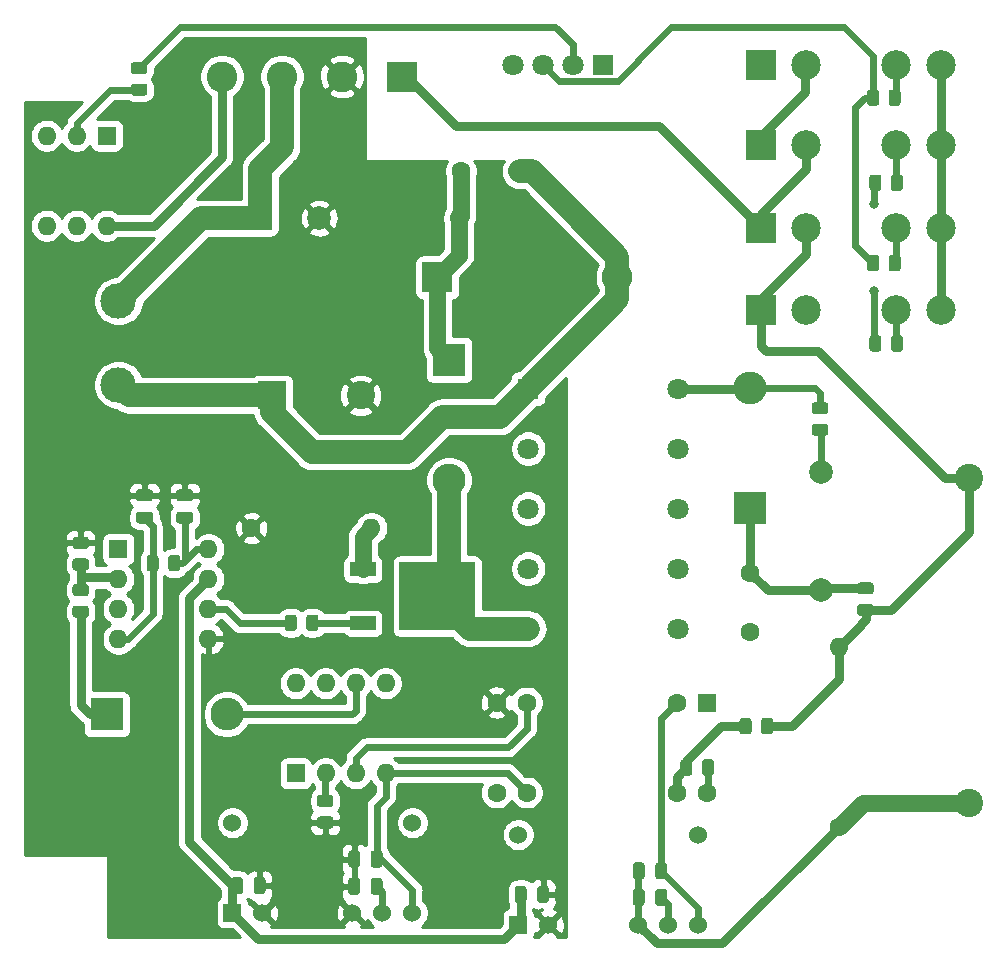
<source format=gbl>
%TF.GenerationSoftware,KiCad,Pcbnew,(5.1.10-1-10_14)*%
%TF.CreationDate,2022-04-01T14:18:11+03:00*%
%TF.ProjectId,Convertor_15v_to_20v:500v,436f6e76-6572-4746-9f72-5f3135765f74,rev?*%
%TF.SameCoordinates,Original*%
%TF.FileFunction,Copper,L2,Bot*%
%TF.FilePolarity,Positive*%
%FSLAX46Y46*%
G04 Gerber Fmt 4.6, Leading zero omitted, Abs format (unit mm)*
G04 Created by KiCad (PCBNEW (5.1.10-1-10_14)) date 2022-04-01 14:18:11*
%MOMM*%
%LPD*%
G01*
G04 APERTURE LIST*
%TA.AperFunction,ComponentPad*%
%ADD10C,2.500000*%
%TD*%
%TA.AperFunction,ComponentPad*%
%ADD11R,2.500000X2.500000*%
%TD*%
%TA.AperFunction,ComponentPad*%
%ADD12O,1.600000X1.600000*%
%TD*%
%TA.AperFunction,ComponentPad*%
%ADD13R,1.600000X1.600000*%
%TD*%
%TA.AperFunction,ComponentPad*%
%ADD14C,1.524000*%
%TD*%
%TA.AperFunction,ComponentPad*%
%ADD15R,1.524000X1.524000*%
%TD*%
%TA.AperFunction,ComponentPad*%
%ADD16C,1.600000*%
%TD*%
%TA.AperFunction,SMDPad,CuDef*%
%ADD17R,6.400000X5.800000*%
%TD*%
%TA.AperFunction,SMDPad,CuDef*%
%ADD18R,2.200000X1.200000*%
%TD*%
%TA.AperFunction,ComponentPad*%
%ADD19C,3.000000*%
%TD*%
%TA.AperFunction,ComponentPad*%
%ADD20C,1.800000*%
%TD*%
%TA.AperFunction,ComponentPad*%
%ADD21R,1.800000X1.800000*%
%TD*%
%TA.AperFunction,ComponentPad*%
%ADD22C,2.600000*%
%TD*%
%TA.AperFunction,ComponentPad*%
%ADD23R,2.600000X2.600000*%
%TD*%
%TA.AperFunction,ComponentPad*%
%ADD24O,2.800000X2.800000*%
%TD*%
%TA.AperFunction,ComponentPad*%
%ADD25R,2.800000X2.800000*%
%TD*%
%TA.AperFunction,ComponentPad*%
%ADD26O,2.600000X2.600000*%
%TD*%
%TA.AperFunction,ComponentPad*%
%ADD27C,2.400000*%
%TD*%
%TA.AperFunction,ComponentPad*%
%ADD28C,2.000000*%
%TD*%
%TA.AperFunction,ComponentPad*%
%ADD29R,2.400000X2.400000*%
%TD*%
%TA.AperFunction,ComponentPad*%
%ADD30R,2.000000X2.000000*%
%TD*%
%TA.AperFunction,ViaPad*%
%ADD31C,0.800000*%
%TD*%
%TA.AperFunction,Conductor*%
%ADD32C,2.000000*%
%TD*%
%TA.AperFunction,Conductor*%
%ADD33C,0.800000*%
%TD*%
%TA.AperFunction,Conductor*%
%ADD34C,0.600000*%
%TD*%
%TA.AperFunction,Conductor*%
%ADD35C,1.400000*%
%TD*%
%TA.AperFunction,Conductor*%
%ADD36C,0.254000*%
%TD*%
%TA.AperFunction,Conductor*%
%ADD37C,0.100000*%
%TD*%
G04 APERTURE END LIST*
%TO.P,R10,2*%
%TO.N,feedback*%
%TA.AperFunction,SMDPad,CuDef*%
G36*
G01*
X177600000Y-135049999D02*
X177600000Y-135950001D01*
G75*
G02*
X177350001Y-136200000I-249999J0D01*
G01*
X176824999Y-136200000D01*
G75*
G02*
X176575000Y-135950001I0J249999D01*
G01*
X176575000Y-135049999D01*
G75*
G02*
X176824999Y-134800000I249999J0D01*
G01*
X177350001Y-134800000D01*
G75*
G02*
X177600000Y-135049999I0J-249999D01*
G01*
G37*
%TD.AperFunction*%
%TO.P,R10,1*%
%TO.N,GND2*%
%TA.AperFunction,SMDPad,CuDef*%
G36*
G01*
X179425000Y-135049999D02*
X179425000Y-135950001D01*
G75*
G02*
X179175001Y-136200000I-249999J0D01*
G01*
X178649999Y-136200000D01*
G75*
G02*
X178400000Y-135950001I0J249999D01*
G01*
X178400000Y-135049999D01*
G75*
G02*
X178649999Y-134800000I249999J0D01*
G01*
X179175001Y-134800000D01*
G75*
G02*
X179425000Y-135049999I0J-249999D01*
G01*
G37*
%TD.AperFunction*%
%TD*%
D10*
%TO.P,U10,4*%
%TO.N,common_anode*%
X198620000Y-76000000D03*
%TO.P,U10,3*%
%TO.N,Net-(R18-Pad2)*%
X194810000Y-76000000D03*
%TO.P,U10,2*%
%TO.N,GND2*%
X187190000Y-76000000D03*
D11*
%TO.P,U10,1*%
%TO.N,GND*%
X183380000Y-76000000D03*
%TD*%
D10*
%TO.P,U9,4*%
%TO.N,common_anode*%
X198620000Y-82800000D03*
%TO.P,U9,3*%
%TO.N,Net-(R16-Pad1)*%
X194810000Y-82800000D03*
%TO.P,U9,2*%
%TO.N,HV_output*%
X187190000Y-82800000D03*
D11*
%TO.P,U9,1*%
%TO.N,GND2*%
X183380000Y-82800000D03*
%TD*%
D12*
%TO.P,U8,6*%
%TO.N,dac_input*%
X128000000Y-89620000D03*
%TO.P,U8,3*%
%TO.N,N/C*%
X122920000Y-82000000D03*
%TO.P,U8,5*%
X125460000Y-89620000D03*
%TO.P,U8,2*%
%TO.N,Net-(R15-Pad2)*%
X125460000Y-82000000D03*
%TO.P,U8,4*%
%TO.N,dac_in*%
X122920000Y-89620000D03*
D13*
%TO.P,U8,1*%
%TO.N,common_anode*%
X128000000Y-82000000D03*
%TD*%
D10*
%TO.P,U7,4*%
%TO.N,common_anode*%
X198620000Y-96800000D03*
%TO.P,U7,3*%
%TO.N,Net-(R14-Pad2)*%
X194810000Y-96800000D03*
%TO.P,U7,2*%
%TO.N,GND*%
X187190000Y-96800000D03*
D11*
%TO.P,U7,1*%
%TO.N,Net-(C11-Pad1)*%
X183380000Y-96800000D03*
%TD*%
D10*
%TO.P,U6,4*%
%TO.N,common_anode*%
X198620000Y-89800000D03*
%TO.P,U6,3*%
%TO.N,Net-(R13-Pad1)*%
X194810000Y-89800000D03*
%TO.P,U6,2*%
%TO.N,Net-(C11-Pad1)*%
X187190000Y-89800000D03*
D11*
%TO.P,U6,1*%
%TO.N,HV_output*%
X183380000Y-89800000D03*
%TD*%
D14*
%TO.P,U5,14*%
%TO.N,N/C*%
X162850000Y-141190000D03*
%TO.P,U5,8*%
X178090000Y-141190000D03*
%TO.P,U5,7*%
%TO.N,Net-(C14-Pad1)*%
X178090000Y-148810000D03*
%TO.P,U5,6*%
%TO.N,Net-(C13-Pad1)*%
X175550000Y-148810000D03*
%TO.P,U5,5*%
%TO.N,GND2*%
X173010000Y-148810000D03*
%TO.P,U5,2*%
%TO.N,GND*%
X165390000Y-148810000D03*
D15*
%TO.P,U5,1*%
%TO.N,+15V*%
X162850000Y-148810000D03*
%TD*%
D16*
%TO.P,U4,8*%
%TO.N,GND2*%
X178800000Y-137620000D03*
%TO.P,U4,4*%
%TO.N,GND*%
X161020000Y-130000000D03*
%TO.P,U4,7*%
%TO.N,feedback*%
X176260000Y-137620000D03*
%TO.P,U4,3*%
%TO.N,Net-(U1-Pad3)*%
X163560000Y-130000000D03*
%TO.P,U4,6*%
%TO.N,Net-(C10-Pad1)*%
X163560000Y-137620000D03*
%TO.P,U4,2*%
%TO.N,Net-(C14-Pad1)*%
X176260000Y-130000000D03*
%TO.P,U4,5*%
%TO.N,Net-(C7-Pad1)*%
X161020000Y-137620000D03*
D13*
%TO.P,U4,1*%
%TO.N,Net-(C13-Pad1)*%
X178800000Y-130000000D03*
%TD*%
D14*
%TO.P,U3,14*%
%TO.N,N/C*%
X138650000Y-140190000D03*
%TO.P,U3,8*%
X153890000Y-140190000D03*
%TO.P,U3,7*%
%TO.N,Net-(C10-Pad1)*%
X153890000Y-147810000D03*
%TO.P,U3,6*%
%TO.N,Net-(C7-Pad1)*%
X151350000Y-147810000D03*
%TO.P,U3,5*%
%TO.N,GND*%
X148810000Y-147810000D03*
%TO.P,U3,2*%
X141190000Y-147810000D03*
D15*
%TO.P,U3,1*%
%TO.N,+15V*%
X138650000Y-147810000D03*
%TD*%
D12*
%TO.P,U2,8*%
%TO.N,Net-(C2-Pad1)*%
X136620000Y-117000000D03*
%TO.P,U2,4*%
%TO.N,Net-(C3-Pad1)*%
X129000000Y-124620000D03*
%TO.P,U2,7*%
%TO.N,+15V*%
X136620000Y-119540000D03*
%TO.P,U2,3*%
%TO.N,Net-(Q1-Pad3)*%
X129000000Y-122080000D03*
%TO.P,U2,6*%
%TO.N,Net-(R6-Pad2)*%
X136620000Y-122080000D03*
%TO.P,U2,2*%
%TO.N,Net-(R1-Pad2)*%
X129000000Y-119540000D03*
%TO.P,U2,5*%
%TO.N,GND*%
X136620000Y-124620000D03*
D13*
%TO.P,U2,1*%
%TO.N,N/C*%
X129000000Y-117000000D03*
%TD*%
D12*
%TO.P,U1,8*%
%TO.N,N/C*%
X144000000Y-128380000D03*
%TO.P,U1,4*%
%TO.N,Net-(C10-Pad1)*%
X151620000Y-136000000D03*
%TO.P,U1,7*%
%TO.N,Net-(C7-Pad1)*%
X146540000Y-128380000D03*
%TO.P,U1,3*%
%TO.N,Net-(U1-Pad3)*%
X149080000Y-136000000D03*
%TO.P,U1,6*%
%TO.N,Net-(D1-Pad2)*%
X149080000Y-128380000D03*
%TO.P,U1,2*%
%TO.N,dac_in*%
X146540000Y-136000000D03*
%TO.P,U1,5*%
%TO.N,N/C*%
X151620000Y-128380000D03*
D13*
%TO.P,U1,1*%
X144000000Y-136000000D03*
%TD*%
%TO.P,R18,2*%
%TO.N,Net-(R18-Pad2)*%
%TA.AperFunction,SMDPad,CuDef*%
G36*
G01*
X194200000Y-79250001D02*
X194200000Y-78349999D01*
G75*
G02*
X194449999Y-78100000I249999J0D01*
G01*
X194975001Y-78100000D01*
G75*
G02*
X195225000Y-78349999I0J-249999D01*
G01*
X195225000Y-79250001D01*
G75*
G02*
X194975001Y-79500000I-249999J0D01*
G01*
X194449999Y-79500000D01*
G75*
G02*
X194200000Y-79250001I0J249999D01*
G01*
G37*
%TD.AperFunction*%
%TO.P,R18,1*%
%TO.N,set_positive*%
%TA.AperFunction,SMDPad,CuDef*%
G36*
G01*
X192375000Y-79250001D02*
X192375000Y-78349999D01*
G75*
G02*
X192624999Y-78100000I249999J0D01*
G01*
X193150001Y-78100000D01*
G75*
G02*
X193400000Y-78349999I0J-249999D01*
G01*
X193400000Y-79250001D01*
G75*
G02*
X193150001Y-79500000I-249999J0D01*
G01*
X192624999Y-79500000D01*
G75*
G02*
X192375000Y-79250001I0J249999D01*
G01*
G37*
%TD.AperFunction*%
%TD*%
%TO.P,R16,2*%
%TO.N,set_negativ*%
%TA.AperFunction,SMDPad,CuDef*%
G36*
G01*
X193600000Y-85549999D02*
X193600000Y-86450001D01*
G75*
G02*
X193350001Y-86700000I-249999J0D01*
G01*
X192824999Y-86700000D01*
G75*
G02*
X192575000Y-86450001I0J249999D01*
G01*
X192575000Y-85549999D01*
G75*
G02*
X192824999Y-85300000I249999J0D01*
G01*
X193350001Y-85300000D01*
G75*
G02*
X193600000Y-85549999I0J-249999D01*
G01*
G37*
%TD.AperFunction*%
%TO.P,R16,1*%
%TO.N,Net-(R16-Pad1)*%
%TA.AperFunction,SMDPad,CuDef*%
G36*
G01*
X195425000Y-85549999D02*
X195425000Y-86450001D01*
G75*
G02*
X195175001Y-86700000I-249999J0D01*
G01*
X194649999Y-86700000D01*
G75*
G02*
X194400000Y-86450001I0J249999D01*
G01*
X194400000Y-85549999D01*
G75*
G02*
X194649999Y-85300000I249999J0D01*
G01*
X195175001Y-85300000D01*
G75*
G02*
X195425000Y-85549999I0J-249999D01*
G01*
G37*
%TD.AperFunction*%
%TD*%
%TO.P,R15,2*%
%TO.N,Net-(R15-Pad2)*%
%TA.AperFunction,SMDPad,CuDef*%
G36*
G01*
X130299999Y-77600000D02*
X131200001Y-77600000D01*
G75*
G02*
X131450000Y-77849999I0J-249999D01*
G01*
X131450000Y-78375001D01*
G75*
G02*
X131200001Y-78625000I-249999J0D01*
G01*
X130299999Y-78625000D01*
G75*
G02*
X130050000Y-78375001I0J249999D01*
G01*
X130050000Y-77849999D01*
G75*
G02*
X130299999Y-77600000I249999J0D01*
G01*
G37*
%TD.AperFunction*%
%TO.P,R15,1*%
%TO.N,dac_relay*%
%TA.AperFunction,SMDPad,CuDef*%
G36*
G01*
X130299999Y-75775000D02*
X131200001Y-75775000D01*
G75*
G02*
X131450000Y-76024999I0J-249999D01*
G01*
X131450000Y-76550001D01*
G75*
G02*
X131200001Y-76800000I-249999J0D01*
G01*
X130299999Y-76800000D01*
G75*
G02*
X130050000Y-76550001I0J249999D01*
G01*
X130050000Y-76024999D01*
G75*
G02*
X130299999Y-75775000I249999J0D01*
G01*
G37*
%TD.AperFunction*%
%TD*%
%TO.P,R14,2*%
%TO.N,Net-(R14-Pad2)*%
%TA.AperFunction,SMDPad,CuDef*%
G36*
G01*
X194400000Y-100050001D02*
X194400000Y-99149999D01*
G75*
G02*
X194649999Y-98900000I249999J0D01*
G01*
X195175001Y-98900000D01*
G75*
G02*
X195425000Y-99149999I0J-249999D01*
G01*
X195425000Y-100050001D01*
G75*
G02*
X195175001Y-100300000I-249999J0D01*
G01*
X194649999Y-100300000D01*
G75*
G02*
X194400000Y-100050001I0J249999D01*
G01*
G37*
%TD.AperFunction*%
%TO.P,R14,1*%
%TO.N,set_negativ*%
%TA.AperFunction,SMDPad,CuDef*%
G36*
G01*
X192575000Y-100050001D02*
X192575000Y-99149999D01*
G75*
G02*
X192824999Y-98900000I249999J0D01*
G01*
X193350001Y-98900000D01*
G75*
G02*
X193600000Y-99149999I0J-249999D01*
G01*
X193600000Y-100050001D01*
G75*
G02*
X193350001Y-100300000I-249999J0D01*
G01*
X192824999Y-100300000D01*
G75*
G02*
X192575000Y-100050001I0J249999D01*
G01*
G37*
%TD.AperFunction*%
%TD*%
%TO.P,R13,2*%
%TO.N,set_positive*%
%TA.AperFunction,SMDPad,CuDef*%
G36*
G01*
X193400000Y-92349999D02*
X193400000Y-93250001D01*
G75*
G02*
X193150001Y-93500000I-249999J0D01*
G01*
X192624999Y-93500000D01*
G75*
G02*
X192375000Y-93250001I0J249999D01*
G01*
X192375000Y-92349999D01*
G75*
G02*
X192624999Y-92100000I249999J0D01*
G01*
X193150001Y-92100000D01*
G75*
G02*
X193400000Y-92349999I0J-249999D01*
G01*
G37*
%TD.AperFunction*%
%TO.P,R13,1*%
%TO.N,Net-(R13-Pad1)*%
%TA.AperFunction,SMDPad,CuDef*%
G36*
G01*
X195225000Y-92349999D02*
X195225000Y-93250001D01*
G75*
G02*
X194975001Y-93500000I-249999J0D01*
G01*
X194449999Y-93500000D01*
G75*
G02*
X194200000Y-93250001I0J249999D01*
G01*
X194200000Y-92349999D01*
G75*
G02*
X194449999Y-92100000I249999J0D01*
G01*
X194975001Y-92100000D01*
G75*
G02*
X195225000Y-92349999I0J-249999D01*
G01*
G37*
%TD.AperFunction*%
%TD*%
D12*
%TO.P,R12,2*%
%TO.N,Net-(C11-Pad1)*%
X190000000Y-125260000D03*
D16*
%TO.P,R12,1*%
%TO.N,GND2*%
X190000000Y-140500000D03*
%TD*%
%TO.P,R11,2*%
%TO.N,Net-(C11-Pad1)*%
%TA.AperFunction,SMDPad,CuDef*%
G36*
G01*
X183400000Y-132450001D02*
X183400000Y-131549999D01*
G75*
G02*
X183649999Y-131300000I249999J0D01*
G01*
X184175001Y-131300000D01*
G75*
G02*
X184425000Y-131549999I0J-249999D01*
G01*
X184425000Y-132450001D01*
G75*
G02*
X184175001Y-132700000I-249999J0D01*
G01*
X183649999Y-132700000D01*
G75*
G02*
X183400000Y-132450001I0J249999D01*
G01*
G37*
%TD.AperFunction*%
%TO.P,R11,1*%
%TO.N,feedback*%
%TA.AperFunction,SMDPad,CuDef*%
G36*
G01*
X181575000Y-132450001D02*
X181575000Y-131549999D01*
G75*
G02*
X181824999Y-131300000I249999J0D01*
G01*
X182350001Y-131300000D01*
G75*
G02*
X182600000Y-131549999I0J-249999D01*
G01*
X182600000Y-132450001D01*
G75*
G02*
X182350001Y-132700000I-249999J0D01*
G01*
X181824999Y-132700000D01*
G75*
G02*
X181575000Y-132450001I0J249999D01*
G01*
G37*
%TD.AperFunction*%
%TD*%
%TO.P,R9,2*%
%TO.N,Net-(C8-Pad1)*%
%TA.AperFunction,SMDPad,CuDef*%
G36*
G01*
X192700001Y-120850000D02*
X191799999Y-120850000D01*
G75*
G02*
X191550000Y-120600001I0J249999D01*
G01*
X191550000Y-120074999D01*
G75*
G02*
X191799999Y-119825000I249999J0D01*
G01*
X192700001Y-119825000D01*
G75*
G02*
X192950000Y-120074999I0J-249999D01*
G01*
X192950000Y-120600001D01*
G75*
G02*
X192700001Y-120850000I-249999J0D01*
G01*
G37*
%TD.AperFunction*%
%TO.P,R9,1*%
%TO.N,Net-(C11-Pad1)*%
%TA.AperFunction,SMDPad,CuDef*%
G36*
G01*
X192700001Y-122675000D02*
X191799999Y-122675000D01*
G75*
G02*
X191550000Y-122425001I0J249999D01*
G01*
X191550000Y-121899999D01*
G75*
G02*
X191799999Y-121650000I249999J0D01*
G01*
X192700001Y-121650000D01*
G75*
G02*
X192950000Y-121899999I0J-249999D01*
G01*
X192950000Y-122425001D01*
G75*
G02*
X192700001Y-122675000I-249999J0D01*
G01*
G37*
%TD.AperFunction*%
%TD*%
%TO.P,R8,2*%
%TO.N,Net-(D4-Pad2)*%
%TA.AperFunction,SMDPad,CuDef*%
G36*
G01*
X188850001Y-105600000D02*
X187949999Y-105600000D01*
G75*
G02*
X187700000Y-105350001I0J249999D01*
G01*
X187700000Y-104824999D01*
G75*
G02*
X187949999Y-104575000I249999J0D01*
G01*
X188850001Y-104575000D01*
G75*
G02*
X189100000Y-104824999I0J-249999D01*
G01*
X189100000Y-105350001D01*
G75*
G02*
X188850001Y-105600000I-249999J0D01*
G01*
G37*
%TD.AperFunction*%
%TO.P,R8,1*%
%TO.N,Net-(C8-Pad2)*%
%TA.AperFunction,SMDPad,CuDef*%
G36*
G01*
X188850001Y-107425000D02*
X187949999Y-107425000D01*
G75*
G02*
X187700000Y-107175001I0J249999D01*
G01*
X187700000Y-106649999D01*
G75*
G02*
X187949999Y-106400000I249999J0D01*
G01*
X188850001Y-106400000D01*
G75*
G02*
X189100000Y-106649999I0J-249999D01*
G01*
X189100000Y-107175001D01*
G75*
G02*
X188850001Y-107425000I-249999J0D01*
G01*
G37*
%TD.AperFunction*%
%TD*%
D12*
%TO.P,R7,2*%
%TO.N,Net-(Q1-Pad3)*%
X150410000Y-115250000D03*
D16*
%TO.P,R7,1*%
%TO.N,GND*%
X140250000Y-115250000D03*
%TD*%
%TO.P,R6,2*%
%TO.N,Net-(R6-Pad2)*%
%TA.AperFunction,SMDPad,CuDef*%
G36*
G01*
X144100000Y-122799999D02*
X144100000Y-123700001D01*
G75*
G02*
X143850001Y-123950000I-249999J0D01*
G01*
X143324999Y-123950000D01*
G75*
G02*
X143075000Y-123700001I0J249999D01*
G01*
X143075000Y-122799999D01*
G75*
G02*
X143324999Y-122550000I249999J0D01*
G01*
X143850001Y-122550000D01*
G75*
G02*
X144100000Y-122799999I0J-249999D01*
G01*
G37*
%TD.AperFunction*%
%TO.P,R6,1*%
%TO.N,Net-(Q1-Pad1)*%
%TA.AperFunction,SMDPad,CuDef*%
G36*
G01*
X145925000Y-122799999D02*
X145925000Y-123700001D01*
G75*
G02*
X145675001Y-123950000I-249999J0D01*
G01*
X145149999Y-123950000D01*
G75*
G02*
X144900000Y-123700001I0J249999D01*
G01*
X144900000Y-122799999D01*
G75*
G02*
X145149999Y-122550000I249999J0D01*
G01*
X145675001Y-122550000D01*
G75*
G02*
X145925000Y-122799999I0J-249999D01*
G01*
G37*
%TD.AperFunction*%
%TD*%
D12*
%TO.P,R5,2*%
%TO.N,Net-(C5-Pad2)*%
X157840000Y-89000000D03*
D16*
%TO.P,R5,1*%
%TO.N,Net-(C4-Pad1)*%
X168000000Y-89000000D03*
%TD*%
%TO.P,R4,2*%
%TO.N,dac_in*%
%TA.AperFunction,SMDPad,CuDef*%
G36*
G01*
X146950001Y-138850000D02*
X146049999Y-138850000D01*
G75*
G02*
X145800000Y-138600001I0J249999D01*
G01*
X145800000Y-138074999D01*
G75*
G02*
X146049999Y-137825000I249999J0D01*
G01*
X146950001Y-137825000D01*
G75*
G02*
X147200000Y-138074999I0J-249999D01*
G01*
X147200000Y-138600001D01*
G75*
G02*
X146950001Y-138850000I-249999J0D01*
G01*
G37*
%TD.AperFunction*%
%TO.P,R4,1*%
%TO.N,GND*%
%TA.AperFunction,SMDPad,CuDef*%
G36*
G01*
X146950001Y-140675000D02*
X146049999Y-140675000D01*
G75*
G02*
X145800000Y-140425001I0J249999D01*
G01*
X145800000Y-139899999D01*
G75*
G02*
X146049999Y-139650000I249999J0D01*
G01*
X146950001Y-139650000D01*
G75*
G02*
X147200000Y-139899999I0J-249999D01*
G01*
X147200000Y-140425001D01*
G75*
G02*
X146950001Y-140675000I-249999J0D01*
G01*
G37*
%TD.AperFunction*%
%TD*%
%TO.P,R3,2*%
%TO.N,Net-(C2-Pad1)*%
%TA.AperFunction,SMDPad,CuDef*%
G36*
G01*
X133200000Y-118650001D02*
X133200000Y-117749999D01*
G75*
G02*
X133449999Y-117500000I249999J0D01*
G01*
X133975001Y-117500000D01*
G75*
G02*
X134225000Y-117749999I0J-249999D01*
G01*
X134225000Y-118650001D01*
G75*
G02*
X133975001Y-118900000I-249999J0D01*
G01*
X133449999Y-118900000D01*
G75*
G02*
X133200000Y-118650001I0J249999D01*
G01*
G37*
%TD.AperFunction*%
%TO.P,R3,1*%
%TO.N,Net-(C3-Pad1)*%
%TA.AperFunction,SMDPad,CuDef*%
G36*
G01*
X131375000Y-118650001D02*
X131375000Y-117749999D01*
G75*
G02*
X131624999Y-117500000I249999J0D01*
G01*
X132150001Y-117500000D01*
G75*
G02*
X132400000Y-117749999I0J-249999D01*
G01*
X132400000Y-118650001D01*
G75*
G02*
X132150001Y-118900000I-249999J0D01*
G01*
X131624999Y-118900000D01*
G75*
G02*
X131375000Y-118650001I0J249999D01*
G01*
G37*
%TD.AperFunction*%
%TD*%
%TO.P,R2,2*%
%TO.N,Net-(D1-Pad1)*%
%TA.AperFunction,SMDPad,CuDef*%
G36*
G01*
X125349999Y-121800000D02*
X126250001Y-121800000D01*
G75*
G02*
X126500000Y-122049999I0J-249999D01*
G01*
X126500000Y-122575001D01*
G75*
G02*
X126250001Y-122825000I-249999J0D01*
G01*
X125349999Y-122825000D01*
G75*
G02*
X125100000Y-122575001I0J249999D01*
G01*
X125100000Y-122049999D01*
G75*
G02*
X125349999Y-121800000I249999J0D01*
G01*
G37*
%TD.AperFunction*%
%TO.P,R2,1*%
%TO.N,Net-(R1-Pad2)*%
%TA.AperFunction,SMDPad,CuDef*%
G36*
G01*
X125349999Y-119975000D02*
X126250001Y-119975000D01*
G75*
G02*
X126500000Y-120224999I0J-249999D01*
G01*
X126500000Y-120750001D01*
G75*
G02*
X126250001Y-121000000I-249999J0D01*
G01*
X125349999Y-121000000D01*
G75*
G02*
X125100000Y-120750001I0J249999D01*
G01*
X125100000Y-120224999D01*
G75*
G02*
X125349999Y-119975000I249999J0D01*
G01*
G37*
%TD.AperFunction*%
%TD*%
%TO.P,R1,2*%
%TO.N,Net-(R1-Pad2)*%
%TA.AperFunction,SMDPad,CuDef*%
G36*
G01*
X125349999Y-117800000D02*
X126250001Y-117800000D01*
G75*
G02*
X126500000Y-118049999I0J-249999D01*
G01*
X126500000Y-118575001D01*
G75*
G02*
X126250001Y-118825000I-249999J0D01*
G01*
X125349999Y-118825000D01*
G75*
G02*
X125100000Y-118575001I0J249999D01*
G01*
X125100000Y-118049999D01*
G75*
G02*
X125349999Y-117800000I249999J0D01*
G01*
G37*
%TD.AperFunction*%
%TO.P,R1,1*%
%TO.N,GND*%
%TA.AperFunction,SMDPad,CuDef*%
G36*
G01*
X125349999Y-115975000D02*
X126250001Y-115975000D01*
G75*
G02*
X126500000Y-116224999I0J-249999D01*
G01*
X126500000Y-116750001D01*
G75*
G02*
X126250001Y-117000000I-249999J0D01*
G01*
X125349999Y-117000000D01*
G75*
G02*
X125100000Y-116750001I0J249999D01*
G01*
X125100000Y-116224999D01*
G75*
G02*
X125349999Y-115975000I249999J0D01*
G01*
G37*
%TD.AperFunction*%
%TD*%
D17*
%TO.P,Q1,2*%
%TO.N,Net-(D3-Pad2)*%
X156000000Y-121000000D03*
D18*
%TO.P,Q1,3*%
%TO.N,Net-(Q1-Pad3)*%
X149700000Y-118720000D03*
%TO.P,Q1,1*%
%TO.N,Net-(Q1-Pad1)*%
X149700000Y-123280000D03*
%TD*%
D19*
%TO.P,L1,2*%
%TO.N,Net-(C4-Pad1)*%
X129000000Y-103110000D03*
%TO.P,L1,1*%
%TO.N,+15V*%
X129000000Y-96000000D03*
%TD*%
D20*
%TO.P,J2,4*%
%TO.N,set_negativ*%
X162380000Y-76000000D03*
%TO.P,J2,2*%
%TO.N,dac_relay*%
X167460000Y-76000000D03*
D21*
%TO.P,J2,1*%
%TO.N,common_anode*%
X170000000Y-76000000D03*
D20*
%TO.P,J2,3*%
%TO.N,set_positive*%
X164920000Y-76000000D03*
%TD*%
D22*
%TO.P,J1,4*%
%TO.N,dac_input*%
X137760000Y-77000000D03*
%TO.P,J1,3*%
%TO.N,+15V*%
X142840000Y-77000000D03*
%TO.P,J1,2*%
%TO.N,GND*%
X147920000Y-77000000D03*
D23*
%TO.P,J1,1*%
%TO.N,HV_output*%
X153000000Y-77000000D03*
%TD*%
D21*
%TO.P,T1,1*%
%TO.N,Net-(C4-Pad1)*%
X163685000Y-103420000D03*
D20*
%TO.P,T1,2*%
%TO.N,N/C*%
X163685000Y-108500000D03*
%TO.P,T1,3*%
X163685000Y-113580000D03*
%TO.P,T1,4*%
X163685000Y-118660000D03*
%TO.P,T1,5*%
%TO.N,Net-(D3-Pad2)*%
X163685000Y-123740000D03*
%TO.P,T1,6*%
%TO.N,GND2*%
X176385000Y-123740000D03*
%TO.P,T1,7*%
%TO.N,N/C*%
X176385000Y-118660000D03*
%TO.P,T1,8*%
X176385000Y-113580000D03*
%TO.P,T1,9*%
X176385000Y-108500000D03*
%TO.P,T1,10*%
%TO.N,Net-(D4-Pad2)*%
X176385000Y-103420000D03*
%TD*%
D24*
%TO.P,D4,2*%
%TO.N,Net-(D4-Pad2)*%
X182500000Y-103340000D03*
D25*
%TO.P,D4,1*%
%TO.N,Net-(C8-Pad1)*%
X182500000Y-113500000D03*
%TD*%
D24*
%TO.P,D3,2*%
%TO.N,Net-(D3-Pad2)*%
X157000000Y-111160000D03*
D25*
%TO.P,D3,1*%
%TO.N,Net-(C5-Pad2)*%
X157000000Y-101000000D03*
%TD*%
D26*
%TO.P,D2,2*%
%TO.N,Net-(C4-Pad1)*%
X171240000Y-94000000D03*
D23*
%TO.P,D2,1*%
%TO.N,Net-(C5-Pad2)*%
X156000000Y-94000000D03*
%TD*%
D24*
%TO.P,D1,2*%
%TO.N,Net-(D1-Pad2)*%
X138160000Y-131000000D03*
D25*
%TO.P,D1,1*%
%TO.N,Net-(D1-Pad1)*%
X128000000Y-131000000D03*
%TD*%
%TO.P,C14,2*%
%TO.N,GND2*%
%TA.AperFunction,SMDPad,CuDef*%
G36*
G01*
X173550000Y-143775000D02*
X173550000Y-144725000D01*
G75*
G02*
X173300000Y-144975000I-250000J0D01*
G01*
X172800000Y-144975000D01*
G75*
G02*
X172550000Y-144725000I0J250000D01*
G01*
X172550000Y-143775000D01*
G75*
G02*
X172800000Y-143525000I250000J0D01*
G01*
X173300000Y-143525000D01*
G75*
G02*
X173550000Y-143775000I0J-250000D01*
G01*
G37*
%TD.AperFunction*%
%TO.P,C14,1*%
%TO.N,Net-(C14-Pad1)*%
%TA.AperFunction,SMDPad,CuDef*%
G36*
G01*
X175450000Y-143775000D02*
X175450000Y-144725000D01*
G75*
G02*
X175200000Y-144975000I-250000J0D01*
G01*
X174700000Y-144975000D01*
G75*
G02*
X174450000Y-144725000I0J250000D01*
G01*
X174450000Y-143775000D01*
G75*
G02*
X174700000Y-143525000I250000J0D01*
G01*
X175200000Y-143525000D01*
G75*
G02*
X175450000Y-143775000I0J-250000D01*
G01*
G37*
%TD.AperFunction*%
%TD*%
%TO.P,C13,2*%
%TO.N,GND2*%
%TA.AperFunction,SMDPad,CuDef*%
G36*
G01*
X173550000Y-146025000D02*
X173550000Y-146975000D01*
G75*
G02*
X173300000Y-147225000I-250000J0D01*
G01*
X172800000Y-147225000D01*
G75*
G02*
X172550000Y-146975000I0J250000D01*
G01*
X172550000Y-146025000D01*
G75*
G02*
X172800000Y-145775000I250000J0D01*
G01*
X173300000Y-145775000D01*
G75*
G02*
X173550000Y-146025000I0J-250000D01*
G01*
G37*
%TD.AperFunction*%
%TO.P,C13,1*%
%TO.N,Net-(C13-Pad1)*%
%TA.AperFunction,SMDPad,CuDef*%
G36*
G01*
X175450000Y-146025000D02*
X175450000Y-146975000D01*
G75*
G02*
X175200000Y-147225000I-250000J0D01*
G01*
X174700000Y-147225000D01*
G75*
G02*
X174450000Y-146975000I0J250000D01*
G01*
X174450000Y-146025000D01*
G75*
G02*
X174700000Y-145775000I250000J0D01*
G01*
X175200000Y-145775000D01*
G75*
G02*
X175450000Y-146025000I0J-250000D01*
G01*
G37*
%TD.AperFunction*%
%TD*%
%TO.P,C12,2*%
%TO.N,GND*%
%TA.AperFunction,SMDPad,CuDef*%
G36*
G01*
X164450000Y-146725000D02*
X164450000Y-145775000D01*
G75*
G02*
X164700000Y-145525000I250000J0D01*
G01*
X165200000Y-145525000D01*
G75*
G02*
X165450000Y-145775000I0J-250000D01*
G01*
X165450000Y-146725000D01*
G75*
G02*
X165200000Y-146975000I-250000J0D01*
G01*
X164700000Y-146975000D01*
G75*
G02*
X164450000Y-146725000I0J250000D01*
G01*
G37*
%TD.AperFunction*%
%TO.P,C12,1*%
%TO.N,+15V*%
%TA.AperFunction,SMDPad,CuDef*%
G36*
G01*
X162550000Y-146725000D02*
X162550000Y-145775000D01*
G75*
G02*
X162800000Y-145525000I250000J0D01*
G01*
X163300000Y-145525000D01*
G75*
G02*
X163550000Y-145775000I0J-250000D01*
G01*
X163550000Y-146725000D01*
G75*
G02*
X163300000Y-146975000I-250000J0D01*
G01*
X162800000Y-146975000D01*
G75*
G02*
X162550000Y-146725000I0J250000D01*
G01*
G37*
%TD.AperFunction*%
%TD*%
D27*
%TO.P,C11,2*%
%TO.N,GND2*%
X201000000Y-138500000D03*
%TO.P,C11,1*%
%TO.N,Net-(C11-Pad1)*%
X201000000Y-111000000D03*
%TD*%
%TO.P,C10,2*%
%TO.N,GND*%
%TA.AperFunction,SMDPad,CuDef*%
G36*
G01*
X149454999Y-142775000D02*
X149454999Y-143725000D01*
G75*
G02*
X149204999Y-143975000I-250000J0D01*
G01*
X148704999Y-143975000D01*
G75*
G02*
X148454999Y-143725000I0J250000D01*
G01*
X148454999Y-142775000D01*
G75*
G02*
X148704999Y-142525000I250000J0D01*
G01*
X149204999Y-142525000D01*
G75*
G02*
X149454999Y-142775000I0J-250000D01*
G01*
G37*
%TD.AperFunction*%
%TO.P,C10,1*%
%TO.N,Net-(C10-Pad1)*%
%TA.AperFunction,SMDPad,CuDef*%
G36*
G01*
X151354999Y-142775000D02*
X151354999Y-143725000D01*
G75*
G02*
X151104999Y-143975000I-250000J0D01*
G01*
X150604999Y-143975000D01*
G75*
G02*
X150354999Y-143725000I0J250000D01*
G01*
X150354999Y-142775000D01*
G75*
G02*
X150604999Y-142525000I250000J0D01*
G01*
X151104999Y-142525000D01*
G75*
G02*
X151354999Y-142775000I0J-250000D01*
G01*
G37*
%TD.AperFunction*%
%TD*%
D16*
%TO.P,C9,2*%
%TO.N,GND2*%
X182500000Y-124000000D03*
%TO.P,C9,1*%
%TO.N,Net-(C8-Pad1)*%
X182500000Y-119000000D03*
%TD*%
D28*
%TO.P,C8,2*%
%TO.N,Net-(C8-Pad2)*%
X188500000Y-110500000D03*
%TO.P,C8,1*%
%TO.N,Net-(C8-Pad1)*%
X188500000Y-120500000D03*
%TD*%
%TO.P,C7,2*%
%TO.N,GND*%
%TA.AperFunction,SMDPad,CuDef*%
G36*
G01*
X149454999Y-145090001D02*
X149454999Y-146040001D01*
G75*
G02*
X149204999Y-146290001I-250000J0D01*
G01*
X148704999Y-146290001D01*
G75*
G02*
X148454999Y-146040001I0J250000D01*
G01*
X148454999Y-145090001D01*
G75*
G02*
X148704999Y-144840001I250000J0D01*
G01*
X149204999Y-144840001D01*
G75*
G02*
X149454999Y-145090001I0J-250000D01*
G01*
G37*
%TD.AperFunction*%
%TO.P,C7,1*%
%TO.N,Net-(C7-Pad1)*%
%TA.AperFunction,SMDPad,CuDef*%
G36*
G01*
X151354999Y-145090001D02*
X151354999Y-146040001D01*
G75*
G02*
X151104999Y-146290001I-250000J0D01*
G01*
X150604999Y-146290001D01*
G75*
G02*
X150354999Y-146040001I0J250000D01*
G01*
X150354999Y-145090001D01*
G75*
G02*
X150604999Y-144840001I250000J0D01*
G01*
X151104999Y-144840001D01*
G75*
G02*
X151354999Y-145090001I0J-250000D01*
G01*
G37*
%TD.AperFunction*%
%TD*%
%TO.P,C6,2*%
%TO.N,GND*%
%TA.AperFunction,SMDPad,CuDef*%
G36*
G01*
X140450000Y-145975000D02*
X140450000Y-145025000D01*
G75*
G02*
X140700000Y-144775000I250000J0D01*
G01*
X141200000Y-144775000D01*
G75*
G02*
X141450000Y-145025000I0J-250000D01*
G01*
X141450000Y-145975000D01*
G75*
G02*
X141200000Y-146225000I-250000J0D01*
G01*
X140700000Y-146225000D01*
G75*
G02*
X140450000Y-145975000I0J250000D01*
G01*
G37*
%TD.AperFunction*%
%TO.P,C6,1*%
%TO.N,+15V*%
%TA.AperFunction,SMDPad,CuDef*%
G36*
G01*
X138550000Y-145975000D02*
X138550000Y-145025000D01*
G75*
G02*
X138800000Y-144775000I250000J0D01*
G01*
X139300000Y-144775000D01*
G75*
G02*
X139550000Y-145025000I0J-250000D01*
G01*
X139550000Y-145975000D01*
G75*
G02*
X139300000Y-146225000I-250000J0D01*
G01*
X138800000Y-146225000D01*
G75*
G02*
X138550000Y-145975000I0J250000D01*
G01*
G37*
%TD.AperFunction*%
%TD*%
D16*
%TO.P,C5,2*%
%TO.N,Net-(C5-Pad2)*%
X158000000Y-85000000D03*
%TO.P,C5,1*%
%TO.N,Net-(C4-Pad1)*%
X163000000Y-85000000D03*
%TD*%
D27*
%TO.P,C4,2*%
%TO.N,GND*%
X149500000Y-104000000D03*
D29*
%TO.P,C4,1*%
%TO.N,Net-(C4-Pad1)*%
X142000000Y-104000000D03*
%TD*%
%TO.P,C3,2*%
%TO.N,GND*%
%TA.AperFunction,SMDPad,CuDef*%
G36*
G01*
X131675000Y-112950000D02*
X130725000Y-112950000D01*
G75*
G02*
X130475000Y-112700000I0J250000D01*
G01*
X130475000Y-112200000D01*
G75*
G02*
X130725000Y-111950000I250000J0D01*
G01*
X131675000Y-111950000D01*
G75*
G02*
X131925000Y-112200000I0J-250000D01*
G01*
X131925000Y-112700000D01*
G75*
G02*
X131675000Y-112950000I-250000J0D01*
G01*
G37*
%TD.AperFunction*%
%TO.P,C3,1*%
%TO.N,Net-(C3-Pad1)*%
%TA.AperFunction,SMDPad,CuDef*%
G36*
G01*
X131675000Y-114850000D02*
X130725000Y-114850000D01*
G75*
G02*
X130475000Y-114600000I0J250000D01*
G01*
X130475000Y-114100000D01*
G75*
G02*
X130725000Y-113850000I250000J0D01*
G01*
X131675000Y-113850000D01*
G75*
G02*
X131925000Y-114100000I0J-250000D01*
G01*
X131925000Y-114600000D01*
G75*
G02*
X131675000Y-114850000I-250000J0D01*
G01*
G37*
%TD.AperFunction*%
%TD*%
%TO.P,C2,2*%
%TO.N,GND*%
%TA.AperFunction,SMDPad,CuDef*%
G36*
G01*
X135075000Y-112950000D02*
X134125000Y-112950000D01*
G75*
G02*
X133875000Y-112700000I0J250000D01*
G01*
X133875000Y-112200000D01*
G75*
G02*
X134125000Y-111950000I250000J0D01*
G01*
X135075000Y-111950000D01*
G75*
G02*
X135325000Y-112200000I0J-250000D01*
G01*
X135325000Y-112700000D01*
G75*
G02*
X135075000Y-112950000I-250000J0D01*
G01*
G37*
%TD.AperFunction*%
%TO.P,C2,1*%
%TO.N,Net-(C2-Pad1)*%
%TA.AperFunction,SMDPad,CuDef*%
G36*
G01*
X135075000Y-114850000D02*
X134125000Y-114850000D01*
G75*
G02*
X133875000Y-114600000I0J250000D01*
G01*
X133875000Y-114100000D01*
G75*
G02*
X134125000Y-113850000I250000J0D01*
G01*
X135075000Y-113850000D01*
G75*
G02*
X135325000Y-114100000I0J-250000D01*
G01*
X135325000Y-114600000D01*
G75*
G02*
X135075000Y-114850000I-250000J0D01*
G01*
G37*
%TD.AperFunction*%
%TD*%
D28*
%TO.P,C1,2*%
%TO.N,GND*%
X146000000Y-89000000D03*
D30*
%TO.P,C1,1*%
%TO.N,+15V*%
X141000000Y-89000000D03*
%TD*%
D31*
%TO.N,set_negativ*%
X193000000Y-87800000D03*
X193000000Y-95200000D03*
%TD*%
D32*
%TO.N,+15V*%
X142840000Y-77000000D02*
X142840000Y-82960000D01*
X141000000Y-84800000D02*
X141000000Y-89000000D01*
X142840000Y-82960000D02*
X141000000Y-84800000D01*
X136000000Y-89000000D02*
X129000000Y-96000000D01*
X141000000Y-89000000D02*
X136000000Y-89000000D01*
D33*
X163050000Y-148610000D02*
X162850000Y-148810000D01*
X163050000Y-146250000D02*
X163050000Y-148610000D01*
X162850000Y-148810000D02*
X161660000Y-150000000D01*
X140840000Y-150000000D02*
X138650000Y-147810000D01*
X161660000Y-150000000D02*
X140840000Y-150000000D01*
X138650000Y-145900000D02*
X139050000Y-145500000D01*
X138650000Y-147810000D02*
X138650000Y-146550000D01*
X138650000Y-146550000D02*
X138650000Y-145450000D01*
X138650000Y-146550000D02*
X138650000Y-145900000D01*
X138650000Y-145450000D02*
X135000000Y-141800000D01*
X135000000Y-121160000D02*
X136620000Y-119540000D01*
X135000000Y-141800000D02*
X135000000Y-121160000D01*
D34*
%TO.N,Net-(C2-Pad1)*%
X133712500Y-118200000D02*
X134400000Y-118200000D01*
X135600000Y-117000000D02*
X136620000Y-117000000D01*
X134600000Y-118000000D02*
X135600000Y-117000000D01*
X134600000Y-114550000D02*
X134600000Y-118000000D01*
X134400000Y-118200000D02*
X134600000Y-118000000D01*
%TO.N,Net-(C3-Pad1)*%
X131887500Y-115037500D02*
X131200000Y-114350000D01*
X131887500Y-118200000D02*
X131887500Y-115037500D01*
X131887500Y-118200000D02*
X131887500Y-122512500D01*
X129780000Y-124620000D02*
X129000000Y-124620000D01*
X131887500Y-122512500D02*
X129780000Y-124620000D01*
D32*
%TO.N,Net-(C4-Pad1)*%
X129890000Y-104000000D02*
X129000000Y-103110000D01*
X142000000Y-104000000D02*
X129890000Y-104000000D01*
X142000000Y-104000000D02*
X142000000Y-105400000D01*
X142000000Y-105400000D02*
X145400000Y-108800000D01*
X145400000Y-108800000D02*
X153400000Y-108800000D01*
X153400000Y-108800000D02*
X156400000Y-105800000D01*
X161305000Y-105800000D02*
X163685000Y-103420000D01*
X156400000Y-105800000D02*
X161305000Y-105800000D01*
X164000000Y-85000000D02*
X168000000Y-89000000D01*
X163000000Y-85000000D02*
X164000000Y-85000000D01*
X171240000Y-92240000D02*
X168000000Y-89000000D01*
X171240000Y-94000000D02*
X171240000Y-92240000D01*
X171240000Y-95865000D02*
X163685000Y-103420000D01*
X171240000Y-94000000D02*
X171240000Y-95865000D01*
D35*
%TO.N,Net-(C5-Pad2)*%
X158000000Y-88840000D02*
X157840000Y-89000000D01*
X158000000Y-85000000D02*
X158000000Y-88840000D01*
X157840000Y-92160000D02*
X156000000Y-94000000D01*
X157840000Y-89000000D02*
X157840000Y-92160000D01*
X156000000Y-100000000D02*
X157000000Y-101000000D01*
X156000000Y-94000000D02*
X156000000Y-100000000D01*
D34*
%TO.N,Net-(C7-Pad1)*%
X151350000Y-146060002D02*
X150854999Y-145565001D01*
X151350000Y-147810000D02*
X151350000Y-146060002D01*
%TO.N,Net-(C8-Pad2)*%
X188500000Y-107012500D02*
X188400000Y-106912500D01*
X188500000Y-110500000D02*
X188500000Y-107012500D01*
D33*
%TO.N,Net-(C8-Pad1)*%
X188662500Y-120337500D02*
X188500000Y-120500000D01*
X192250000Y-120337500D02*
X188662500Y-120337500D01*
X184000000Y-120500000D02*
X182500000Y-119000000D01*
X188500000Y-120500000D02*
X184000000Y-120500000D01*
X182500000Y-119000000D02*
X182500000Y-113500000D01*
D34*
%TO.N,GND2*%
X173010000Y-144290000D02*
X173050000Y-144250000D01*
X173010000Y-148810000D02*
X173010000Y-144290000D01*
D35*
X192000000Y-138500000D02*
X190000000Y-140500000D01*
X201000000Y-138500000D02*
X192000000Y-138500000D01*
D33*
X190000000Y-140500000D02*
X180125010Y-150374990D01*
X174574990Y-150374990D02*
X173010000Y-148810000D01*
X180125010Y-150374990D02*
X174574990Y-150374990D01*
X187090000Y-76000000D02*
X187090000Y-78310000D01*
X183380000Y-82020000D02*
X183380000Y-82800000D01*
X187090000Y-78310000D02*
X183380000Y-82020000D01*
D34*
X178912500Y-137507500D02*
X178800000Y-137620000D01*
X178912500Y-135500000D02*
X178912500Y-137507500D01*
%TO.N,Net-(C10-Pad1)*%
X153890000Y-147810000D02*
X153890000Y-145890000D01*
X151250000Y-143250000D02*
X150854999Y-143250000D01*
X153890000Y-145890000D02*
X151250000Y-143250000D01*
X150854999Y-143250000D02*
X150854999Y-138745001D01*
X151620000Y-137980000D02*
X151620000Y-136000000D01*
X150854999Y-138745001D02*
X151620000Y-137980000D01*
X161940000Y-136000000D02*
X151620000Y-136000000D01*
X163560000Y-137620000D02*
X161940000Y-136000000D01*
D33*
%TO.N,Net-(C11-Pad1)*%
X190000000Y-125260000D02*
X191860000Y-123400000D01*
X191860000Y-123400000D02*
X191860000Y-123340000D01*
X192250000Y-122950000D02*
X192250000Y-122162500D01*
X191860000Y-123340000D02*
X192250000Y-122950000D01*
X201000000Y-111000000D02*
X201000000Y-115600000D01*
X194437500Y-122162500D02*
X192250000Y-122162500D01*
X201000000Y-115600000D02*
X194437500Y-122162500D01*
X187190000Y-89800000D02*
X187190000Y-92010000D01*
X183380000Y-95820000D02*
X183380000Y-96800000D01*
X187190000Y-92010000D02*
X183380000Y-95820000D01*
X201000000Y-111000000D02*
X199000000Y-111000000D01*
X199000000Y-111000000D02*
X188200000Y-100200000D01*
X188200000Y-100200000D02*
X183800000Y-100200000D01*
X183380000Y-99780000D02*
X183380000Y-96800000D01*
X183800000Y-100200000D02*
X183380000Y-99780000D01*
X183912500Y-132000000D02*
X186000000Y-132000000D01*
X190000000Y-128000000D02*
X190000000Y-125260000D01*
X186000000Y-132000000D02*
X190000000Y-128000000D01*
D34*
%TO.N,Net-(C13-Pad1)*%
X175550000Y-147100000D02*
X174950000Y-146500000D01*
X175550000Y-148810000D02*
X175550000Y-147100000D01*
%TO.N,Net-(C14-Pad1)*%
X178090000Y-147390000D02*
X174950000Y-144250000D01*
X178090000Y-148810000D02*
X178090000Y-147390000D01*
X174950000Y-131310000D02*
X176260000Y-130000000D01*
X174950000Y-144250000D02*
X174950000Y-131310000D01*
%TO.N,Net-(D1-Pad2)*%
X149080000Y-128380000D02*
X149080000Y-130720000D01*
X148800000Y-131000000D02*
X138160000Y-131000000D01*
X149080000Y-130720000D02*
X148800000Y-131000000D01*
D33*
%TO.N,Net-(D1-Pad1)*%
X128000000Y-131000000D02*
X126600000Y-131000000D01*
X126600000Y-131000000D02*
X125800000Y-130200000D01*
X125800000Y-130200000D02*
X125800000Y-122800000D01*
D32*
%TO.N,Net-(D3-Pad2)*%
X157000000Y-120000000D02*
X156000000Y-121000000D01*
X157000000Y-111160000D02*
X157000000Y-120000000D01*
X158740000Y-123740000D02*
X156000000Y-121000000D01*
X163685000Y-123740000D02*
X158740000Y-123740000D01*
D33*
%TO.N,Net-(D4-Pad2)*%
X182420000Y-103420000D02*
X182500000Y-103340000D01*
X176385000Y-103420000D02*
X182420000Y-103420000D01*
D34*
X188400000Y-105087500D02*
X188400000Y-103800000D01*
X188400000Y-103800000D02*
X188000000Y-103400000D01*
X182560000Y-103400000D02*
X182500000Y-103340000D01*
X188000000Y-103400000D02*
X182560000Y-103400000D01*
D33*
%TO.N,dac_input*%
X128000000Y-89620000D02*
X131980000Y-89620000D01*
X137760000Y-83840000D02*
X137760000Y-77000000D01*
X131980000Y-89620000D02*
X137760000Y-83840000D01*
%TO.N,HV_output*%
X187190000Y-82800000D02*
X187190000Y-84810000D01*
X183380000Y-88620000D02*
X183380000Y-89800000D01*
X187190000Y-84810000D02*
X183380000Y-88620000D01*
X153000000Y-77000000D02*
X153400000Y-77000000D01*
X153400000Y-77000000D02*
X157600000Y-81200000D01*
X174780000Y-81200000D02*
X183380000Y-89800000D01*
X157600000Y-81200000D02*
X174780000Y-81200000D01*
D34*
%TO.N,set_negativ*%
X193000000Y-99512500D02*
X193087500Y-99600000D01*
X193000000Y-95200000D02*
X193000000Y-99512500D01*
X193000000Y-86087500D02*
X193087500Y-86000000D01*
X193000000Y-87800000D02*
X193000000Y-86087500D01*
%TO.N,dac_relay*%
X130750000Y-76287500D02*
X134237500Y-72800000D01*
X134237500Y-72800000D02*
X166000000Y-72800000D01*
X167460000Y-74260000D02*
X167460000Y-76000000D01*
X166000000Y-72800000D02*
X167460000Y-74260000D01*
D33*
%TO.N,common_anode*%
X198620000Y-96800000D02*
X198620000Y-76000000D01*
D34*
%TO.N,set_positive*%
X192887500Y-92800000D02*
X191400000Y-91312500D01*
X191400000Y-91312500D02*
X191400000Y-79600000D01*
X192200000Y-78800000D02*
X192887500Y-78800000D01*
X191400000Y-79600000D02*
X192200000Y-78800000D01*
X171300001Y-77400001D02*
X166320001Y-77400001D01*
X173000000Y-75700002D02*
X171300001Y-77400001D01*
X166320001Y-77400001D02*
X164920000Y-76000000D01*
X192887500Y-75287500D02*
X190400000Y-72800000D01*
X192887500Y-78800000D02*
X192887500Y-75287500D01*
X173000000Y-75700002D02*
X173000000Y-75600000D01*
X173000000Y-75600000D02*
X175800000Y-72800000D01*
X175800000Y-72800000D02*
X190400000Y-72800000D01*
D35*
%TO.N,Net-(Q1-Pad3)*%
X149700000Y-115960000D02*
X150410000Y-115250000D01*
X149700000Y-118720000D02*
X149700000Y-115960000D01*
D34*
%TO.N,Net-(Q1-Pad1)*%
X145442500Y-123280000D02*
X145412500Y-123250000D01*
X149700000Y-123280000D02*
X145442500Y-123280000D01*
D33*
%TO.N,Net-(R1-Pad2)*%
X128860000Y-119400000D02*
X129000000Y-119540000D01*
X125800000Y-118312500D02*
X125800000Y-119400000D01*
X125800000Y-119400000D02*
X128860000Y-119400000D01*
X125800000Y-119400000D02*
X125800000Y-120487500D01*
D34*
%TO.N,dac_in*%
X146500000Y-136040000D02*
X146540000Y-136000000D01*
X146500000Y-138337500D02*
X146500000Y-136040000D01*
%TO.N,Net-(R6-Pad2)*%
X143587500Y-123250000D02*
X139250000Y-123250000D01*
X138080000Y-122080000D02*
X136620000Y-122080000D01*
X139250000Y-123250000D02*
X138080000Y-122080000D01*
D33*
%TO.N,feedback*%
X182087500Y-132000000D02*
X180000000Y-132000000D01*
X177087500Y-134912500D02*
X177087500Y-135500000D01*
X180000000Y-132000000D02*
X177087500Y-134912500D01*
X176260000Y-136327500D02*
X177087500Y-135500000D01*
X176260000Y-137620000D02*
X176260000Y-136327500D01*
D34*
%TO.N,Net-(R13-Pad1)*%
X194810000Y-92702500D02*
X194712500Y-92800000D01*
X194810000Y-89800000D02*
X194810000Y-92702500D01*
%TO.N,Net-(R14-Pad2)*%
X194810000Y-99497500D02*
X194912500Y-99600000D01*
X194810000Y-96800000D02*
X194810000Y-99497500D01*
%TO.N,Net-(R15-Pad2)*%
X130750000Y-78112500D02*
X128287500Y-78112500D01*
X125460000Y-80940000D02*
X125460000Y-82000000D01*
X128287500Y-78112500D02*
X125460000Y-80940000D01*
%TO.N,Net-(R16-Pad1)*%
X194810000Y-85897500D02*
X194912500Y-86000000D01*
X194810000Y-82800000D02*
X194810000Y-85897500D01*
%TO.N,Net-(R18-Pad2)*%
X194810000Y-78702500D02*
X194712500Y-78800000D01*
X194810000Y-76000000D02*
X194810000Y-78702500D01*
%TO.N,Net-(U1-Pad3)*%
X163560000Y-130000000D02*
X163560000Y-132240000D01*
X163560000Y-132240000D02*
X162000000Y-133800000D01*
X162000000Y-133800000D02*
X150000000Y-133800000D01*
X149080000Y-134720000D02*
X149080000Y-136000000D01*
X150000000Y-133800000D02*
X149080000Y-134720000D01*
%TD*%
D36*
%TO.N,GND*%
X149873000Y-84000000D02*
X149875440Y-84024776D01*
X149882667Y-84048601D01*
X149894403Y-84070557D01*
X149910197Y-84089803D01*
X149929443Y-84105597D01*
X149951399Y-84117333D01*
X149975224Y-84124560D01*
X150000000Y-84127000D01*
X156857461Y-84127000D01*
X156728320Y-84320273D01*
X156620147Y-84581426D01*
X156565000Y-84858665D01*
X156565000Y-85141335D01*
X156620147Y-85418574D01*
X156665000Y-85526859D01*
X156665001Y-88175580D01*
X156568320Y-88320273D01*
X156460147Y-88581426D01*
X156405000Y-88858665D01*
X156405000Y-89141335D01*
X156460147Y-89418574D01*
X156505000Y-89526859D01*
X156505001Y-91607024D01*
X156050097Y-92061928D01*
X154700000Y-92061928D01*
X154575518Y-92074188D01*
X154455820Y-92110498D01*
X154345506Y-92169463D01*
X154248815Y-92248815D01*
X154169463Y-92345506D01*
X154110498Y-92455820D01*
X154074188Y-92575518D01*
X154061928Y-92700000D01*
X154061928Y-95300000D01*
X154074188Y-95424482D01*
X154110498Y-95544180D01*
X154169463Y-95654494D01*
X154248815Y-95751185D01*
X154345506Y-95830537D01*
X154455820Y-95889502D01*
X154575518Y-95925812D01*
X154665000Y-95934625D01*
X154665001Y-99934412D01*
X154658541Y-100000000D01*
X154684317Y-100261705D01*
X154752552Y-100486645D01*
X154760654Y-100513354D01*
X154884619Y-100745275D01*
X154961928Y-100839477D01*
X154961928Y-102400000D01*
X154974188Y-102524482D01*
X155010498Y-102644180D01*
X155069463Y-102754494D01*
X155148815Y-102851185D01*
X155245506Y-102930537D01*
X155355820Y-102989502D01*
X155475518Y-103025812D01*
X155600000Y-103038072D01*
X158400000Y-103038072D01*
X158524482Y-103025812D01*
X158644180Y-102989502D01*
X158754494Y-102930537D01*
X158851185Y-102851185D01*
X158930537Y-102754494D01*
X158989502Y-102644180D01*
X159025812Y-102524482D01*
X159038072Y-102400000D01*
X159038072Y-99600000D01*
X159025812Y-99475518D01*
X158989502Y-99355820D01*
X158930537Y-99245506D01*
X158851185Y-99148815D01*
X158754494Y-99069463D01*
X158644180Y-99010498D01*
X158524482Y-98974188D01*
X158400000Y-98961928D01*
X157335000Y-98961928D01*
X157335000Y-95934625D01*
X157424482Y-95925812D01*
X157544180Y-95889502D01*
X157654494Y-95830537D01*
X157751185Y-95751185D01*
X157830537Y-95654494D01*
X157889502Y-95544180D01*
X157925812Y-95424482D01*
X157938072Y-95300000D01*
X157938072Y-93949903D01*
X158737613Y-93150362D01*
X158788555Y-93108555D01*
X158955382Y-92905275D01*
X159079347Y-92673354D01*
X159155683Y-92421706D01*
X159175000Y-92225579D01*
X159181459Y-92160000D01*
X159175000Y-92094421D01*
X159175000Y-89526859D01*
X159219853Y-89418574D01*
X159228961Y-89372784D01*
X159239347Y-89353354D01*
X159315683Y-89101706D01*
X159335000Y-88905579D01*
X159341459Y-88840001D01*
X159335000Y-88774422D01*
X159335000Y-85526859D01*
X159379853Y-85418574D01*
X159435000Y-85141335D01*
X159435000Y-84858665D01*
X159379853Y-84581426D01*
X159271680Y-84320273D01*
X159142539Y-84127000D01*
X161612721Y-84127000D01*
X161482148Y-84371285D01*
X161388657Y-84679484D01*
X161357089Y-85000000D01*
X161388657Y-85320516D01*
X161482148Y-85628715D01*
X161633969Y-85912752D01*
X161838286Y-86161714D01*
X162087248Y-86366031D01*
X162371285Y-86517852D01*
X162679484Y-86611343D01*
X162919678Y-86635000D01*
X163322762Y-86635000D01*
X166900676Y-90212915D01*
X166900681Y-90212919D01*
X169605000Y-92917239D01*
X169605000Y-92964042D01*
X169525225Y-93083434D01*
X169379361Y-93435581D01*
X169305000Y-93809419D01*
X169305000Y-94190581D01*
X169379361Y-94564419D01*
X169525225Y-94916566D01*
X169605001Y-95035959D01*
X169605001Y-95187760D01*
X162910834Y-101881928D01*
X162785000Y-101881928D01*
X162660518Y-101894188D01*
X162540820Y-101930498D01*
X162430506Y-101989463D01*
X162333815Y-102068815D01*
X162254463Y-102165506D01*
X162195498Y-102275820D01*
X162159188Y-102395518D01*
X162146928Y-102520000D01*
X162146928Y-102645833D01*
X160627762Y-104165000D01*
X156480322Y-104165000D01*
X156400000Y-104157089D01*
X156079483Y-104188657D01*
X155771285Y-104282148D01*
X155487248Y-104433969D01*
X155238286Y-104638286D01*
X155187084Y-104700676D01*
X152722762Y-107165000D01*
X146077239Y-107165000D01*
X144190219Y-105277980D01*
X148401626Y-105277980D01*
X148521514Y-105562836D01*
X148845210Y-105723699D01*
X149194069Y-105818322D01*
X149554684Y-105843067D01*
X149913198Y-105796985D01*
X150255833Y-105681846D01*
X150478486Y-105562836D01*
X150598374Y-105277980D01*
X149500000Y-104179605D01*
X148401626Y-105277980D01*
X144190219Y-105277980D01*
X143838072Y-104925834D01*
X143838072Y-104054684D01*
X147656933Y-104054684D01*
X147703015Y-104413198D01*
X147818154Y-104755833D01*
X147937164Y-104978486D01*
X148222020Y-105098374D01*
X149320395Y-104000000D01*
X149679605Y-104000000D01*
X150777980Y-105098374D01*
X151062836Y-104978486D01*
X151223699Y-104654790D01*
X151318322Y-104305931D01*
X151343067Y-103945316D01*
X151296985Y-103586802D01*
X151181846Y-103244167D01*
X151062836Y-103021514D01*
X150777980Y-102901626D01*
X149679605Y-104000000D01*
X149320395Y-104000000D01*
X148222020Y-102901626D01*
X147937164Y-103021514D01*
X147776301Y-103345210D01*
X147681678Y-103694069D01*
X147656933Y-104054684D01*
X143838072Y-104054684D01*
X143838072Y-102800000D01*
X143830392Y-102722020D01*
X148401626Y-102722020D01*
X149500000Y-103820395D01*
X150598374Y-102722020D01*
X150478486Y-102437164D01*
X150154790Y-102276301D01*
X149805931Y-102181678D01*
X149445316Y-102156933D01*
X149086802Y-102203015D01*
X148744167Y-102318154D01*
X148521514Y-102437164D01*
X148401626Y-102722020D01*
X143830392Y-102722020D01*
X143825812Y-102675518D01*
X143789502Y-102555820D01*
X143730537Y-102445506D01*
X143651185Y-102348815D01*
X143554494Y-102269463D01*
X143444180Y-102210498D01*
X143324482Y-102174188D01*
X143200000Y-102161928D01*
X140800000Y-102161928D01*
X140675518Y-102174188D01*
X140555820Y-102210498D01*
X140445506Y-102269463D01*
X140348815Y-102348815D01*
X140335532Y-102365000D01*
X131002318Y-102365000D01*
X130892012Y-102098698D01*
X130658363Y-101749017D01*
X130360983Y-101451637D01*
X130011302Y-101217988D01*
X129622756Y-101057047D01*
X129210279Y-100975000D01*
X128789721Y-100975000D01*
X128377244Y-101057047D01*
X127988698Y-101217988D01*
X127639017Y-101451637D01*
X127341637Y-101749017D01*
X127107988Y-102098698D01*
X126947047Y-102487244D01*
X126865000Y-102899721D01*
X126865000Y-103320279D01*
X126947047Y-103732756D01*
X127107988Y-104121302D01*
X127341637Y-104470983D01*
X127639017Y-104768363D01*
X127988698Y-105002012D01*
X128377244Y-105162953D01*
X128789721Y-105245000D01*
X128829771Y-105245000D01*
X128977248Y-105366031D01*
X129261285Y-105517852D01*
X129569484Y-105611343D01*
X129809678Y-105635000D01*
X129809680Y-105635000D01*
X129889999Y-105642911D01*
X129970319Y-105635000D01*
X140335532Y-105635000D01*
X140348815Y-105651185D01*
X140384732Y-105680661D01*
X140388657Y-105720516D01*
X140424318Y-105838072D01*
X140482148Y-106028714D01*
X140531218Y-106120517D01*
X140633970Y-106312752D01*
X140838287Y-106561714D01*
X140900682Y-106612920D01*
X144187080Y-109899319D01*
X144238286Y-109961714D01*
X144487248Y-110166031D01*
X144771285Y-110317852D01*
X145079484Y-110411343D01*
X145319678Y-110435000D01*
X145319680Y-110435000D01*
X145399999Y-110442911D01*
X145480319Y-110435000D01*
X153319681Y-110435000D01*
X153400000Y-110442911D01*
X153480319Y-110435000D01*
X153480322Y-110435000D01*
X153720516Y-110411343D01*
X154028715Y-110317852D01*
X154312752Y-110166031D01*
X154561714Y-109961714D01*
X154612924Y-109899314D01*
X156163423Y-108348816D01*
X162150000Y-108348816D01*
X162150000Y-108651184D01*
X162208989Y-108947743D01*
X162324701Y-109227095D01*
X162492688Y-109478505D01*
X162706495Y-109692312D01*
X162957905Y-109860299D01*
X163237257Y-109976011D01*
X163533816Y-110035000D01*
X163836184Y-110035000D01*
X164132743Y-109976011D01*
X164412095Y-109860299D01*
X164663505Y-109692312D01*
X164877312Y-109478505D01*
X165045299Y-109227095D01*
X165161011Y-108947743D01*
X165220000Y-108651184D01*
X165220000Y-108348816D01*
X165161011Y-108052257D01*
X165045299Y-107772905D01*
X164877312Y-107521495D01*
X164663505Y-107307688D01*
X164412095Y-107139701D01*
X164132743Y-107023989D01*
X163836184Y-106965000D01*
X163533816Y-106965000D01*
X163237257Y-107023989D01*
X162957905Y-107139701D01*
X162706495Y-107307688D01*
X162492688Y-107521495D01*
X162324701Y-107772905D01*
X162208989Y-108052257D01*
X162150000Y-108348816D01*
X156163423Y-108348816D01*
X157077240Y-107435000D01*
X161224681Y-107435000D01*
X161305000Y-107442911D01*
X161385319Y-107435000D01*
X161385322Y-107435000D01*
X161625516Y-107411343D01*
X161933715Y-107317852D01*
X162217752Y-107166031D01*
X162466714Y-106961714D01*
X162517925Y-106899313D01*
X164459167Y-104958072D01*
X164585000Y-104958072D01*
X164709482Y-104945812D01*
X164829180Y-104909502D01*
X164939494Y-104850537D01*
X165036185Y-104771185D01*
X165115537Y-104674494D01*
X165174502Y-104564180D01*
X165210812Y-104444482D01*
X165223072Y-104320000D01*
X165223072Y-104194166D01*
X166873000Y-102544238D01*
X166873000Y-149873000D01*
X166148778Y-149873000D01*
X166175960Y-149775565D01*
X165390000Y-148989605D01*
X164604040Y-149775565D01*
X164631222Y-149873000D01*
X164171131Y-149873000D01*
X164201502Y-149816180D01*
X164237812Y-149696482D01*
X164250072Y-149572000D01*
X164250072Y-149547317D01*
X164424435Y-149595960D01*
X165210395Y-148810000D01*
X165569605Y-148810000D01*
X166355565Y-149595960D01*
X166595656Y-149528980D01*
X166712756Y-149279952D01*
X166779023Y-149012865D01*
X166791910Y-148737983D01*
X166750922Y-148465867D01*
X166657636Y-148206977D01*
X166595656Y-148091020D01*
X166355565Y-148024040D01*
X165569605Y-148810000D01*
X165210395Y-148810000D01*
X164424435Y-148024040D01*
X164250072Y-148072683D01*
X164250072Y-148048000D01*
X164237812Y-147923518D01*
X164201502Y-147803820D01*
X164142537Y-147693506D01*
X164085000Y-147623397D01*
X164085000Y-147496915D01*
X164095506Y-147505537D01*
X164205820Y-147564502D01*
X164325518Y-147600812D01*
X164450000Y-147613072D01*
X164664250Y-147610000D01*
X164822998Y-147451252D01*
X164822998Y-147529385D01*
X164786977Y-147542364D01*
X164671020Y-147604344D01*
X164604040Y-147844435D01*
X165390000Y-148630395D01*
X166175960Y-147844435D01*
X166108980Y-147604344D01*
X165859952Y-147487244D01*
X165834484Y-147480925D01*
X165901185Y-147426185D01*
X165980537Y-147329494D01*
X166039502Y-147219180D01*
X166075812Y-147099482D01*
X166088072Y-146975000D01*
X166085000Y-146535750D01*
X165926250Y-146377000D01*
X165077000Y-146377000D01*
X165077000Y-146397000D01*
X164823000Y-146397000D01*
X164823000Y-146377000D01*
X164803000Y-146377000D01*
X164803000Y-146123000D01*
X164823000Y-146123000D01*
X164823000Y-145048750D01*
X165077000Y-145048750D01*
X165077000Y-146123000D01*
X165926250Y-146123000D01*
X166085000Y-145964250D01*
X166088072Y-145525000D01*
X166075812Y-145400518D01*
X166039502Y-145280820D01*
X165980537Y-145170506D01*
X165901185Y-145073815D01*
X165804494Y-144994463D01*
X165694180Y-144935498D01*
X165574482Y-144899188D01*
X165450000Y-144886928D01*
X165235750Y-144890000D01*
X165077000Y-145048750D01*
X164823000Y-145048750D01*
X164664250Y-144890000D01*
X164450000Y-144886928D01*
X164325518Y-144899188D01*
X164205820Y-144935498D01*
X164095506Y-144994463D01*
X163998815Y-145073815D01*
X163933342Y-145153594D01*
X163927962Y-145147038D01*
X163793386Y-145036595D01*
X163639850Y-144954528D01*
X163473254Y-144903992D01*
X163300000Y-144886928D01*
X162800000Y-144886928D01*
X162626746Y-144903992D01*
X162460150Y-144954528D01*
X162306614Y-145036595D01*
X162172038Y-145147038D01*
X162061595Y-145281614D01*
X161979528Y-145435150D01*
X161928992Y-145601746D01*
X161911928Y-145775000D01*
X161911928Y-146725000D01*
X161928992Y-146898254D01*
X161979528Y-147064850D01*
X162015000Y-147131214D01*
X162015000Y-147417118D01*
X161963518Y-147422188D01*
X161843820Y-147458498D01*
X161733506Y-147517463D01*
X161636815Y-147596815D01*
X161557463Y-147693506D01*
X161498498Y-147803820D01*
X161462188Y-147923518D01*
X161449928Y-148048000D01*
X161449928Y-148746362D01*
X161231290Y-148965000D01*
X154675952Y-148965000D01*
X154780535Y-148895120D01*
X154975120Y-148700535D01*
X155128005Y-148471727D01*
X155233314Y-148217490D01*
X155287000Y-147947592D01*
X155287000Y-147672408D01*
X155233314Y-147402510D01*
X155128005Y-147148273D01*
X154975120Y-146919465D01*
X154825000Y-146769345D01*
X154825000Y-145935932D01*
X154829524Y-145890000D01*
X154811471Y-145706708D01*
X154771600Y-145575271D01*
X154758007Y-145530460D01*
X154671186Y-145368028D01*
X154554344Y-145225656D01*
X154518659Y-145196370D01*
X151981685Y-142659396D01*
X151976007Y-142601746D01*
X151925471Y-142435150D01*
X151843404Y-142281614D01*
X151789999Y-142216539D01*
X151789999Y-140052408D01*
X152493000Y-140052408D01*
X152493000Y-140327592D01*
X152546686Y-140597490D01*
X152651995Y-140851727D01*
X152804880Y-141080535D01*
X152999465Y-141275120D01*
X153228273Y-141428005D01*
X153482510Y-141533314D01*
X153752408Y-141587000D01*
X154027592Y-141587000D01*
X154297490Y-141533314D01*
X154551727Y-141428005D01*
X154780535Y-141275120D01*
X154975120Y-141080535D01*
X154993913Y-141052408D01*
X161453000Y-141052408D01*
X161453000Y-141327592D01*
X161506686Y-141597490D01*
X161611995Y-141851727D01*
X161764880Y-142080535D01*
X161959465Y-142275120D01*
X162188273Y-142428005D01*
X162442510Y-142533314D01*
X162712408Y-142587000D01*
X162987592Y-142587000D01*
X163257490Y-142533314D01*
X163511727Y-142428005D01*
X163740535Y-142275120D01*
X163935120Y-142080535D01*
X164088005Y-141851727D01*
X164193314Y-141597490D01*
X164247000Y-141327592D01*
X164247000Y-141052408D01*
X164193314Y-140782510D01*
X164088005Y-140528273D01*
X163935120Y-140299465D01*
X163740535Y-140104880D01*
X163511727Y-139951995D01*
X163257490Y-139846686D01*
X162987592Y-139793000D01*
X162712408Y-139793000D01*
X162442510Y-139846686D01*
X162188273Y-139951995D01*
X161959465Y-140104880D01*
X161764880Y-140299465D01*
X161611995Y-140528273D01*
X161506686Y-140782510D01*
X161453000Y-141052408D01*
X154993913Y-141052408D01*
X155128005Y-140851727D01*
X155233314Y-140597490D01*
X155287000Y-140327592D01*
X155287000Y-140052408D01*
X155233314Y-139782510D01*
X155128005Y-139528273D01*
X154975120Y-139299465D01*
X154780535Y-139104880D01*
X154551727Y-138951995D01*
X154297490Y-138846686D01*
X154027592Y-138793000D01*
X153752408Y-138793000D01*
X153482510Y-138846686D01*
X153228273Y-138951995D01*
X152999465Y-139104880D01*
X152804880Y-139299465D01*
X152651995Y-139528273D01*
X152546686Y-139782510D01*
X152493000Y-140052408D01*
X151789999Y-140052408D01*
X151789999Y-139132290D01*
X152248660Y-138673629D01*
X152284344Y-138644344D01*
X152401186Y-138501972D01*
X152488007Y-138339540D01*
X152523350Y-138223029D01*
X152541472Y-138163292D01*
X152559524Y-137980000D01*
X152555000Y-137934065D01*
X152555000Y-137094396D01*
X152714396Y-136935000D01*
X159751843Y-136935000D01*
X159748320Y-136940273D01*
X159640147Y-137201426D01*
X159585000Y-137478665D01*
X159585000Y-137761335D01*
X159640147Y-138038574D01*
X159748320Y-138299727D01*
X159905363Y-138534759D01*
X160105241Y-138734637D01*
X160340273Y-138891680D01*
X160601426Y-138999853D01*
X160878665Y-139055000D01*
X161161335Y-139055000D01*
X161438574Y-138999853D01*
X161699727Y-138891680D01*
X161934759Y-138734637D01*
X162134637Y-138534759D01*
X162290000Y-138302241D01*
X162445363Y-138534759D01*
X162645241Y-138734637D01*
X162880273Y-138891680D01*
X163141426Y-138999853D01*
X163418665Y-139055000D01*
X163701335Y-139055000D01*
X163978574Y-138999853D01*
X164239727Y-138891680D01*
X164474759Y-138734637D01*
X164674637Y-138534759D01*
X164831680Y-138299727D01*
X164939853Y-138038574D01*
X164995000Y-137761335D01*
X164995000Y-137478665D01*
X164939853Y-137201426D01*
X164831680Y-136940273D01*
X164674637Y-136705241D01*
X164474759Y-136505363D01*
X164239727Y-136348320D01*
X163978574Y-136240147D01*
X163701335Y-136185000D01*
X163447289Y-136185000D01*
X162633630Y-135371341D01*
X162604344Y-135335656D01*
X162461972Y-135218814D01*
X162299540Y-135131993D01*
X162123292Y-135078529D01*
X161985932Y-135065000D01*
X161940000Y-135060476D01*
X161894068Y-135065000D01*
X152714396Y-135065000D01*
X152534759Y-134885363D01*
X152309724Y-134735000D01*
X161954068Y-134735000D01*
X162000000Y-134739524D01*
X162045932Y-134735000D01*
X162183292Y-134721471D01*
X162359540Y-134668007D01*
X162521972Y-134581186D01*
X162664344Y-134464344D01*
X162693630Y-134428659D01*
X164188664Y-132933626D01*
X164224344Y-132904344D01*
X164341186Y-132761972D01*
X164428007Y-132599540D01*
X164481471Y-132423292D01*
X164495000Y-132285932D01*
X164499524Y-132240001D01*
X164495000Y-132194069D01*
X164495000Y-131094396D01*
X164674637Y-130914759D01*
X164831680Y-130679727D01*
X164939853Y-130418574D01*
X164995000Y-130141335D01*
X164995000Y-129858665D01*
X164939853Y-129581426D01*
X164831680Y-129320273D01*
X164674637Y-129085241D01*
X164474759Y-128885363D01*
X164239727Y-128728320D01*
X163978574Y-128620147D01*
X163701335Y-128565000D01*
X163418665Y-128565000D01*
X163141426Y-128620147D01*
X162880273Y-128728320D01*
X162645241Y-128885363D01*
X162445363Y-129085241D01*
X162289085Y-129319128D01*
X162256671Y-129258486D01*
X162012702Y-129186903D01*
X161199605Y-130000000D01*
X162012702Y-130813097D01*
X162256671Y-130741514D01*
X162287194Y-130677008D01*
X162288320Y-130679727D01*
X162445363Y-130914759D01*
X162625000Y-131094396D01*
X162625001Y-131852709D01*
X161612711Y-132865000D01*
X150045924Y-132865000D01*
X149999999Y-132860477D01*
X149954074Y-132865000D01*
X149954068Y-132865000D01*
X149835110Y-132876717D01*
X149816707Y-132878529D01*
X149763243Y-132894747D01*
X149640460Y-132931993D01*
X149478028Y-133018814D01*
X149335656Y-133135656D01*
X149306376Y-133171334D01*
X148451341Y-134026370D01*
X148415656Y-134055656D01*
X148298814Y-134198029D01*
X148211993Y-134360461D01*
X148191303Y-134428667D01*
X148158529Y-134536709D01*
X148140476Y-134720000D01*
X148145000Y-134765933D01*
X148145000Y-134905604D01*
X147965363Y-135085241D01*
X147810000Y-135317759D01*
X147654637Y-135085241D01*
X147454759Y-134885363D01*
X147219727Y-134728320D01*
X146958574Y-134620147D01*
X146681335Y-134565000D01*
X146398665Y-134565000D01*
X146121426Y-134620147D01*
X145860273Y-134728320D01*
X145625241Y-134885363D01*
X145426643Y-135083961D01*
X145425812Y-135075518D01*
X145389502Y-134955820D01*
X145330537Y-134845506D01*
X145251185Y-134748815D01*
X145154494Y-134669463D01*
X145044180Y-134610498D01*
X144924482Y-134574188D01*
X144800000Y-134561928D01*
X143200000Y-134561928D01*
X143075518Y-134574188D01*
X142955820Y-134610498D01*
X142845506Y-134669463D01*
X142748815Y-134748815D01*
X142669463Y-134845506D01*
X142610498Y-134955820D01*
X142574188Y-135075518D01*
X142561928Y-135200000D01*
X142561928Y-136800000D01*
X142574188Y-136924482D01*
X142610498Y-137044180D01*
X142669463Y-137154494D01*
X142748815Y-137251185D01*
X142845506Y-137330537D01*
X142955820Y-137389502D01*
X143075518Y-137425812D01*
X143200000Y-137438072D01*
X144800000Y-137438072D01*
X144924482Y-137425812D01*
X145044180Y-137389502D01*
X145154494Y-137330537D01*
X145251185Y-137251185D01*
X145330537Y-137154494D01*
X145389502Y-137044180D01*
X145425812Y-136924482D01*
X145426643Y-136916039D01*
X145565001Y-137054397D01*
X145565000Y-137332112D01*
X145556613Y-137336595D01*
X145422038Y-137447038D01*
X145311595Y-137581613D01*
X145229528Y-137735149D01*
X145178992Y-137901745D01*
X145161928Y-138074999D01*
X145161928Y-138600001D01*
X145178992Y-138773255D01*
X145229528Y-138939851D01*
X145311595Y-139093387D01*
X145378276Y-139174637D01*
X145348815Y-139198815D01*
X145269463Y-139295506D01*
X145210498Y-139405820D01*
X145174188Y-139525518D01*
X145161928Y-139650000D01*
X145165000Y-139876750D01*
X145323750Y-140035500D01*
X146373000Y-140035500D01*
X146373000Y-140015500D01*
X146627000Y-140015500D01*
X146627000Y-140035500D01*
X147676250Y-140035500D01*
X147835000Y-139876750D01*
X147838072Y-139650000D01*
X147825812Y-139525518D01*
X147789502Y-139405820D01*
X147730537Y-139295506D01*
X147651185Y-139198815D01*
X147621724Y-139174637D01*
X147688405Y-139093387D01*
X147770472Y-138939851D01*
X147821008Y-138773255D01*
X147838072Y-138600001D01*
X147838072Y-138074999D01*
X147821008Y-137901745D01*
X147770472Y-137735149D01*
X147688405Y-137581613D01*
X147577962Y-137447038D01*
X147443387Y-137336595D01*
X147435000Y-137332112D01*
X147435000Y-137127840D01*
X147454759Y-137114637D01*
X147654637Y-136914759D01*
X147810000Y-136682241D01*
X147965363Y-136914759D01*
X148165241Y-137114637D01*
X148400273Y-137271680D01*
X148661426Y-137379853D01*
X148938665Y-137435000D01*
X149221335Y-137435000D01*
X149498574Y-137379853D01*
X149759727Y-137271680D01*
X149994759Y-137114637D01*
X150194637Y-136914759D01*
X150350000Y-136682241D01*
X150505363Y-136914759D01*
X150685000Y-137094396D01*
X150685000Y-137592711D01*
X150226335Y-138051376D01*
X150190656Y-138080657D01*
X150073814Y-138223029D01*
X150025391Y-138313623D01*
X149986993Y-138385461D01*
X149933528Y-138561710D01*
X149915475Y-138745001D01*
X149920000Y-138790943D01*
X149919999Y-142090649D01*
X149906184Y-142073815D01*
X149809493Y-141994463D01*
X149699179Y-141935498D01*
X149579481Y-141899188D01*
X149454999Y-141886928D01*
X149240749Y-141890000D01*
X149081999Y-142048750D01*
X149081999Y-143123000D01*
X149101999Y-143123000D01*
X149101999Y-143377000D01*
X149081999Y-143377000D01*
X149081999Y-145438001D01*
X149101999Y-145438001D01*
X149101999Y-145692001D01*
X149081999Y-145692001D01*
X149081999Y-145712001D01*
X148827999Y-145712001D01*
X148827999Y-145692001D01*
X147978749Y-145692001D01*
X147819999Y-145850751D01*
X147816927Y-146290001D01*
X147829187Y-146414483D01*
X147865497Y-146534181D01*
X147924462Y-146644495D01*
X148003814Y-146741186D01*
X148043710Y-146773928D01*
X148024040Y-146844435D01*
X148810000Y-147630395D01*
X148824143Y-147616253D01*
X149003748Y-147795858D01*
X148989605Y-147810000D01*
X149775565Y-148595960D01*
X150015656Y-148528980D01*
X150079485Y-148393240D01*
X150111995Y-148471727D01*
X150264880Y-148700535D01*
X150459465Y-148895120D01*
X150564048Y-148965000D01*
X149543112Y-148965000D01*
X149595960Y-148775565D01*
X148810000Y-147989605D01*
X148024040Y-148775565D01*
X148076888Y-148965000D01*
X141923112Y-148965000D01*
X141975960Y-148775565D01*
X141190000Y-147989605D01*
X141175858Y-148003748D01*
X140996253Y-147824143D01*
X141010395Y-147810000D01*
X141369605Y-147810000D01*
X142155565Y-148595960D01*
X142395656Y-148528980D01*
X142512756Y-148279952D01*
X142579023Y-148012865D01*
X142585157Y-147882017D01*
X147408090Y-147882017D01*
X147449078Y-148154133D01*
X147542364Y-148413023D01*
X147604344Y-148528980D01*
X147844435Y-148595960D01*
X148630395Y-147810000D01*
X147844435Y-147024040D01*
X147604344Y-147091020D01*
X147487244Y-147340048D01*
X147420977Y-147607135D01*
X147408090Y-147882017D01*
X142585157Y-147882017D01*
X142591910Y-147737983D01*
X142550922Y-147465867D01*
X142457636Y-147206977D01*
X142395656Y-147091020D01*
X142155565Y-147024040D01*
X141369605Y-147810000D01*
X141010395Y-147810000D01*
X140224435Y-147024040D01*
X140050072Y-147072683D01*
X140050072Y-147048000D01*
X140037812Y-146923518D01*
X140001502Y-146803820D01*
X139942537Y-146693506D01*
X139892269Y-146632254D01*
X139927962Y-146602962D01*
X139933342Y-146596406D01*
X139998815Y-146676185D01*
X140095506Y-146755537D01*
X140205820Y-146814502D01*
X140325518Y-146850812D01*
X140419692Y-146860087D01*
X141190000Y-147630395D01*
X141975960Y-146844435D01*
X141921960Y-146650871D01*
X141980537Y-146579494D01*
X142039502Y-146469180D01*
X142075812Y-146349482D01*
X142088072Y-146225000D01*
X142085000Y-145785750D01*
X141926250Y-145627000D01*
X141077000Y-145627000D01*
X141077000Y-145647000D01*
X140823000Y-145647000D01*
X140823000Y-145627000D01*
X140803000Y-145627000D01*
X140803000Y-145373000D01*
X140823000Y-145373000D01*
X140823000Y-144298750D01*
X141077000Y-144298750D01*
X141077000Y-145373000D01*
X141926250Y-145373000D01*
X142085000Y-145214250D01*
X142088072Y-144775000D01*
X142075812Y-144650518D01*
X142039502Y-144530820D01*
X141980537Y-144420506D01*
X141901185Y-144323815D01*
X141804494Y-144244463D01*
X141694180Y-144185498D01*
X141574482Y-144149188D01*
X141450000Y-144136928D01*
X141235750Y-144140000D01*
X141077000Y-144298750D01*
X140823000Y-144298750D01*
X140664250Y-144140000D01*
X140450000Y-144136928D01*
X140325518Y-144149188D01*
X140205820Y-144185498D01*
X140095506Y-144244463D01*
X139998815Y-144323815D01*
X139933342Y-144403594D01*
X139927962Y-144397038D01*
X139793386Y-144286595D01*
X139639850Y-144204528D01*
X139473254Y-144153992D01*
X139300000Y-144136928D01*
X138800639Y-144136928D01*
X138638711Y-143975000D01*
X147816927Y-143975000D01*
X147829187Y-144099482D01*
X147865497Y-144219180D01*
X147924462Y-144329494D01*
X147988480Y-144407501D01*
X147924462Y-144485507D01*
X147865497Y-144595821D01*
X147829187Y-144715519D01*
X147816927Y-144840001D01*
X147819999Y-145279251D01*
X147978749Y-145438001D01*
X148827999Y-145438001D01*
X148827999Y-143377000D01*
X147978749Y-143377000D01*
X147819999Y-143535750D01*
X147816927Y-143975000D01*
X138638711Y-143975000D01*
X137188711Y-142525000D01*
X147816927Y-142525000D01*
X147819999Y-142964250D01*
X147978749Y-143123000D01*
X148827999Y-143123000D01*
X148827999Y-142048750D01*
X148669249Y-141890000D01*
X148454999Y-141886928D01*
X148330517Y-141899188D01*
X148210819Y-141935498D01*
X148100505Y-141994463D01*
X148003814Y-142073815D01*
X147924462Y-142170506D01*
X147865497Y-142280820D01*
X147829187Y-142400518D01*
X147816927Y-142525000D01*
X137188711Y-142525000D01*
X136035000Y-141371290D01*
X136035000Y-140052408D01*
X137253000Y-140052408D01*
X137253000Y-140327592D01*
X137306686Y-140597490D01*
X137411995Y-140851727D01*
X137564880Y-141080535D01*
X137759465Y-141275120D01*
X137988273Y-141428005D01*
X138242510Y-141533314D01*
X138512408Y-141587000D01*
X138787592Y-141587000D01*
X139057490Y-141533314D01*
X139311727Y-141428005D01*
X139540535Y-141275120D01*
X139735120Y-141080535D01*
X139888005Y-140851727D01*
X139961208Y-140675000D01*
X145161928Y-140675000D01*
X145174188Y-140799482D01*
X145210498Y-140919180D01*
X145269463Y-141029494D01*
X145348815Y-141126185D01*
X145445506Y-141205537D01*
X145555820Y-141264502D01*
X145675518Y-141300812D01*
X145800000Y-141313072D01*
X146214250Y-141310000D01*
X146373000Y-141151250D01*
X146373000Y-140289500D01*
X146627000Y-140289500D01*
X146627000Y-141151250D01*
X146785750Y-141310000D01*
X147200000Y-141313072D01*
X147324482Y-141300812D01*
X147444180Y-141264502D01*
X147554494Y-141205537D01*
X147651185Y-141126185D01*
X147730537Y-141029494D01*
X147789502Y-140919180D01*
X147825812Y-140799482D01*
X147838072Y-140675000D01*
X147835000Y-140448250D01*
X147676250Y-140289500D01*
X146627000Y-140289500D01*
X146373000Y-140289500D01*
X145323750Y-140289500D01*
X145165000Y-140448250D01*
X145161928Y-140675000D01*
X139961208Y-140675000D01*
X139993314Y-140597490D01*
X140047000Y-140327592D01*
X140047000Y-140052408D01*
X139993314Y-139782510D01*
X139888005Y-139528273D01*
X139735120Y-139299465D01*
X139540535Y-139104880D01*
X139311727Y-138951995D01*
X139057490Y-138846686D01*
X138787592Y-138793000D01*
X138512408Y-138793000D01*
X138242510Y-138846686D01*
X137988273Y-138951995D01*
X137759465Y-139104880D01*
X137564880Y-139299465D01*
X137411995Y-139528273D01*
X137306686Y-139782510D01*
X137253000Y-140052408D01*
X136035000Y-140052408D01*
X136035000Y-130799570D01*
X136125000Y-130799570D01*
X136125000Y-131200430D01*
X136203204Y-131593587D01*
X136356607Y-131963934D01*
X136579313Y-132297237D01*
X136862763Y-132580687D01*
X137196066Y-132803393D01*
X137566413Y-132956796D01*
X137959570Y-133035000D01*
X138360430Y-133035000D01*
X138753587Y-132956796D01*
X139123934Y-132803393D01*
X139457237Y-132580687D01*
X139740687Y-132297237D01*
X139963393Y-131963934D01*
X139975378Y-131935000D01*
X148754068Y-131935000D01*
X148800000Y-131939524D01*
X148845932Y-131935000D01*
X148983292Y-131921471D01*
X149159540Y-131868007D01*
X149321972Y-131781186D01*
X149464344Y-131664344D01*
X149493631Y-131628658D01*
X149708654Y-131413634D01*
X149744344Y-131384344D01*
X149861186Y-131241972D01*
X149948007Y-131079540D01*
X149974348Y-130992702D01*
X160206903Y-130992702D01*
X160278486Y-131236671D01*
X160533996Y-131357571D01*
X160808184Y-131426300D01*
X161090512Y-131440217D01*
X161370130Y-131398787D01*
X161636292Y-131303603D01*
X161761514Y-131236671D01*
X161833097Y-130992702D01*
X161020000Y-130179605D01*
X160206903Y-130992702D01*
X149974348Y-130992702D01*
X149974739Y-130991416D01*
X150001472Y-130903292D01*
X150019524Y-130720000D01*
X150015000Y-130674065D01*
X150015000Y-130070512D01*
X159579783Y-130070512D01*
X159621213Y-130350130D01*
X159716397Y-130616292D01*
X159783329Y-130741514D01*
X160027298Y-130813097D01*
X160840395Y-130000000D01*
X160027298Y-129186903D01*
X159783329Y-129258486D01*
X159662429Y-129513996D01*
X159593700Y-129788184D01*
X159579783Y-130070512D01*
X150015000Y-130070512D01*
X150015000Y-129474396D01*
X150194637Y-129294759D01*
X150350000Y-129062241D01*
X150505363Y-129294759D01*
X150705241Y-129494637D01*
X150940273Y-129651680D01*
X151201426Y-129759853D01*
X151478665Y-129815000D01*
X151761335Y-129815000D01*
X152038574Y-129759853D01*
X152299727Y-129651680D01*
X152534759Y-129494637D01*
X152734637Y-129294759D01*
X152891680Y-129059727D01*
X152913396Y-129007298D01*
X160206903Y-129007298D01*
X161020000Y-129820395D01*
X161833097Y-129007298D01*
X161761514Y-128763329D01*
X161506004Y-128642429D01*
X161231816Y-128573700D01*
X160949488Y-128559783D01*
X160669870Y-128601213D01*
X160403708Y-128696397D01*
X160278486Y-128763329D01*
X160206903Y-129007298D01*
X152913396Y-129007298D01*
X152999853Y-128798574D01*
X153055000Y-128521335D01*
X153055000Y-128238665D01*
X152999853Y-127961426D01*
X152891680Y-127700273D01*
X152734637Y-127465241D01*
X152534759Y-127265363D01*
X152299727Y-127108320D01*
X152038574Y-127000147D01*
X151761335Y-126945000D01*
X151478665Y-126945000D01*
X151201426Y-127000147D01*
X150940273Y-127108320D01*
X150705241Y-127265363D01*
X150505363Y-127465241D01*
X150350000Y-127697759D01*
X150194637Y-127465241D01*
X149994759Y-127265363D01*
X149759727Y-127108320D01*
X149498574Y-127000147D01*
X149221335Y-126945000D01*
X148938665Y-126945000D01*
X148661426Y-127000147D01*
X148400273Y-127108320D01*
X148165241Y-127265363D01*
X147965363Y-127465241D01*
X147810000Y-127697759D01*
X147654637Y-127465241D01*
X147454759Y-127265363D01*
X147219727Y-127108320D01*
X146958574Y-127000147D01*
X146681335Y-126945000D01*
X146398665Y-126945000D01*
X146121426Y-127000147D01*
X145860273Y-127108320D01*
X145625241Y-127265363D01*
X145425363Y-127465241D01*
X145270000Y-127697759D01*
X145114637Y-127465241D01*
X144914759Y-127265363D01*
X144679727Y-127108320D01*
X144418574Y-127000147D01*
X144141335Y-126945000D01*
X143858665Y-126945000D01*
X143581426Y-127000147D01*
X143320273Y-127108320D01*
X143085241Y-127265363D01*
X142885363Y-127465241D01*
X142728320Y-127700273D01*
X142620147Y-127961426D01*
X142565000Y-128238665D01*
X142565000Y-128521335D01*
X142620147Y-128798574D01*
X142728320Y-129059727D01*
X142885363Y-129294759D01*
X143085241Y-129494637D01*
X143320273Y-129651680D01*
X143581426Y-129759853D01*
X143858665Y-129815000D01*
X144141335Y-129815000D01*
X144418574Y-129759853D01*
X144679727Y-129651680D01*
X144914759Y-129494637D01*
X145114637Y-129294759D01*
X145270000Y-129062241D01*
X145425363Y-129294759D01*
X145625241Y-129494637D01*
X145860273Y-129651680D01*
X146121426Y-129759853D01*
X146398665Y-129815000D01*
X146681335Y-129815000D01*
X146958574Y-129759853D01*
X147219727Y-129651680D01*
X147454759Y-129494637D01*
X147654637Y-129294759D01*
X147810000Y-129062241D01*
X147965363Y-129294759D01*
X148145000Y-129474396D01*
X148145001Y-130065000D01*
X139975378Y-130065000D01*
X139963393Y-130036066D01*
X139740687Y-129702763D01*
X139457237Y-129419313D01*
X139123934Y-129196607D01*
X138753587Y-129043204D01*
X138360430Y-128965000D01*
X137959570Y-128965000D01*
X137566413Y-129043204D01*
X137196066Y-129196607D01*
X136862763Y-129419313D01*
X136579313Y-129702763D01*
X136356607Y-130036066D01*
X136203204Y-130406413D01*
X136125000Y-130799570D01*
X136035000Y-130799570D01*
X136035000Y-125927412D01*
X136270960Y-126011909D01*
X136493000Y-125890624D01*
X136493000Y-124747000D01*
X136747000Y-124747000D01*
X136747000Y-125890624D01*
X136969040Y-126011909D01*
X137233881Y-125917070D01*
X137475131Y-125772385D01*
X137683519Y-125583414D01*
X137851037Y-125357420D01*
X137971246Y-125103087D01*
X138011904Y-124969039D01*
X137889915Y-124747000D01*
X136747000Y-124747000D01*
X136493000Y-124747000D01*
X136473000Y-124747000D01*
X136473000Y-124493000D01*
X136493000Y-124493000D01*
X136493000Y-124473000D01*
X136747000Y-124473000D01*
X136747000Y-124493000D01*
X137889915Y-124493000D01*
X138011904Y-124270961D01*
X137971246Y-124136913D01*
X137851037Y-123882580D01*
X137683519Y-123656586D01*
X137475131Y-123467615D01*
X137289135Y-123356067D01*
X137299727Y-123351680D01*
X137534759Y-123194637D01*
X137703554Y-123025843D01*
X138556370Y-123878659D01*
X138585656Y-123914344D01*
X138728028Y-124031186D01*
X138890460Y-124118007D01*
X139066708Y-124171471D01*
X139250000Y-124189524D01*
X139295932Y-124185000D01*
X142582112Y-124185000D01*
X142586595Y-124193387D01*
X142697038Y-124327962D01*
X142831613Y-124438405D01*
X142985149Y-124520472D01*
X143151745Y-124571008D01*
X143324999Y-124588072D01*
X143850001Y-124588072D01*
X144023255Y-124571008D01*
X144189851Y-124520472D01*
X144343387Y-124438405D01*
X144477962Y-124327962D01*
X144500000Y-124301109D01*
X144522038Y-124327962D01*
X144656613Y-124438405D01*
X144810149Y-124520472D01*
X144976745Y-124571008D01*
X145149999Y-124588072D01*
X145675001Y-124588072D01*
X145848255Y-124571008D01*
X146014851Y-124520472D01*
X146168387Y-124438405D01*
X146302962Y-124327962D01*
X146395668Y-124215000D01*
X148059043Y-124215000D01*
X148069463Y-124234494D01*
X148148815Y-124331185D01*
X148245506Y-124410537D01*
X148355820Y-124469502D01*
X148475518Y-124505812D01*
X148600000Y-124518072D01*
X150800000Y-124518072D01*
X150924482Y-124505812D01*
X151044180Y-124469502D01*
X151154494Y-124410537D01*
X151251185Y-124331185D01*
X151330537Y-124234494D01*
X151389502Y-124124180D01*
X151425812Y-124004482D01*
X151438072Y-123880000D01*
X151438072Y-122680000D01*
X151425812Y-122555518D01*
X151389502Y-122435820D01*
X151330537Y-122325506D01*
X151251185Y-122228815D01*
X151154494Y-122149463D01*
X151044180Y-122090498D01*
X150924482Y-122054188D01*
X150800000Y-122041928D01*
X148600000Y-122041928D01*
X148475518Y-122054188D01*
X148355820Y-122090498D01*
X148245506Y-122149463D01*
X148148815Y-122228815D01*
X148069463Y-122325506D01*
X148059043Y-122345000D01*
X146433923Y-122345000D01*
X146413405Y-122306613D01*
X146302962Y-122172038D01*
X146168387Y-122061595D01*
X146014851Y-121979528D01*
X145848255Y-121928992D01*
X145675001Y-121911928D01*
X145149999Y-121911928D01*
X144976745Y-121928992D01*
X144810149Y-121979528D01*
X144656613Y-122061595D01*
X144522038Y-122172038D01*
X144500000Y-122198891D01*
X144477962Y-122172038D01*
X144343387Y-122061595D01*
X144189851Y-121979528D01*
X144023255Y-121928992D01*
X143850001Y-121911928D01*
X143324999Y-121911928D01*
X143151745Y-121928992D01*
X142985149Y-121979528D01*
X142831613Y-122061595D01*
X142697038Y-122172038D01*
X142586595Y-122306613D01*
X142582112Y-122315000D01*
X139637289Y-122315000D01*
X138773630Y-121451341D01*
X138744344Y-121415656D01*
X138601972Y-121298814D01*
X138439540Y-121211993D01*
X138263292Y-121158529D01*
X138125932Y-121145000D01*
X138080000Y-121140476D01*
X138034068Y-121145000D01*
X137714396Y-121145000D01*
X137534759Y-120965363D01*
X137302241Y-120810000D01*
X137534759Y-120654637D01*
X137734637Y-120454759D01*
X137891680Y-120219727D01*
X137999853Y-119958574D01*
X138055000Y-119681335D01*
X138055000Y-119398665D01*
X137999853Y-119121426D01*
X137891680Y-118860273D01*
X137734637Y-118625241D01*
X137534759Y-118425363D01*
X137302241Y-118270000D01*
X137526732Y-118120000D01*
X147961928Y-118120000D01*
X147961928Y-119320000D01*
X147974188Y-119444482D01*
X148010498Y-119564180D01*
X148069463Y-119674494D01*
X148148815Y-119771185D01*
X148245506Y-119850537D01*
X148355820Y-119909502D01*
X148475518Y-119945812D01*
X148600000Y-119958072D01*
X149184261Y-119958072D01*
X149186646Y-119959347D01*
X149438294Y-120035683D01*
X149700000Y-120061459D01*
X149961705Y-120035683D01*
X150213353Y-119959347D01*
X150215738Y-119958072D01*
X150800000Y-119958072D01*
X150924482Y-119945812D01*
X151044180Y-119909502D01*
X151154494Y-119850537D01*
X151251185Y-119771185D01*
X151330537Y-119674494D01*
X151389502Y-119564180D01*
X151425812Y-119444482D01*
X151438072Y-119320000D01*
X151438072Y-118120000D01*
X151436103Y-118100000D01*
X152161928Y-118100000D01*
X152161928Y-123900000D01*
X152174188Y-124024482D01*
X152210498Y-124144180D01*
X152269463Y-124254494D01*
X152348815Y-124351185D01*
X152445506Y-124430537D01*
X152555820Y-124489502D01*
X152675518Y-124525812D01*
X152800000Y-124538072D01*
X157225833Y-124538072D01*
X157527080Y-124839319D01*
X157578286Y-124901714D01*
X157827248Y-125106031D01*
X158111285Y-125257852D01*
X158419484Y-125351343D01*
X158659678Y-125375000D01*
X158659680Y-125375000D01*
X158739999Y-125382911D01*
X158820319Y-125375000D01*
X163765322Y-125375000D01*
X164005516Y-125351343D01*
X164313715Y-125257852D01*
X164597752Y-125106031D01*
X164846714Y-124901714D01*
X165051031Y-124652752D01*
X165202852Y-124368715D01*
X165296343Y-124060516D01*
X165327911Y-123740000D01*
X165296343Y-123419484D01*
X165202852Y-123111285D01*
X165051031Y-122827248D01*
X164846714Y-122578286D01*
X164597752Y-122373969D01*
X164313715Y-122222148D01*
X164005516Y-122128657D01*
X163765322Y-122105000D01*
X159838072Y-122105000D01*
X159838072Y-118508816D01*
X162150000Y-118508816D01*
X162150000Y-118811184D01*
X162208989Y-119107743D01*
X162324701Y-119387095D01*
X162492688Y-119638505D01*
X162706495Y-119852312D01*
X162957905Y-120020299D01*
X163237257Y-120136011D01*
X163533816Y-120195000D01*
X163836184Y-120195000D01*
X164132743Y-120136011D01*
X164412095Y-120020299D01*
X164663505Y-119852312D01*
X164877312Y-119638505D01*
X165045299Y-119387095D01*
X165161011Y-119107743D01*
X165220000Y-118811184D01*
X165220000Y-118508816D01*
X165161011Y-118212257D01*
X165045299Y-117932905D01*
X164877312Y-117681495D01*
X164663505Y-117467688D01*
X164412095Y-117299701D01*
X164132743Y-117183989D01*
X163836184Y-117125000D01*
X163533816Y-117125000D01*
X163237257Y-117183989D01*
X162957905Y-117299701D01*
X162706495Y-117467688D01*
X162492688Y-117681495D01*
X162324701Y-117932905D01*
X162208989Y-118212257D01*
X162150000Y-118508816D01*
X159838072Y-118508816D01*
X159838072Y-118100000D01*
X159825812Y-117975518D01*
X159789502Y-117855820D01*
X159730537Y-117745506D01*
X159651185Y-117648815D01*
X159554494Y-117569463D01*
X159444180Y-117510498D01*
X159324482Y-117474188D01*
X159200000Y-117461928D01*
X158635000Y-117461928D01*
X158635000Y-113428816D01*
X162150000Y-113428816D01*
X162150000Y-113731184D01*
X162208989Y-114027743D01*
X162324701Y-114307095D01*
X162492688Y-114558505D01*
X162706495Y-114772312D01*
X162957905Y-114940299D01*
X163237257Y-115056011D01*
X163533816Y-115115000D01*
X163836184Y-115115000D01*
X164132743Y-115056011D01*
X164412095Y-114940299D01*
X164663505Y-114772312D01*
X164877312Y-114558505D01*
X165045299Y-114307095D01*
X165161011Y-114027743D01*
X165220000Y-113731184D01*
X165220000Y-113428816D01*
X165161011Y-113132257D01*
X165045299Y-112852905D01*
X164877312Y-112601495D01*
X164663505Y-112387688D01*
X164412095Y-112219701D01*
X164132743Y-112103989D01*
X163836184Y-112045000D01*
X163533816Y-112045000D01*
X163237257Y-112103989D01*
X162957905Y-112219701D01*
X162706495Y-112387688D01*
X162492688Y-112601495D01*
X162324701Y-112852905D01*
X162208989Y-113132257D01*
X162150000Y-113428816D01*
X158635000Y-113428816D01*
X158635000Y-112375952D01*
X158803393Y-112123934D01*
X158956796Y-111753587D01*
X159035000Y-111360430D01*
X159035000Y-110959570D01*
X158956796Y-110566413D01*
X158803393Y-110196066D01*
X158580687Y-109862763D01*
X158297237Y-109579313D01*
X157963934Y-109356607D01*
X157593587Y-109203204D01*
X157200430Y-109125000D01*
X156799570Y-109125000D01*
X156406413Y-109203204D01*
X156036066Y-109356607D01*
X155702763Y-109579313D01*
X155419313Y-109862763D01*
X155196607Y-110196066D01*
X155043204Y-110566413D01*
X154965000Y-110959570D01*
X154965000Y-111360430D01*
X155043204Y-111753587D01*
X155196607Y-112123934D01*
X155365000Y-112375952D01*
X155365001Y-117461928D01*
X152800000Y-117461928D01*
X152675518Y-117474188D01*
X152555820Y-117510498D01*
X152445506Y-117569463D01*
X152348815Y-117648815D01*
X152269463Y-117745506D01*
X152210498Y-117855820D01*
X152174188Y-117975518D01*
X152161928Y-118100000D01*
X151436103Y-118100000D01*
X151425812Y-117995518D01*
X151389502Y-117875820D01*
X151330537Y-117765506D01*
X151251185Y-117668815D01*
X151154494Y-117589463D01*
X151044180Y-117530498D01*
X151035000Y-117527713D01*
X151035000Y-116544349D01*
X151089727Y-116521680D01*
X151324759Y-116364637D01*
X151524637Y-116164759D01*
X151681680Y-115929727D01*
X151789853Y-115668574D01*
X151845000Y-115391335D01*
X151845000Y-115108665D01*
X151789853Y-114831426D01*
X151681680Y-114570273D01*
X151524637Y-114335241D01*
X151324759Y-114135363D01*
X151089727Y-113978320D01*
X150828574Y-113870147D01*
X150551335Y-113815000D01*
X150268665Y-113815000D01*
X149991426Y-113870147D01*
X149730273Y-113978320D01*
X149495241Y-114135363D01*
X149295363Y-114335241D01*
X149138320Y-114570273D01*
X149093466Y-114678560D01*
X148802387Y-114969639D01*
X148751446Y-115011445D01*
X148684199Y-115093386D01*
X148584618Y-115214726D01*
X148460654Y-115446646D01*
X148384317Y-115698295D01*
X148358541Y-115960000D01*
X148365001Y-116025588D01*
X148365000Y-117527713D01*
X148355820Y-117530498D01*
X148245506Y-117589463D01*
X148148815Y-117668815D01*
X148069463Y-117765506D01*
X148010498Y-117875820D01*
X147974188Y-117995518D01*
X147961928Y-118120000D01*
X137526732Y-118120000D01*
X137534759Y-118114637D01*
X137734637Y-117914759D01*
X137891680Y-117679727D01*
X137999853Y-117418574D01*
X138055000Y-117141335D01*
X138055000Y-116858665D01*
X137999853Y-116581426D01*
X137891680Y-116320273D01*
X137839849Y-116242702D01*
X139436903Y-116242702D01*
X139508486Y-116486671D01*
X139763996Y-116607571D01*
X140038184Y-116676300D01*
X140320512Y-116690217D01*
X140600130Y-116648787D01*
X140866292Y-116553603D01*
X140991514Y-116486671D01*
X141063097Y-116242702D01*
X140250000Y-115429605D01*
X139436903Y-116242702D01*
X137839849Y-116242702D01*
X137734637Y-116085241D01*
X137534759Y-115885363D01*
X137299727Y-115728320D01*
X137038574Y-115620147D01*
X136761335Y-115565000D01*
X136478665Y-115565000D01*
X136201426Y-115620147D01*
X135940273Y-115728320D01*
X135705241Y-115885363D01*
X135535000Y-116055604D01*
X135535000Y-115356250D01*
X135568386Y-115338405D01*
X135590188Y-115320512D01*
X138809783Y-115320512D01*
X138851213Y-115600130D01*
X138946397Y-115866292D01*
X139013329Y-115991514D01*
X139257298Y-116063097D01*
X140070395Y-115250000D01*
X140429605Y-115250000D01*
X141242702Y-116063097D01*
X141486671Y-115991514D01*
X141607571Y-115736004D01*
X141676300Y-115461816D01*
X141690217Y-115179488D01*
X141648787Y-114899870D01*
X141553603Y-114633708D01*
X141486671Y-114508486D01*
X141242702Y-114436903D01*
X140429605Y-115250000D01*
X140070395Y-115250000D01*
X139257298Y-114436903D01*
X139013329Y-114508486D01*
X138892429Y-114763996D01*
X138823700Y-115038184D01*
X138809783Y-115320512D01*
X135590188Y-115320512D01*
X135702962Y-115227962D01*
X135813405Y-115093386D01*
X135895472Y-114939850D01*
X135946008Y-114773254D01*
X135963072Y-114600000D01*
X135963072Y-114257298D01*
X139436903Y-114257298D01*
X140250000Y-115070395D01*
X141063097Y-114257298D01*
X140991514Y-114013329D01*
X140736004Y-113892429D01*
X140461816Y-113823700D01*
X140179488Y-113809783D01*
X139899870Y-113851213D01*
X139633708Y-113946397D01*
X139508486Y-114013329D01*
X139436903Y-114257298D01*
X135963072Y-114257298D01*
X135963072Y-114100000D01*
X135946008Y-113926746D01*
X135895472Y-113760150D01*
X135813405Y-113606614D01*
X135702962Y-113472038D01*
X135696406Y-113466658D01*
X135776185Y-113401185D01*
X135855537Y-113304494D01*
X135914502Y-113194180D01*
X135950812Y-113074482D01*
X135963072Y-112950000D01*
X135960000Y-112735750D01*
X135801250Y-112577000D01*
X134727000Y-112577000D01*
X134727000Y-112597000D01*
X134473000Y-112597000D01*
X134473000Y-112577000D01*
X133398750Y-112577000D01*
X133240000Y-112735750D01*
X133236928Y-112950000D01*
X133249188Y-113074482D01*
X133285498Y-113194180D01*
X133344463Y-113304494D01*
X133423815Y-113401185D01*
X133503594Y-113466658D01*
X133497038Y-113472038D01*
X133386595Y-113606614D01*
X133304528Y-113760150D01*
X133253992Y-113926746D01*
X133236928Y-114100000D01*
X133236928Y-114600000D01*
X133253992Y-114773254D01*
X133304528Y-114939850D01*
X133386595Y-115093386D01*
X133497038Y-115227962D01*
X133631614Y-115338405D01*
X133665000Y-115356250D01*
X133665001Y-116861928D01*
X133449999Y-116861928D01*
X133276745Y-116878992D01*
X133110149Y-116929528D01*
X132956613Y-117011595D01*
X132822500Y-117121659D01*
X132822500Y-115083432D01*
X132827024Y-115037500D01*
X132808971Y-114854208D01*
X132784128Y-114772312D01*
X132755507Y-114677960D01*
X132668686Y-114515528D01*
X132563072Y-114386837D01*
X132563072Y-114100000D01*
X132546008Y-113926746D01*
X132495472Y-113760150D01*
X132413405Y-113606614D01*
X132302962Y-113472038D01*
X132296406Y-113466658D01*
X132376185Y-113401185D01*
X132455537Y-113304494D01*
X132514502Y-113194180D01*
X132550812Y-113074482D01*
X132563072Y-112950000D01*
X132560000Y-112735750D01*
X132401250Y-112577000D01*
X131327000Y-112577000D01*
X131327000Y-112597000D01*
X131073000Y-112597000D01*
X131073000Y-112577000D01*
X129998750Y-112577000D01*
X129840000Y-112735750D01*
X129836928Y-112950000D01*
X129849188Y-113074482D01*
X129885498Y-113194180D01*
X129944463Y-113304494D01*
X130023815Y-113401185D01*
X130103594Y-113466658D01*
X130097038Y-113472038D01*
X129986595Y-113606614D01*
X129904528Y-113760150D01*
X129853992Y-113926746D01*
X129836928Y-114100000D01*
X129836928Y-114600000D01*
X129853992Y-114773254D01*
X129904528Y-114939850D01*
X129986595Y-115093386D01*
X130097038Y-115227962D01*
X130231614Y-115338405D01*
X130385150Y-115420472D01*
X130551746Y-115471008D01*
X130725000Y-115488072D01*
X130952501Y-115488072D01*
X130952500Y-117176307D01*
X130886595Y-117256613D01*
X130804528Y-117410149D01*
X130753992Y-117576745D01*
X130736928Y-117749999D01*
X130736928Y-118650001D01*
X130753992Y-118823255D01*
X130804528Y-118989851D01*
X130886595Y-119143387D01*
X130952500Y-119223693D01*
X130952501Y-122125209D01*
X130178441Y-122899270D01*
X130271680Y-122759727D01*
X130379853Y-122498574D01*
X130435000Y-122221335D01*
X130435000Y-121938665D01*
X130379853Y-121661426D01*
X130271680Y-121400273D01*
X130114637Y-121165241D01*
X129914759Y-120965363D01*
X129682241Y-120810000D01*
X129914759Y-120654637D01*
X130114637Y-120454759D01*
X130271680Y-120219727D01*
X130379853Y-119958574D01*
X130435000Y-119681335D01*
X130435000Y-119398665D01*
X130379853Y-119121426D01*
X130271680Y-118860273D01*
X130114637Y-118625241D01*
X129916039Y-118426643D01*
X129924482Y-118425812D01*
X130044180Y-118389502D01*
X130154494Y-118330537D01*
X130251185Y-118251185D01*
X130330537Y-118154494D01*
X130389502Y-118044180D01*
X130425812Y-117924482D01*
X130438072Y-117800000D01*
X130438072Y-116200000D01*
X130425812Y-116075518D01*
X130389502Y-115955820D01*
X130330537Y-115845506D01*
X130251185Y-115748815D01*
X130154494Y-115669463D01*
X130044180Y-115610498D01*
X129924482Y-115574188D01*
X129800000Y-115561928D01*
X128200000Y-115561928D01*
X128075518Y-115574188D01*
X127955820Y-115610498D01*
X127845506Y-115669463D01*
X127748815Y-115748815D01*
X127669463Y-115845506D01*
X127610498Y-115955820D01*
X127574188Y-116075518D01*
X127561928Y-116200000D01*
X127561928Y-117800000D01*
X127574188Y-117924482D01*
X127610498Y-118044180D01*
X127669463Y-118154494D01*
X127748815Y-118251185D01*
X127845506Y-118330537D01*
X127909981Y-118365000D01*
X127138072Y-118365000D01*
X127138072Y-118049999D01*
X127121008Y-117876745D01*
X127070472Y-117710149D01*
X126988405Y-117556613D01*
X126921724Y-117475363D01*
X126951185Y-117451185D01*
X127030537Y-117354494D01*
X127089502Y-117244180D01*
X127125812Y-117124482D01*
X127138072Y-117000000D01*
X127135000Y-116773250D01*
X126976250Y-116614500D01*
X125927000Y-116614500D01*
X125927000Y-116634500D01*
X125673000Y-116634500D01*
X125673000Y-116614500D01*
X124623750Y-116614500D01*
X124465000Y-116773250D01*
X124461928Y-117000000D01*
X124474188Y-117124482D01*
X124510498Y-117244180D01*
X124569463Y-117354494D01*
X124648815Y-117451185D01*
X124678276Y-117475363D01*
X124611595Y-117556613D01*
X124529528Y-117710149D01*
X124478992Y-117876745D01*
X124461928Y-118049999D01*
X124461928Y-118575001D01*
X124478992Y-118748255D01*
X124529528Y-118914851D01*
X124611595Y-119068387D01*
X124722038Y-119202962D01*
X124765001Y-119238221D01*
X124765001Y-119349153D01*
X124759993Y-119400000D01*
X124765000Y-119450838D01*
X124765000Y-119561780D01*
X124722038Y-119597038D01*
X124611595Y-119731613D01*
X124529528Y-119885149D01*
X124478992Y-120051745D01*
X124461928Y-120224999D01*
X124461928Y-120750001D01*
X124478992Y-120923255D01*
X124529528Y-121089851D01*
X124611595Y-121243387D01*
X124722038Y-121377962D01*
X124748891Y-121400000D01*
X124722038Y-121422038D01*
X124611595Y-121556613D01*
X124529528Y-121710149D01*
X124478992Y-121876745D01*
X124461928Y-122049999D01*
X124461928Y-122575001D01*
X124478992Y-122748255D01*
X124529528Y-122914851D01*
X124611595Y-123068387D01*
X124722038Y-123202962D01*
X124765001Y-123238221D01*
X124765000Y-130149172D01*
X124759994Y-130200000D01*
X124765000Y-130250828D01*
X124765000Y-130250837D01*
X124779976Y-130402894D01*
X124839159Y-130597992D01*
X124935266Y-130777797D01*
X125064604Y-130935396D01*
X125104097Y-130967807D01*
X125832197Y-131695908D01*
X125864604Y-131735396D01*
X125904092Y-131767803D01*
X125961928Y-131815268D01*
X125961928Y-132400000D01*
X125974188Y-132524482D01*
X126010498Y-132644180D01*
X126069463Y-132754494D01*
X126148815Y-132851185D01*
X126245506Y-132930537D01*
X126355820Y-132989502D01*
X126475518Y-133025812D01*
X126600000Y-133038072D01*
X129400000Y-133038072D01*
X129524482Y-133025812D01*
X129644180Y-132989502D01*
X129754494Y-132930537D01*
X129851185Y-132851185D01*
X129930537Y-132754494D01*
X129989502Y-132644180D01*
X130025812Y-132524482D01*
X130038072Y-132400000D01*
X130038072Y-129600000D01*
X130025812Y-129475518D01*
X129989502Y-129355820D01*
X129930537Y-129245506D01*
X129851185Y-129148815D01*
X129754494Y-129069463D01*
X129644180Y-129010498D01*
X129524482Y-128974188D01*
X129400000Y-128961928D01*
X126835000Y-128961928D01*
X126835000Y-123238220D01*
X126877962Y-123202962D01*
X126988405Y-123068387D01*
X127070472Y-122914851D01*
X127121008Y-122748255D01*
X127138072Y-122575001D01*
X127138072Y-122049999D01*
X127121008Y-121876745D01*
X127070472Y-121710149D01*
X126988405Y-121556613D01*
X126877962Y-121422038D01*
X126851109Y-121400000D01*
X126877962Y-121377962D01*
X126988405Y-121243387D01*
X127070472Y-121089851D01*
X127121008Y-120923255D01*
X127138072Y-120750001D01*
X127138072Y-120435000D01*
X127872160Y-120435000D01*
X127885363Y-120454759D01*
X128085241Y-120654637D01*
X128317759Y-120810000D01*
X128085241Y-120965363D01*
X127885363Y-121165241D01*
X127728320Y-121400273D01*
X127620147Y-121661426D01*
X127565000Y-121938665D01*
X127565000Y-122221335D01*
X127620147Y-122498574D01*
X127728320Y-122759727D01*
X127885363Y-122994759D01*
X128085241Y-123194637D01*
X128317759Y-123350000D01*
X128085241Y-123505363D01*
X127885363Y-123705241D01*
X127728320Y-123940273D01*
X127620147Y-124201426D01*
X127565000Y-124478665D01*
X127565000Y-124761335D01*
X127620147Y-125038574D01*
X127728320Y-125299727D01*
X127885363Y-125534759D01*
X128085241Y-125734637D01*
X128320273Y-125891680D01*
X128581426Y-125999853D01*
X128858665Y-126055000D01*
X129141335Y-126055000D01*
X129418574Y-125999853D01*
X129679727Y-125891680D01*
X129914759Y-125734637D01*
X130114637Y-125534759D01*
X130149395Y-125482739D01*
X130301972Y-125401186D01*
X130444344Y-125284344D01*
X130473630Y-125248659D01*
X132516164Y-123206126D01*
X132551844Y-123176844D01*
X132668686Y-123034472D01*
X132755507Y-122872040D01*
X132808971Y-122695792D01*
X132827024Y-122512501D01*
X132822500Y-122466569D01*
X132822500Y-119278341D01*
X132956613Y-119388405D01*
X133110149Y-119470472D01*
X133276745Y-119521008D01*
X133449999Y-119538072D01*
X133975001Y-119538072D01*
X134148255Y-119521008D01*
X134314851Y-119470472D01*
X134468387Y-119388405D01*
X134602962Y-119277962D01*
X134713405Y-119143387D01*
X134752566Y-119070123D01*
X134759540Y-119068007D01*
X134921972Y-118981186D01*
X135064344Y-118864344D01*
X135093631Y-118828658D01*
X135228655Y-118693633D01*
X135264344Y-118664344D01*
X135293630Y-118628659D01*
X135766632Y-118155657D01*
X135937759Y-118270000D01*
X135705241Y-118425363D01*
X135505363Y-118625241D01*
X135348320Y-118860273D01*
X135240147Y-119121426D01*
X135185000Y-119398665D01*
X135185000Y-119511289D01*
X134304092Y-120392198D01*
X134264605Y-120424604D01*
X134232198Y-120464092D01*
X134232197Y-120464093D01*
X134135266Y-120582203D01*
X134039160Y-120762007D01*
X133979977Y-120957105D01*
X133959994Y-121160000D01*
X133965001Y-121210838D01*
X133965000Y-141749172D01*
X133959994Y-141800000D01*
X133965000Y-141850828D01*
X133965000Y-141850837D01*
X133979976Y-142002894D01*
X134039159Y-142197992D01*
X134135266Y-142377797D01*
X134264604Y-142535396D01*
X134304097Y-142567807D01*
X137612352Y-145876062D01*
X137609994Y-145900000D01*
X137615000Y-145950828D01*
X137615000Y-146473903D01*
X137533506Y-146517463D01*
X137436815Y-146596815D01*
X137357463Y-146693506D01*
X137298498Y-146803820D01*
X137262188Y-146923518D01*
X137249928Y-147048000D01*
X137249928Y-148572000D01*
X137262188Y-148696482D01*
X137298498Y-148816180D01*
X137357463Y-148926494D01*
X137436815Y-149023185D01*
X137533506Y-149102537D01*
X137643820Y-149161502D01*
X137763518Y-149197812D01*
X137888000Y-149210072D01*
X138586362Y-149210072D01*
X139249290Y-149873000D01*
X128127000Y-149873000D01*
X128127000Y-143000000D01*
X128124560Y-142975224D01*
X128117333Y-142951399D01*
X128105597Y-142929443D01*
X128089803Y-142910197D01*
X128070557Y-142894403D01*
X128048601Y-142882667D01*
X128024776Y-142875440D01*
X128000000Y-142873000D01*
X121127000Y-142873000D01*
X121127000Y-115975000D01*
X124461928Y-115975000D01*
X124465000Y-116201750D01*
X124623750Y-116360500D01*
X125673000Y-116360500D01*
X125673000Y-115498750D01*
X125927000Y-115498750D01*
X125927000Y-116360500D01*
X126976250Y-116360500D01*
X127135000Y-116201750D01*
X127138072Y-115975000D01*
X127125812Y-115850518D01*
X127089502Y-115730820D01*
X127030537Y-115620506D01*
X126951185Y-115523815D01*
X126854494Y-115444463D01*
X126744180Y-115385498D01*
X126624482Y-115349188D01*
X126500000Y-115336928D01*
X126085750Y-115340000D01*
X125927000Y-115498750D01*
X125673000Y-115498750D01*
X125514250Y-115340000D01*
X125100000Y-115336928D01*
X124975518Y-115349188D01*
X124855820Y-115385498D01*
X124745506Y-115444463D01*
X124648815Y-115523815D01*
X124569463Y-115620506D01*
X124510498Y-115730820D01*
X124474188Y-115850518D01*
X124461928Y-115975000D01*
X121127000Y-115975000D01*
X121127000Y-111950000D01*
X129836928Y-111950000D01*
X129840000Y-112164250D01*
X129998750Y-112323000D01*
X131073000Y-112323000D01*
X131073000Y-111473750D01*
X131327000Y-111473750D01*
X131327000Y-112323000D01*
X132401250Y-112323000D01*
X132560000Y-112164250D01*
X132563072Y-111950000D01*
X133236928Y-111950000D01*
X133240000Y-112164250D01*
X133398750Y-112323000D01*
X134473000Y-112323000D01*
X134473000Y-111473750D01*
X134727000Y-111473750D01*
X134727000Y-112323000D01*
X135801250Y-112323000D01*
X135960000Y-112164250D01*
X135963072Y-111950000D01*
X135950812Y-111825518D01*
X135914502Y-111705820D01*
X135855537Y-111595506D01*
X135776185Y-111498815D01*
X135679494Y-111419463D01*
X135569180Y-111360498D01*
X135449482Y-111324188D01*
X135325000Y-111311928D01*
X134885750Y-111315000D01*
X134727000Y-111473750D01*
X134473000Y-111473750D01*
X134314250Y-111315000D01*
X133875000Y-111311928D01*
X133750518Y-111324188D01*
X133630820Y-111360498D01*
X133520506Y-111419463D01*
X133423815Y-111498815D01*
X133344463Y-111595506D01*
X133285498Y-111705820D01*
X133249188Y-111825518D01*
X133236928Y-111950000D01*
X132563072Y-111950000D01*
X132550812Y-111825518D01*
X132514502Y-111705820D01*
X132455537Y-111595506D01*
X132376185Y-111498815D01*
X132279494Y-111419463D01*
X132169180Y-111360498D01*
X132049482Y-111324188D01*
X131925000Y-111311928D01*
X131485750Y-111315000D01*
X131327000Y-111473750D01*
X131073000Y-111473750D01*
X130914250Y-111315000D01*
X130475000Y-111311928D01*
X130350518Y-111324188D01*
X130230820Y-111360498D01*
X130120506Y-111419463D01*
X130023815Y-111498815D01*
X129944463Y-111595506D01*
X129885498Y-111705820D01*
X129849188Y-111825518D01*
X129836928Y-111950000D01*
X121127000Y-111950000D01*
X121127000Y-89478665D01*
X121485000Y-89478665D01*
X121485000Y-89761335D01*
X121540147Y-90038574D01*
X121648320Y-90299727D01*
X121805363Y-90534759D01*
X122005241Y-90734637D01*
X122240273Y-90891680D01*
X122501426Y-90999853D01*
X122778665Y-91055000D01*
X123061335Y-91055000D01*
X123338574Y-90999853D01*
X123599727Y-90891680D01*
X123834759Y-90734637D01*
X124034637Y-90534759D01*
X124190000Y-90302241D01*
X124345363Y-90534759D01*
X124545241Y-90734637D01*
X124780273Y-90891680D01*
X125041426Y-90999853D01*
X125318665Y-91055000D01*
X125601335Y-91055000D01*
X125878574Y-90999853D01*
X126139727Y-90891680D01*
X126374759Y-90734637D01*
X126574637Y-90534759D01*
X126730000Y-90302241D01*
X126885363Y-90534759D01*
X127085241Y-90734637D01*
X127320273Y-90891680D01*
X127581426Y-90999853D01*
X127858665Y-91055000D01*
X128141335Y-91055000D01*
X128418574Y-90999853D01*
X128679727Y-90891680D01*
X128914759Y-90734637D01*
X128994396Y-90655000D01*
X131929172Y-90655000D01*
X131980000Y-90660006D01*
X132030828Y-90655000D01*
X132030838Y-90655000D01*
X132032972Y-90654790D01*
X128822762Y-93865000D01*
X128789721Y-93865000D01*
X128377244Y-93947047D01*
X127988698Y-94107988D01*
X127639017Y-94341637D01*
X127341637Y-94639017D01*
X127107988Y-94988698D01*
X126947047Y-95377244D01*
X126865000Y-95789721D01*
X126865000Y-96210279D01*
X126947047Y-96622756D01*
X127107988Y-97011302D01*
X127341637Y-97360983D01*
X127639017Y-97658363D01*
X127988698Y-97892012D01*
X128377244Y-98052953D01*
X128789721Y-98135000D01*
X129210279Y-98135000D01*
X129622756Y-98052953D01*
X130011302Y-97892012D01*
X130360983Y-97658363D01*
X130658363Y-97360983D01*
X130892012Y-97011302D01*
X131052953Y-96622756D01*
X131135000Y-96210279D01*
X131135000Y-96177238D01*
X136677239Y-90635000D01*
X139968808Y-90635000D01*
X140000000Y-90638072D01*
X140950869Y-90638072D01*
X141000000Y-90642911D01*
X141049131Y-90638072D01*
X142000000Y-90638072D01*
X142124482Y-90625812D01*
X142244180Y-90589502D01*
X142354494Y-90530537D01*
X142451185Y-90451185D01*
X142530537Y-90354494D01*
X142589502Y-90244180D01*
X142622496Y-90135413D01*
X145044192Y-90135413D01*
X145139956Y-90399814D01*
X145429571Y-90540704D01*
X145741108Y-90622384D01*
X146062595Y-90641718D01*
X146381675Y-90597961D01*
X146686088Y-90492795D01*
X146860044Y-90399814D01*
X146955808Y-90135413D01*
X146000000Y-89179605D01*
X145044192Y-90135413D01*
X142622496Y-90135413D01*
X142625812Y-90124482D01*
X142638072Y-90000000D01*
X142638072Y-89062595D01*
X144358282Y-89062595D01*
X144402039Y-89381675D01*
X144507205Y-89686088D01*
X144600186Y-89860044D01*
X144864587Y-89955808D01*
X145820395Y-89000000D01*
X146179605Y-89000000D01*
X147135413Y-89955808D01*
X147399814Y-89860044D01*
X147540704Y-89570429D01*
X147622384Y-89258892D01*
X147641718Y-88937405D01*
X147597961Y-88618325D01*
X147492795Y-88313912D01*
X147399814Y-88139956D01*
X147135413Y-88044192D01*
X146179605Y-89000000D01*
X145820395Y-89000000D01*
X144864587Y-88044192D01*
X144600186Y-88139956D01*
X144459296Y-88429571D01*
X144377616Y-88741108D01*
X144358282Y-89062595D01*
X142638072Y-89062595D01*
X142638072Y-89049131D01*
X142642911Y-89000000D01*
X142638072Y-88950869D01*
X142638072Y-88000000D01*
X142635000Y-87968808D01*
X142635000Y-87864587D01*
X145044192Y-87864587D01*
X146000000Y-88820395D01*
X146955808Y-87864587D01*
X146860044Y-87600186D01*
X146570429Y-87459296D01*
X146258892Y-87377616D01*
X145937405Y-87358282D01*
X145618325Y-87402039D01*
X145313912Y-87507205D01*
X145139956Y-87600186D01*
X145044192Y-87864587D01*
X142635000Y-87864587D01*
X142635000Y-85477238D01*
X143939318Y-84172921D01*
X144001714Y-84121714D01*
X144206031Y-83872752D01*
X144357852Y-83588715D01*
X144451343Y-83280516D01*
X144475000Y-83040322D01*
X144475000Y-83040320D01*
X144482911Y-82960000D01*
X144475000Y-82879681D01*
X144475000Y-78349224D01*
X146750381Y-78349224D01*
X146882317Y-78644312D01*
X147223045Y-78815159D01*
X147590557Y-78916250D01*
X147970729Y-78943701D01*
X148348951Y-78896457D01*
X148710690Y-78776333D01*
X148957683Y-78644312D01*
X149089619Y-78349224D01*
X147920000Y-77179605D01*
X146750381Y-78349224D01*
X144475000Y-78349224D01*
X144475000Y-78035958D01*
X144554775Y-77916566D01*
X144700639Y-77564419D01*
X144775000Y-77190581D01*
X144775000Y-77050729D01*
X145976299Y-77050729D01*
X146023543Y-77428951D01*
X146143667Y-77790690D01*
X146275688Y-78037683D01*
X146570776Y-78169619D01*
X147740395Y-77000000D01*
X148099605Y-77000000D01*
X149269224Y-78169619D01*
X149564312Y-78037683D01*
X149735159Y-77696955D01*
X149836250Y-77329443D01*
X149863701Y-76949271D01*
X149816457Y-76571049D01*
X149696333Y-76209310D01*
X149564312Y-75962317D01*
X149269224Y-75830381D01*
X148099605Y-77000000D01*
X147740395Y-77000000D01*
X146570776Y-75830381D01*
X146275688Y-75962317D01*
X146104841Y-76303045D01*
X146003750Y-76670557D01*
X145976299Y-77050729D01*
X144775000Y-77050729D01*
X144775000Y-76809419D01*
X144700639Y-76435581D01*
X144554775Y-76083434D01*
X144343013Y-75766509D01*
X144227280Y-75650776D01*
X146750381Y-75650776D01*
X147920000Y-76820395D01*
X149089619Y-75650776D01*
X148957683Y-75355688D01*
X148616955Y-75184841D01*
X148249443Y-75083750D01*
X147869271Y-75056299D01*
X147491049Y-75103543D01*
X147129310Y-75223667D01*
X146882317Y-75355688D01*
X146750381Y-75650776D01*
X144227280Y-75650776D01*
X144073491Y-75496987D01*
X143756566Y-75285225D01*
X143404419Y-75139361D01*
X143030581Y-75065000D01*
X142649419Y-75065000D01*
X142275581Y-75139361D01*
X141923434Y-75285225D01*
X141606509Y-75496987D01*
X141336987Y-75766509D01*
X141125225Y-76083434D01*
X140979361Y-76435581D01*
X140905000Y-76809419D01*
X140905000Y-77190581D01*
X140979361Y-77564419D01*
X141125225Y-77916566D01*
X141205000Y-78035958D01*
X141205001Y-82282760D01*
X139900686Y-83587075D01*
X139838286Y-83638286D01*
X139633969Y-83887249D01*
X139482148Y-84171286D01*
X139388657Y-84479485D01*
X139379610Y-84571343D01*
X139357089Y-84800000D01*
X139365000Y-84880320D01*
X139365001Y-87365000D01*
X136080319Y-87365000D01*
X136000000Y-87357089D01*
X135919680Y-87365000D01*
X135919678Y-87365000D01*
X135679484Y-87388657D01*
X135673124Y-87390586D01*
X138455908Y-84607803D01*
X138495396Y-84575396D01*
X138527803Y-84535908D01*
X138624734Y-84417798D01*
X138711897Y-84254726D01*
X138720841Y-84237993D01*
X138780024Y-84042895D01*
X138795000Y-83890838D01*
X138795000Y-83890829D01*
X138800006Y-83840001D01*
X138795000Y-83789173D01*
X138795000Y-78635640D01*
X138993491Y-78503013D01*
X139263013Y-78233491D01*
X139474775Y-77916566D01*
X139620639Y-77564419D01*
X139695000Y-77190581D01*
X139695000Y-76809419D01*
X139620639Y-76435581D01*
X139474775Y-76083434D01*
X139263013Y-75766509D01*
X138993491Y-75496987D01*
X138676566Y-75285225D01*
X138324419Y-75139361D01*
X137950581Y-75065000D01*
X137569419Y-75065000D01*
X137195581Y-75139361D01*
X136843434Y-75285225D01*
X136526509Y-75496987D01*
X136256987Y-75766509D01*
X136045225Y-76083434D01*
X135899361Y-76435581D01*
X135825000Y-76809419D01*
X135825000Y-77190581D01*
X135899361Y-77564419D01*
X136045225Y-77916566D01*
X136256987Y-78233491D01*
X136526509Y-78503013D01*
X136725001Y-78635641D01*
X136725000Y-83411289D01*
X131551290Y-88585000D01*
X128994396Y-88585000D01*
X128914759Y-88505363D01*
X128679727Y-88348320D01*
X128418574Y-88240147D01*
X128141335Y-88185000D01*
X127858665Y-88185000D01*
X127581426Y-88240147D01*
X127320273Y-88348320D01*
X127085241Y-88505363D01*
X126885363Y-88705241D01*
X126730000Y-88937759D01*
X126574637Y-88705241D01*
X126374759Y-88505363D01*
X126139727Y-88348320D01*
X125878574Y-88240147D01*
X125601335Y-88185000D01*
X125318665Y-88185000D01*
X125041426Y-88240147D01*
X124780273Y-88348320D01*
X124545241Y-88505363D01*
X124345363Y-88705241D01*
X124190000Y-88937759D01*
X124034637Y-88705241D01*
X123834759Y-88505363D01*
X123599727Y-88348320D01*
X123338574Y-88240147D01*
X123061335Y-88185000D01*
X122778665Y-88185000D01*
X122501426Y-88240147D01*
X122240273Y-88348320D01*
X122005241Y-88505363D01*
X121805363Y-88705241D01*
X121648320Y-88940273D01*
X121540147Y-89201426D01*
X121485000Y-89478665D01*
X121127000Y-89478665D01*
X121127000Y-79127000D01*
X125950711Y-79127000D01*
X124831341Y-80246370D01*
X124795656Y-80275656D01*
X124678814Y-80418029D01*
X124591993Y-80580461D01*
X124579331Y-80622203D01*
X124538529Y-80756709D01*
X124523740Y-80906864D01*
X124345363Y-81085241D01*
X124190000Y-81317759D01*
X124034637Y-81085241D01*
X123834759Y-80885363D01*
X123599727Y-80728320D01*
X123338574Y-80620147D01*
X123061335Y-80565000D01*
X122778665Y-80565000D01*
X122501426Y-80620147D01*
X122240273Y-80728320D01*
X122005241Y-80885363D01*
X121805363Y-81085241D01*
X121648320Y-81320273D01*
X121540147Y-81581426D01*
X121485000Y-81858665D01*
X121485000Y-82141335D01*
X121540147Y-82418574D01*
X121648320Y-82679727D01*
X121805363Y-82914759D01*
X122005241Y-83114637D01*
X122240273Y-83271680D01*
X122501426Y-83379853D01*
X122778665Y-83435000D01*
X123061335Y-83435000D01*
X123338574Y-83379853D01*
X123599727Y-83271680D01*
X123834759Y-83114637D01*
X124034637Y-82914759D01*
X124190000Y-82682241D01*
X124345363Y-82914759D01*
X124545241Y-83114637D01*
X124780273Y-83271680D01*
X125041426Y-83379853D01*
X125318665Y-83435000D01*
X125601335Y-83435000D01*
X125878574Y-83379853D01*
X126139727Y-83271680D01*
X126374759Y-83114637D01*
X126573357Y-82916039D01*
X126574188Y-82924482D01*
X126610498Y-83044180D01*
X126669463Y-83154494D01*
X126748815Y-83251185D01*
X126845506Y-83330537D01*
X126955820Y-83389502D01*
X127075518Y-83425812D01*
X127200000Y-83438072D01*
X128800000Y-83438072D01*
X128924482Y-83425812D01*
X129044180Y-83389502D01*
X129154494Y-83330537D01*
X129251185Y-83251185D01*
X129330537Y-83154494D01*
X129389502Y-83044180D01*
X129425812Y-82924482D01*
X129438072Y-82800000D01*
X129438072Y-81200000D01*
X129425812Y-81075518D01*
X129389502Y-80955820D01*
X129330537Y-80845506D01*
X129251185Y-80748815D01*
X129154494Y-80669463D01*
X129044180Y-80610498D01*
X128924482Y-80574188D01*
X128800000Y-80561928D01*
X127200000Y-80561928D01*
X127156031Y-80566258D01*
X128674789Y-79047500D01*
X129726308Y-79047500D01*
X129806613Y-79113405D01*
X129960149Y-79195472D01*
X130126745Y-79246008D01*
X130299999Y-79263072D01*
X131200001Y-79263072D01*
X131373255Y-79246008D01*
X131539851Y-79195472D01*
X131693387Y-79113405D01*
X131827962Y-79002962D01*
X131938405Y-78868387D01*
X132020472Y-78714851D01*
X132071008Y-78548255D01*
X132088072Y-78375001D01*
X132088072Y-77849999D01*
X132071008Y-77676745D01*
X132020472Y-77510149D01*
X131938405Y-77356613D01*
X131827962Y-77222038D01*
X131801109Y-77200000D01*
X131827962Y-77177962D01*
X131938405Y-77043387D01*
X132020472Y-76889851D01*
X132071008Y-76723255D01*
X132088072Y-76550001D01*
X132088072Y-76271717D01*
X134624789Y-73735000D01*
X149873000Y-73735000D01*
X149873000Y-84000000D01*
%TA.AperFunction,Conductor*%
D37*
G36*
X149873000Y-84000000D02*
G01*
X149875440Y-84024776D01*
X149882667Y-84048601D01*
X149894403Y-84070557D01*
X149910197Y-84089803D01*
X149929443Y-84105597D01*
X149951399Y-84117333D01*
X149975224Y-84124560D01*
X150000000Y-84127000D01*
X156857461Y-84127000D01*
X156728320Y-84320273D01*
X156620147Y-84581426D01*
X156565000Y-84858665D01*
X156565000Y-85141335D01*
X156620147Y-85418574D01*
X156665000Y-85526859D01*
X156665001Y-88175580D01*
X156568320Y-88320273D01*
X156460147Y-88581426D01*
X156405000Y-88858665D01*
X156405000Y-89141335D01*
X156460147Y-89418574D01*
X156505000Y-89526859D01*
X156505001Y-91607024D01*
X156050097Y-92061928D01*
X154700000Y-92061928D01*
X154575518Y-92074188D01*
X154455820Y-92110498D01*
X154345506Y-92169463D01*
X154248815Y-92248815D01*
X154169463Y-92345506D01*
X154110498Y-92455820D01*
X154074188Y-92575518D01*
X154061928Y-92700000D01*
X154061928Y-95300000D01*
X154074188Y-95424482D01*
X154110498Y-95544180D01*
X154169463Y-95654494D01*
X154248815Y-95751185D01*
X154345506Y-95830537D01*
X154455820Y-95889502D01*
X154575518Y-95925812D01*
X154665000Y-95934625D01*
X154665001Y-99934412D01*
X154658541Y-100000000D01*
X154684317Y-100261705D01*
X154752552Y-100486645D01*
X154760654Y-100513354D01*
X154884619Y-100745275D01*
X154961928Y-100839477D01*
X154961928Y-102400000D01*
X154974188Y-102524482D01*
X155010498Y-102644180D01*
X155069463Y-102754494D01*
X155148815Y-102851185D01*
X155245506Y-102930537D01*
X155355820Y-102989502D01*
X155475518Y-103025812D01*
X155600000Y-103038072D01*
X158400000Y-103038072D01*
X158524482Y-103025812D01*
X158644180Y-102989502D01*
X158754494Y-102930537D01*
X158851185Y-102851185D01*
X158930537Y-102754494D01*
X158989502Y-102644180D01*
X159025812Y-102524482D01*
X159038072Y-102400000D01*
X159038072Y-99600000D01*
X159025812Y-99475518D01*
X158989502Y-99355820D01*
X158930537Y-99245506D01*
X158851185Y-99148815D01*
X158754494Y-99069463D01*
X158644180Y-99010498D01*
X158524482Y-98974188D01*
X158400000Y-98961928D01*
X157335000Y-98961928D01*
X157335000Y-95934625D01*
X157424482Y-95925812D01*
X157544180Y-95889502D01*
X157654494Y-95830537D01*
X157751185Y-95751185D01*
X157830537Y-95654494D01*
X157889502Y-95544180D01*
X157925812Y-95424482D01*
X157938072Y-95300000D01*
X157938072Y-93949903D01*
X158737613Y-93150362D01*
X158788555Y-93108555D01*
X158955382Y-92905275D01*
X159079347Y-92673354D01*
X159155683Y-92421706D01*
X159175000Y-92225579D01*
X159181459Y-92160000D01*
X159175000Y-92094421D01*
X159175000Y-89526859D01*
X159219853Y-89418574D01*
X159228961Y-89372784D01*
X159239347Y-89353354D01*
X159315683Y-89101706D01*
X159335000Y-88905579D01*
X159341459Y-88840001D01*
X159335000Y-88774422D01*
X159335000Y-85526859D01*
X159379853Y-85418574D01*
X159435000Y-85141335D01*
X159435000Y-84858665D01*
X159379853Y-84581426D01*
X159271680Y-84320273D01*
X159142539Y-84127000D01*
X161612721Y-84127000D01*
X161482148Y-84371285D01*
X161388657Y-84679484D01*
X161357089Y-85000000D01*
X161388657Y-85320516D01*
X161482148Y-85628715D01*
X161633969Y-85912752D01*
X161838286Y-86161714D01*
X162087248Y-86366031D01*
X162371285Y-86517852D01*
X162679484Y-86611343D01*
X162919678Y-86635000D01*
X163322762Y-86635000D01*
X166900676Y-90212915D01*
X166900681Y-90212919D01*
X169605000Y-92917239D01*
X169605000Y-92964042D01*
X169525225Y-93083434D01*
X169379361Y-93435581D01*
X169305000Y-93809419D01*
X169305000Y-94190581D01*
X169379361Y-94564419D01*
X169525225Y-94916566D01*
X169605001Y-95035959D01*
X169605001Y-95187760D01*
X162910834Y-101881928D01*
X162785000Y-101881928D01*
X162660518Y-101894188D01*
X162540820Y-101930498D01*
X162430506Y-101989463D01*
X162333815Y-102068815D01*
X162254463Y-102165506D01*
X162195498Y-102275820D01*
X162159188Y-102395518D01*
X162146928Y-102520000D01*
X162146928Y-102645833D01*
X160627762Y-104165000D01*
X156480322Y-104165000D01*
X156400000Y-104157089D01*
X156079483Y-104188657D01*
X155771285Y-104282148D01*
X155487248Y-104433969D01*
X155238286Y-104638286D01*
X155187084Y-104700676D01*
X152722762Y-107165000D01*
X146077239Y-107165000D01*
X144190219Y-105277980D01*
X148401626Y-105277980D01*
X148521514Y-105562836D01*
X148845210Y-105723699D01*
X149194069Y-105818322D01*
X149554684Y-105843067D01*
X149913198Y-105796985D01*
X150255833Y-105681846D01*
X150478486Y-105562836D01*
X150598374Y-105277980D01*
X149500000Y-104179605D01*
X148401626Y-105277980D01*
X144190219Y-105277980D01*
X143838072Y-104925834D01*
X143838072Y-104054684D01*
X147656933Y-104054684D01*
X147703015Y-104413198D01*
X147818154Y-104755833D01*
X147937164Y-104978486D01*
X148222020Y-105098374D01*
X149320395Y-104000000D01*
X149679605Y-104000000D01*
X150777980Y-105098374D01*
X151062836Y-104978486D01*
X151223699Y-104654790D01*
X151318322Y-104305931D01*
X151343067Y-103945316D01*
X151296985Y-103586802D01*
X151181846Y-103244167D01*
X151062836Y-103021514D01*
X150777980Y-102901626D01*
X149679605Y-104000000D01*
X149320395Y-104000000D01*
X148222020Y-102901626D01*
X147937164Y-103021514D01*
X147776301Y-103345210D01*
X147681678Y-103694069D01*
X147656933Y-104054684D01*
X143838072Y-104054684D01*
X143838072Y-102800000D01*
X143830392Y-102722020D01*
X148401626Y-102722020D01*
X149500000Y-103820395D01*
X150598374Y-102722020D01*
X150478486Y-102437164D01*
X150154790Y-102276301D01*
X149805931Y-102181678D01*
X149445316Y-102156933D01*
X149086802Y-102203015D01*
X148744167Y-102318154D01*
X148521514Y-102437164D01*
X148401626Y-102722020D01*
X143830392Y-102722020D01*
X143825812Y-102675518D01*
X143789502Y-102555820D01*
X143730537Y-102445506D01*
X143651185Y-102348815D01*
X143554494Y-102269463D01*
X143444180Y-102210498D01*
X143324482Y-102174188D01*
X143200000Y-102161928D01*
X140800000Y-102161928D01*
X140675518Y-102174188D01*
X140555820Y-102210498D01*
X140445506Y-102269463D01*
X140348815Y-102348815D01*
X140335532Y-102365000D01*
X131002318Y-102365000D01*
X130892012Y-102098698D01*
X130658363Y-101749017D01*
X130360983Y-101451637D01*
X130011302Y-101217988D01*
X129622756Y-101057047D01*
X129210279Y-100975000D01*
X128789721Y-100975000D01*
X128377244Y-101057047D01*
X127988698Y-101217988D01*
X127639017Y-101451637D01*
X127341637Y-101749017D01*
X127107988Y-102098698D01*
X126947047Y-102487244D01*
X126865000Y-102899721D01*
X126865000Y-103320279D01*
X126947047Y-103732756D01*
X127107988Y-104121302D01*
X127341637Y-104470983D01*
X127639017Y-104768363D01*
X127988698Y-105002012D01*
X128377244Y-105162953D01*
X128789721Y-105245000D01*
X128829771Y-105245000D01*
X128977248Y-105366031D01*
X129261285Y-105517852D01*
X129569484Y-105611343D01*
X129809678Y-105635000D01*
X129809680Y-105635000D01*
X129889999Y-105642911D01*
X129970319Y-105635000D01*
X140335532Y-105635000D01*
X140348815Y-105651185D01*
X140384732Y-105680661D01*
X140388657Y-105720516D01*
X140424318Y-105838072D01*
X140482148Y-106028714D01*
X140531218Y-106120517D01*
X140633970Y-106312752D01*
X140838287Y-106561714D01*
X140900682Y-106612920D01*
X144187080Y-109899319D01*
X144238286Y-109961714D01*
X144487248Y-110166031D01*
X144771285Y-110317852D01*
X145079484Y-110411343D01*
X145319678Y-110435000D01*
X145319680Y-110435000D01*
X145399999Y-110442911D01*
X145480319Y-110435000D01*
X153319681Y-110435000D01*
X153400000Y-110442911D01*
X153480319Y-110435000D01*
X153480322Y-110435000D01*
X153720516Y-110411343D01*
X154028715Y-110317852D01*
X154312752Y-110166031D01*
X154561714Y-109961714D01*
X154612924Y-109899314D01*
X156163423Y-108348816D01*
X162150000Y-108348816D01*
X162150000Y-108651184D01*
X162208989Y-108947743D01*
X162324701Y-109227095D01*
X162492688Y-109478505D01*
X162706495Y-109692312D01*
X162957905Y-109860299D01*
X163237257Y-109976011D01*
X163533816Y-110035000D01*
X163836184Y-110035000D01*
X164132743Y-109976011D01*
X164412095Y-109860299D01*
X164663505Y-109692312D01*
X164877312Y-109478505D01*
X165045299Y-109227095D01*
X165161011Y-108947743D01*
X165220000Y-108651184D01*
X165220000Y-108348816D01*
X165161011Y-108052257D01*
X165045299Y-107772905D01*
X164877312Y-107521495D01*
X164663505Y-107307688D01*
X164412095Y-107139701D01*
X164132743Y-107023989D01*
X163836184Y-106965000D01*
X163533816Y-106965000D01*
X163237257Y-107023989D01*
X162957905Y-107139701D01*
X162706495Y-107307688D01*
X162492688Y-107521495D01*
X162324701Y-107772905D01*
X162208989Y-108052257D01*
X162150000Y-108348816D01*
X156163423Y-108348816D01*
X157077240Y-107435000D01*
X161224681Y-107435000D01*
X161305000Y-107442911D01*
X161385319Y-107435000D01*
X161385322Y-107435000D01*
X161625516Y-107411343D01*
X161933715Y-107317852D01*
X162217752Y-107166031D01*
X162466714Y-106961714D01*
X162517925Y-106899313D01*
X164459167Y-104958072D01*
X164585000Y-104958072D01*
X164709482Y-104945812D01*
X164829180Y-104909502D01*
X164939494Y-104850537D01*
X165036185Y-104771185D01*
X165115537Y-104674494D01*
X165174502Y-104564180D01*
X165210812Y-104444482D01*
X165223072Y-104320000D01*
X165223072Y-104194166D01*
X166873000Y-102544238D01*
X166873000Y-149873000D01*
X166148778Y-149873000D01*
X166175960Y-149775565D01*
X165390000Y-148989605D01*
X164604040Y-149775565D01*
X164631222Y-149873000D01*
X164171131Y-149873000D01*
X164201502Y-149816180D01*
X164237812Y-149696482D01*
X164250072Y-149572000D01*
X164250072Y-149547317D01*
X164424435Y-149595960D01*
X165210395Y-148810000D01*
X165569605Y-148810000D01*
X166355565Y-149595960D01*
X166595656Y-149528980D01*
X166712756Y-149279952D01*
X166779023Y-149012865D01*
X166791910Y-148737983D01*
X166750922Y-148465867D01*
X166657636Y-148206977D01*
X166595656Y-148091020D01*
X166355565Y-148024040D01*
X165569605Y-148810000D01*
X165210395Y-148810000D01*
X164424435Y-148024040D01*
X164250072Y-148072683D01*
X164250072Y-148048000D01*
X164237812Y-147923518D01*
X164201502Y-147803820D01*
X164142537Y-147693506D01*
X164085000Y-147623397D01*
X164085000Y-147496915D01*
X164095506Y-147505537D01*
X164205820Y-147564502D01*
X164325518Y-147600812D01*
X164450000Y-147613072D01*
X164664250Y-147610000D01*
X164822998Y-147451252D01*
X164822998Y-147529385D01*
X164786977Y-147542364D01*
X164671020Y-147604344D01*
X164604040Y-147844435D01*
X165390000Y-148630395D01*
X166175960Y-147844435D01*
X166108980Y-147604344D01*
X165859952Y-147487244D01*
X165834484Y-147480925D01*
X165901185Y-147426185D01*
X165980537Y-147329494D01*
X166039502Y-147219180D01*
X166075812Y-147099482D01*
X166088072Y-146975000D01*
X166085000Y-146535750D01*
X165926250Y-146377000D01*
X165077000Y-146377000D01*
X165077000Y-146397000D01*
X164823000Y-146397000D01*
X164823000Y-146377000D01*
X164803000Y-146377000D01*
X164803000Y-146123000D01*
X164823000Y-146123000D01*
X164823000Y-145048750D01*
X165077000Y-145048750D01*
X165077000Y-146123000D01*
X165926250Y-146123000D01*
X166085000Y-145964250D01*
X166088072Y-145525000D01*
X166075812Y-145400518D01*
X166039502Y-145280820D01*
X165980537Y-145170506D01*
X165901185Y-145073815D01*
X165804494Y-144994463D01*
X165694180Y-144935498D01*
X165574482Y-144899188D01*
X165450000Y-144886928D01*
X165235750Y-144890000D01*
X165077000Y-145048750D01*
X164823000Y-145048750D01*
X164664250Y-144890000D01*
X164450000Y-144886928D01*
X164325518Y-144899188D01*
X164205820Y-144935498D01*
X164095506Y-144994463D01*
X163998815Y-145073815D01*
X163933342Y-145153594D01*
X163927962Y-145147038D01*
X163793386Y-145036595D01*
X163639850Y-144954528D01*
X163473254Y-144903992D01*
X163300000Y-144886928D01*
X162800000Y-144886928D01*
X162626746Y-144903992D01*
X162460150Y-144954528D01*
X162306614Y-145036595D01*
X162172038Y-145147038D01*
X162061595Y-145281614D01*
X161979528Y-145435150D01*
X161928992Y-145601746D01*
X161911928Y-145775000D01*
X161911928Y-146725000D01*
X161928992Y-146898254D01*
X161979528Y-147064850D01*
X162015000Y-147131214D01*
X162015000Y-147417118D01*
X161963518Y-147422188D01*
X161843820Y-147458498D01*
X161733506Y-147517463D01*
X161636815Y-147596815D01*
X161557463Y-147693506D01*
X161498498Y-147803820D01*
X161462188Y-147923518D01*
X161449928Y-148048000D01*
X161449928Y-148746362D01*
X161231290Y-148965000D01*
X154675952Y-148965000D01*
X154780535Y-148895120D01*
X154975120Y-148700535D01*
X155128005Y-148471727D01*
X155233314Y-148217490D01*
X155287000Y-147947592D01*
X155287000Y-147672408D01*
X155233314Y-147402510D01*
X155128005Y-147148273D01*
X154975120Y-146919465D01*
X154825000Y-146769345D01*
X154825000Y-145935932D01*
X154829524Y-145890000D01*
X154811471Y-145706708D01*
X154771600Y-145575271D01*
X154758007Y-145530460D01*
X154671186Y-145368028D01*
X154554344Y-145225656D01*
X154518659Y-145196370D01*
X151981685Y-142659396D01*
X151976007Y-142601746D01*
X151925471Y-142435150D01*
X151843404Y-142281614D01*
X151789999Y-142216539D01*
X151789999Y-140052408D01*
X152493000Y-140052408D01*
X152493000Y-140327592D01*
X152546686Y-140597490D01*
X152651995Y-140851727D01*
X152804880Y-141080535D01*
X152999465Y-141275120D01*
X153228273Y-141428005D01*
X153482510Y-141533314D01*
X153752408Y-141587000D01*
X154027592Y-141587000D01*
X154297490Y-141533314D01*
X154551727Y-141428005D01*
X154780535Y-141275120D01*
X154975120Y-141080535D01*
X154993913Y-141052408D01*
X161453000Y-141052408D01*
X161453000Y-141327592D01*
X161506686Y-141597490D01*
X161611995Y-141851727D01*
X161764880Y-142080535D01*
X161959465Y-142275120D01*
X162188273Y-142428005D01*
X162442510Y-142533314D01*
X162712408Y-142587000D01*
X162987592Y-142587000D01*
X163257490Y-142533314D01*
X163511727Y-142428005D01*
X163740535Y-142275120D01*
X163935120Y-142080535D01*
X164088005Y-141851727D01*
X164193314Y-141597490D01*
X164247000Y-141327592D01*
X164247000Y-141052408D01*
X164193314Y-140782510D01*
X164088005Y-140528273D01*
X163935120Y-140299465D01*
X163740535Y-140104880D01*
X163511727Y-139951995D01*
X163257490Y-139846686D01*
X162987592Y-139793000D01*
X162712408Y-139793000D01*
X162442510Y-139846686D01*
X162188273Y-139951995D01*
X161959465Y-140104880D01*
X161764880Y-140299465D01*
X161611995Y-140528273D01*
X161506686Y-140782510D01*
X161453000Y-141052408D01*
X154993913Y-141052408D01*
X155128005Y-140851727D01*
X155233314Y-140597490D01*
X155287000Y-140327592D01*
X155287000Y-140052408D01*
X155233314Y-139782510D01*
X155128005Y-139528273D01*
X154975120Y-139299465D01*
X154780535Y-139104880D01*
X154551727Y-138951995D01*
X154297490Y-138846686D01*
X154027592Y-138793000D01*
X153752408Y-138793000D01*
X153482510Y-138846686D01*
X153228273Y-138951995D01*
X152999465Y-139104880D01*
X152804880Y-139299465D01*
X152651995Y-139528273D01*
X152546686Y-139782510D01*
X152493000Y-140052408D01*
X151789999Y-140052408D01*
X151789999Y-139132290D01*
X152248660Y-138673629D01*
X152284344Y-138644344D01*
X152401186Y-138501972D01*
X152488007Y-138339540D01*
X152523350Y-138223029D01*
X152541472Y-138163292D01*
X152559524Y-137980000D01*
X152555000Y-137934065D01*
X152555000Y-137094396D01*
X152714396Y-136935000D01*
X159751843Y-136935000D01*
X159748320Y-136940273D01*
X159640147Y-137201426D01*
X159585000Y-137478665D01*
X159585000Y-137761335D01*
X159640147Y-138038574D01*
X159748320Y-138299727D01*
X159905363Y-138534759D01*
X160105241Y-138734637D01*
X160340273Y-138891680D01*
X160601426Y-138999853D01*
X160878665Y-139055000D01*
X161161335Y-139055000D01*
X161438574Y-138999853D01*
X161699727Y-138891680D01*
X161934759Y-138734637D01*
X162134637Y-138534759D01*
X162290000Y-138302241D01*
X162445363Y-138534759D01*
X162645241Y-138734637D01*
X162880273Y-138891680D01*
X163141426Y-138999853D01*
X163418665Y-139055000D01*
X163701335Y-139055000D01*
X163978574Y-138999853D01*
X164239727Y-138891680D01*
X164474759Y-138734637D01*
X164674637Y-138534759D01*
X164831680Y-138299727D01*
X164939853Y-138038574D01*
X164995000Y-137761335D01*
X164995000Y-137478665D01*
X164939853Y-137201426D01*
X164831680Y-136940273D01*
X164674637Y-136705241D01*
X164474759Y-136505363D01*
X164239727Y-136348320D01*
X163978574Y-136240147D01*
X163701335Y-136185000D01*
X163447289Y-136185000D01*
X162633630Y-135371341D01*
X162604344Y-135335656D01*
X162461972Y-135218814D01*
X162299540Y-135131993D01*
X162123292Y-135078529D01*
X161985932Y-135065000D01*
X161940000Y-135060476D01*
X161894068Y-135065000D01*
X152714396Y-135065000D01*
X152534759Y-134885363D01*
X152309724Y-134735000D01*
X161954068Y-134735000D01*
X162000000Y-134739524D01*
X162045932Y-134735000D01*
X162183292Y-134721471D01*
X162359540Y-134668007D01*
X162521972Y-134581186D01*
X162664344Y-134464344D01*
X162693630Y-134428659D01*
X164188664Y-132933626D01*
X164224344Y-132904344D01*
X164341186Y-132761972D01*
X164428007Y-132599540D01*
X164481471Y-132423292D01*
X164495000Y-132285932D01*
X164499524Y-132240001D01*
X164495000Y-132194069D01*
X164495000Y-131094396D01*
X164674637Y-130914759D01*
X164831680Y-130679727D01*
X164939853Y-130418574D01*
X164995000Y-130141335D01*
X164995000Y-129858665D01*
X164939853Y-129581426D01*
X164831680Y-129320273D01*
X164674637Y-129085241D01*
X164474759Y-128885363D01*
X164239727Y-128728320D01*
X163978574Y-128620147D01*
X163701335Y-128565000D01*
X163418665Y-128565000D01*
X163141426Y-128620147D01*
X162880273Y-128728320D01*
X162645241Y-128885363D01*
X162445363Y-129085241D01*
X162289085Y-129319128D01*
X162256671Y-129258486D01*
X162012702Y-129186903D01*
X161199605Y-130000000D01*
X162012702Y-130813097D01*
X162256671Y-130741514D01*
X162287194Y-130677008D01*
X162288320Y-130679727D01*
X162445363Y-130914759D01*
X162625000Y-131094396D01*
X162625001Y-131852709D01*
X161612711Y-132865000D01*
X150045924Y-132865000D01*
X149999999Y-132860477D01*
X149954074Y-132865000D01*
X149954068Y-132865000D01*
X149835110Y-132876717D01*
X149816707Y-132878529D01*
X149763243Y-132894747D01*
X149640460Y-132931993D01*
X149478028Y-133018814D01*
X149335656Y-133135656D01*
X149306376Y-133171334D01*
X148451341Y-134026370D01*
X148415656Y-134055656D01*
X148298814Y-134198029D01*
X148211993Y-134360461D01*
X148191303Y-134428667D01*
X148158529Y-134536709D01*
X148140476Y-134720000D01*
X148145000Y-134765933D01*
X148145000Y-134905604D01*
X147965363Y-135085241D01*
X147810000Y-135317759D01*
X147654637Y-135085241D01*
X147454759Y-134885363D01*
X147219727Y-134728320D01*
X146958574Y-134620147D01*
X146681335Y-134565000D01*
X146398665Y-134565000D01*
X146121426Y-134620147D01*
X145860273Y-134728320D01*
X145625241Y-134885363D01*
X145426643Y-135083961D01*
X145425812Y-135075518D01*
X145389502Y-134955820D01*
X145330537Y-134845506D01*
X145251185Y-134748815D01*
X145154494Y-134669463D01*
X145044180Y-134610498D01*
X144924482Y-134574188D01*
X144800000Y-134561928D01*
X143200000Y-134561928D01*
X143075518Y-134574188D01*
X142955820Y-134610498D01*
X142845506Y-134669463D01*
X142748815Y-134748815D01*
X142669463Y-134845506D01*
X142610498Y-134955820D01*
X142574188Y-135075518D01*
X142561928Y-135200000D01*
X142561928Y-136800000D01*
X142574188Y-136924482D01*
X142610498Y-137044180D01*
X142669463Y-137154494D01*
X142748815Y-137251185D01*
X142845506Y-137330537D01*
X142955820Y-137389502D01*
X143075518Y-137425812D01*
X143200000Y-137438072D01*
X144800000Y-137438072D01*
X144924482Y-137425812D01*
X145044180Y-137389502D01*
X145154494Y-137330537D01*
X145251185Y-137251185D01*
X145330537Y-137154494D01*
X145389502Y-137044180D01*
X145425812Y-136924482D01*
X145426643Y-136916039D01*
X145565001Y-137054397D01*
X145565000Y-137332112D01*
X145556613Y-137336595D01*
X145422038Y-137447038D01*
X145311595Y-137581613D01*
X145229528Y-137735149D01*
X145178992Y-137901745D01*
X145161928Y-138074999D01*
X145161928Y-138600001D01*
X145178992Y-138773255D01*
X145229528Y-138939851D01*
X145311595Y-139093387D01*
X145378276Y-139174637D01*
X145348815Y-139198815D01*
X145269463Y-139295506D01*
X145210498Y-139405820D01*
X145174188Y-139525518D01*
X145161928Y-139650000D01*
X145165000Y-139876750D01*
X145323750Y-140035500D01*
X146373000Y-140035500D01*
X146373000Y-140015500D01*
X146627000Y-140015500D01*
X146627000Y-140035500D01*
X147676250Y-140035500D01*
X147835000Y-139876750D01*
X147838072Y-139650000D01*
X147825812Y-139525518D01*
X147789502Y-139405820D01*
X147730537Y-139295506D01*
X147651185Y-139198815D01*
X147621724Y-139174637D01*
X147688405Y-139093387D01*
X147770472Y-138939851D01*
X147821008Y-138773255D01*
X147838072Y-138600001D01*
X147838072Y-138074999D01*
X147821008Y-137901745D01*
X147770472Y-137735149D01*
X147688405Y-137581613D01*
X147577962Y-137447038D01*
X147443387Y-137336595D01*
X147435000Y-137332112D01*
X147435000Y-137127840D01*
X147454759Y-137114637D01*
X147654637Y-136914759D01*
X147810000Y-136682241D01*
X147965363Y-136914759D01*
X148165241Y-137114637D01*
X148400273Y-137271680D01*
X148661426Y-137379853D01*
X148938665Y-137435000D01*
X149221335Y-137435000D01*
X149498574Y-137379853D01*
X149759727Y-137271680D01*
X149994759Y-137114637D01*
X150194637Y-136914759D01*
X150350000Y-136682241D01*
X150505363Y-136914759D01*
X150685000Y-137094396D01*
X150685000Y-137592711D01*
X150226335Y-138051376D01*
X150190656Y-138080657D01*
X150073814Y-138223029D01*
X150025391Y-138313623D01*
X149986993Y-138385461D01*
X149933528Y-138561710D01*
X149915475Y-138745001D01*
X149920000Y-138790943D01*
X149919999Y-142090649D01*
X149906184Y-142073815D01*
X149809493Y-141994463D01*
X149699179Y-141935498D01*
X149579481Y-141899188D01*
X149454999Y-141886928D01*
X149240749Y-141890000D01*
X149081999Y-142048750D01*
X149081999Y-143123000D01*
X149101999Y-143123000D01*
X149101999Y-143377000D01*
X149081999Y-143377000D01*
X149081999Y-145438001D01*
X149101999Y-145438001D01*
X149101999Y-145692001D01*
X149081999Y-145692001D01*
X149081999Y-145712001D01*
X148827999Y-145712001D01*
X148827999Y-145692001D01*
X147978749Y-145692001D01*
X147819999Y-145850751D01*
X147816927Y-146290001D01*
X147829187Y-146414483D01*
X147865497Y-146534181D01*
X147924462Y-146644495D01*
X148003814Y-146741186D01*
X148043710Y-146773928D01*
X148024040Y-146844435D01*
X148810000Y-147630395D01*
X148824143Y-147616253D01*
X149003748Y-147795858D01*
X148989605Y-147810000D01*
X149775565Y-148595960D01*
X150015656Y-148528980D01*
X150079485Y-148393240D01*
X150111995Y-148471727D01*
X150264880Y-148700535D01*
X150459465Y-148895120D01*
X150564048Y-148965000D01*
X149543112Y-148965000D01*
X149595960Y-148775565D01*
X148810000Y-147989605D01*
X148024040Y-148775565D01*
X148076888Y-148965000D01*
X141923112Y-148965000D01*
X141975960Y-148775565D01*
X141190000Y-147989605D01*
X141175858Y-148003748D01*
X140996253Y-147824143D01*
X141010395Y-147810000D01*
X141369605Y-147810000D01*
X142155565Y-148595960D01*
X142395656Y-148528980D01*
X142512756Y-148279952D01*
X142579023Y-148012865D01*
X142585157Y-147882017D01*
X147408090Y-147882017D01*
X147449078Y-148154133D01*
X147542364Y-148413023D01*
X147604344Y-148528980D01*
X147844435Y-148595960D01*
X148630395Y-147810000D01*
X147844435Y-147024040D01*
X147604344Y-147091020D01*
X147487244Y-147340048D01*
X147420977Y-147607135D01*
X147408090Y-147882017D01*
X142585157Y-147882017D01*
X142591910Y-147737983D01*
X142550922Y-147465867D01*
X142457636Y-147206977D01*
X142395656Y-147091020D01*
X142155565Y-147024040D01*
X141369605Y-147810000D01*
X141010395Y-147810000D01*
X140224435Y-147024040D01*
X140050072Y-147072683D01*
X140050072Y-147048000D01*
X140037812Y-146923518D01*
X140001502Y-146803820D01*
X139942537Y-146693506D01*
X139892269Y-146632254D01*
X139927962Y-146602962D01*
X139933342Y-146596406D01*
X139998815Y-146676185D01*
X140095506Y-146755537D01*
X140205820Y-146814502D01*
X140325518Y-146850812D01*
X140419692Y-146860087D01*
X141190000Y-147630395D01*
X141975960Y-146844435D01*
X141921960Y-146650871D01*
X141980537Y-146579494D01*
X142039502Y-146469180D01*
X142075812Y-146349482D01*
X142088072Y-146225000D01*
X142085000Y-145785750D01*
X141926250Y-145627000D01*
X141077000Y-145627000D01*
X141077000Y-145647000D01*
X140823000Y-145647000D01*
X140823000Y-145627000D01*
X140803000Y-145627000D01*
X140803000Y-145373000D01*
X140823000Y-145373000D01*
X140823000Y-144298750D01*
X141077000Y-144298750D01*
X141077000Y-145373000D01*
X141926250Y-145373000D01*
X142085000Y-145214250D01*
X142088072Y-144775000D01*
X142075812Y-144650518D01*
X142039502Y-144530820D01*
X141980537Y-144420506D01*
X141901185Y-144323815D01*
X141804494Y-144244463D01*
X141694180Y-144185498D01*
X141574482Y-144149188D01*
X141450000Y-144136928D01*
X141235750Y-144140000D01*
X141077000Y-144298750D01*
X140823000Y-144298750D01*
X140664250Y-144140000D01*
X140450000Y-144136928D01*
X140325518Y-144149188D01*
X140205820Y-144185498D01*
X140095506Y-144244463D01*
X139998815Y-144323815D01*
X139933342Y-144403594D01*
X139927962Y-144397038D01*
X139793386Y-144286595D01*
X139639850Y-144204528D01*
X139473254Y-144153992D01*
X139300000Y-144136928D01*
X138800639Y-144136928D01*
X138638711Y-143975000D01*
X147816927Y-143975000D01*
X147829187Y-144099482D01*
X147865497Y-144219180D01*
X147924462Y-144329494D01*
X147988480Y-144407501D01*
X147924462Y-144485507D01*
X147865497Y-144595821D01*
X147829187Y-144715519D01*
X147816927Y-144840001D01*
X147819999Y-145279251D01*
X147978749Y-145438001D01*
X148827999Y-145438001D01*
X148827999Y-143377000D01*
X147978749Y-143377000D01*
X147819999Y-143535750D01*
X147816927Y-143975000D01*
X138638711Y-143975000D01*
X137188711Y-142525000D01*
X147816927Y-142525000D01*
X147819999Y-142964250D01*
X147978749Y-143123000D01*
X148827999Y-143123000D01*
X148827999Y-142048750D01*
X148669249Y-141890000D01*
X148454999Y-141886928D01*
X148330517Y-141899188D01*
X148210819Y-141935498D01*
X148100505Y-141994463D01*
X148003814Y-142073815D01*
X147924462Y-142170506D01*
X147865497Y-142280820D01*
X147829187Y-142400518D01*
X147816927Y-142525000D01*
X137188711Y-142525000D01*
X136035000Y-141371290D01*
X136035000Y-140052408D01*
X137253000Y-140052408D01*
X137253000Y-140327592D01*
X137306686Y-140597490D01*
X137411995Y-140851727D01*
X137564880Y-141080535D01*
X137759465Y-141275120D01*
X137988273Y-141428005D01*
X138242510Y-141533314D01*
X138512408Y-141587000D01*
X138787592Y-141587000D01*
X139057490Y-141533314D01*
X139311727Y-141428005D01*
X139540535Y-141275120D01*
X139735120Y-141080535D01*
X139888005Y-140851727D01*
X139961208Y-140675000D01*
X145161928Y-140675000D01*
X145174188Y-140799482D01*
X145210498Y-140919180D01*
X145269463Y-141029494D01*
X145348815Y-141126185D01*
X145445506Y-141205537D01*
X145555820Y-141264502D01*
X145675518Y-141300812D01*
X145800000Y-141313072D01*
X146214250Y-141310000D01*
X146373000Y-141151250D01*
X146373000Y-140289500D01*
X146627000Y-140289500D01*
X146627000Y-141151250D01*
X146785750Y-141310000D01*
X147200000Y-141313072D01*
X147324482Y-141300812D01*
X147444180Y-141264502D01*
X147554494Y-141205537D01*
X147651185Y-141126185D01*
X147730537Y-141029494D01*
X147789502Y-140919180D01*
X147825812Y-140799482D01*
X147838072Y-140675000D01*
X147835000Y-140448250D01*
X147676250Y-140289500D01*
X146627000Y-140289500D01*
X146373000Y-140289500D01*
X145323750Y-140289500D01*
X145165000Y-140448250D01*
X145161928Y-140675000D01*
X139961208Y-140675000D01*
X139993314Y-140597490D01*
X140047000Y-140327592D01*
X140047000Y-140052408D01*
X139993314Y-139782510D01*
X139888005Y-139528273D01*
X139735120Y-139299465D01*
X139540535Y-139104880D01*
X139311727Y-138951995D01*
X139057490Y-138846686D01*
X138787592Y-138793000D01*
X138512408Y-138793000D01*
X138242510Y-138846686D01*
X137988273Y-138951995D01*
X137759465Y-139104880D01*
X137564880Y-139299465D01*
X137411995Y-139528273D01*
X137306686Y-139782510D01*
X137253000Y-140052408D01*
X136035000Y-140052408D01*
X136035000Y-130799570D01*
X136125000Y-130799570D01*
X136125000Y-131200430D01*
X136203204Y-131593587D01*
X136356607Y-131963934D01*
X136579313Y-132297237D01*
X136862763Y-132580687D01*
X137196066Y-132803393D01*
X137566413Y-132956796D01*
X137959570Y-133035000D01*
X138360430Y-133035000D01*
X138753587Y-132956796D01*
X139123934Y-132803393D01*
X139457237Y-132580687D01*
X139740687Y-132297237D01*
X139963393Y-131963934D01*
X139975378Y-131935000D01*
X148754068Y-131935000D01*
X148800000Y-131939524D01*
X148845932Y-131935000D01*
X148983292Y-131921471D01*
X149159540Y-131868007D01*
X149321972Y-131781186D01*
X149464344Y-131664344D01*
X149493631Y-131628658D01*
X149708654Y-131413634D01*
X149744344Y-131384344D01*
X149861186Y-131241972D01*
X149948007Y-131079540D01*
X149974348Y-130992702D01*
X160206903Y-130992702D01*
X160278486Y-131236671D01*
X160533996Y-131357571D01*
X160808184Y-131426300D01*
X161090512Y-131440217D01*
X161370130Y-131398787D01*
X161636292Y-131303603D01*
X161761514Y-131236671D01*
X161833097Y-130992702D01*
X161020000Y-130179605D01*
X160206903Y-130992702D01*
X149974348Y-130992702D01*
X149974739Y-130991416D01*
X150001472Y-130903292D01*
X150019524Y-130720000D01*
X150015000Y-130674065D01*
X150015000Y-130070512D01*
X159579783Y-130070512D01*
X159621213Y-130350130D01*
X159716397Y-130616292D01*
X159783329Y-130741514D01*
X160027298Y-130813097D01*
X160840395Y-130000000D01*
X160027298Y-129186903D01*
X159783329Y-129258486D01*
X159662429Y-129513996D01*
X159593700Y-129788184D01*
X159579783Y-130070512D01*
X150015000Y-130070512D01*
X150015000Y-129474396D01*
X150194637Y-129294759D01*
X150350000Y-129062241D01*
X150505363Y-129294759D01*
X150705241Y-129494637D01*
X150940273Y-129651680D01*
X151201426Y-129759853D01*
X151478665Y-129815000D01*
X151761335Y-129815000D01*
X152038574Y-129759853D01*
X152299727Y-129651680D01*
X152534759Y-129494637D01*
X152734637Y-129294759D01*
X152891680Y-129059727D01*
X152913396Y-129007298D01*
X160206903Y-129007298D01*
X161020000Y-129820395D01*
X161833097Y-129007298D01*
X161761514Y-128763329D01*
X161506004Y-128642429D01*
X161231816Y-128573700D01*
X160949488Y-128559783D01*
X160669870Y-128601213D01*
X160403708Y-128696397D01*
X160278486Y-128763329D01*
X160206903Y-129007298D01*
X152913396Y-129007298D01*
X152999853Y-128798574D01*
X153055000Y-128521335D01*
X153055000Y-128238665D01*
X152999853Y-127961426D01*
X152891680Y-127700273D01*
X152734637Y-127465241D01*
X152534759Y-127265363D01*
X152299727Y-127108320D01*
X152038574Y-127000147D01*
X151761335Y-126945000D01*
X151478665Y-126945000D01*
X151201426Y-127000147D01*
X150940273Y-127108320D01*
X150705241Y-127265363D01*
X150505363Y-127465241D01*
X150350000Y-127697759D01*
X150194637Y-127465241D01*
X149994759Y-127265363D01*
X149759727Y-127108320D01*
X149498574Y-127000147D01*
X149221335Y-126945000D01*
X148938665Y-126945000D01*
X148661426Y-127000147D01*
X148400273Y-127108320D01*
X148165241Y-127265363D01*
X147965363Y-127465241D01*
X147810000Y-127697759D01*
X147654637Y-127465241D01*
X147454759Y-127265363D01*
X147219727Y-127108320D01*
X146958574Y-127000147D01*
X146681335Y-126945000D01*
X146398665Y-126945000D01*
X146121426Y-127000147D01*
X145860273Y-127108320D01*
X145625241Y-127265363D01*
X145425363Y-127465241D01*
X145270000Y-127697759D01*
X145114637Y-127465241D01*
X144914759Y-127265363D01*
X144679727Y-127108320D01*
X144418574Y-127000147D01*
X144141335Y-126945000D01*
X143858665Y-126945000D01*
X143581426Y-127000147D01*
X143320273Y-127108320D01*
X143085241Y-127265363D01*
X142885363Y-127465241D01*
X142728320Y-127700273D01*
X142620147Y-127961426D01*
X142565000Y-128238665D01*
X142565000Y-128521335D01*
X142620147Y-128798574D01*
X142728320Y-129059727D01*
X142885363Y-129294759D01*
X143085241Y-129494637D01*
X143320273Y-129651680D01*
X143581426Y-129759853D01*
X143858665Y-129815000D01*
X144141335Y-129815000D01*
X144418574Y-129759853D01*
X144679727Y-129651680D01*
X144914759Y-129494637D01*
X145114637Y-129294759D01*
X145270000Y-129062241D01*
X145425363Y-129294759D01*
X145625241Y-129494637D01*
X145860273Y-129651680D01*
X146121426Y-129759853D01*
X146398665Y-129815000D01*
X146681335Y-129815000D01*
X146958574Y-129759853D01*
X147219727Y-129651680D01*
X147454759Y-129494637D01*
X147654637Y-129294759D01*
X147810000Y-129062241D01*
X147965363Y-129294759D01*
X148145000Y-129474396D01*
X148145001Y-130065000D01*
X139975378Y-130065000D01*
X139963393Y-130036066D01*
X139740687Y-129702763D01*
X139457237Y-129419313D01*
X139123934Y-129196607D01*
X138753587Y-129043204D01*
X138360430Y-128965000D01*
X137959570Y-128965000D01*
X137566413Y-129043204D01*
X137196066Y-129196607D01*
X136862763Y-129419313D01*
X136579313Y-129702763D01*
X136356607Y-130036066D01*
X136203204Y-130406413D01*
X136125000Y-130799570D01*
X136035000Y-130799570D01*
X136035000Y-125927412D01*
X136270960Y-126011909D01*
X136493000Y-125890624D01*
X136493000Y-124747000D01*
X136747000Y-124747000D01*
X136747000Y-125890624D01*
X136969040Y-126011909D01*
X137233881Y-125917070D01*
X137475131Y-125772385D01*
X137683519Y-125583414D01*
X137851037Y-125357420D01*
X137971246Y-125103087D01*
X138011904Y-124969039D01*
X137889915Y-124747000D01*
X136747000Y-124747000D01*
X136493000Y-124747000D01*
X136473000Y-124747000D01*
X136473000Y-124493000D01*
X136493000Y-124493000D01*
X136493000Y-124473000D01*
X136747000Y-124473000D01*
X136747000Y-124493000D01*
X137889915Y-124493000D01*
X138011904Y-124270961D01*
X137971246Y-124136913D01*
X137851037Y-123882580D01*
X137683519Y-123656586D01*
X137475131Y-123467615D01*
X137289135Y-123356067D01*
X137299727Y-123351680D01*
X137534759Y-123194637D01*
X137703554Y-123025843D01*
X138556370Y-123878659D01*
X138585656Y-123914344D01*
X138728028Y-124031186D01*
X138890460Y-124118007D01*
X139066708Y-124171471D01*
X139250000Y-124189524D01*
X139295932Y-124185000D01*
X142582112Y-124185000D01*
X142586595Y-124193387D01*
X142697038Y-124327962D01*
X142831613Y-124438405D01*
X142985149Y-124520472D01*
X143151745Y-124571008D01*
X143324999Y-124588072D01*
X143850001Y-124588072D01*
X144023255Y-124571008D01*
X144189851Y-124520472D01*
X144343387Y-124438405D01*
X144477962Y-124327962D01*
X144500000Y-124301109D01*
X144522038Y-124327962D01*
X144656613Y-124438405D01*
X144810149Y-124520472D01*
X144976745Y-124571008D01*
X145149999Y-124588072D01*
X145675001Y-124588072D01*
X145848255Y-124571008D01*
X146014851Y-124520472D01*
X146168387Y-124438405D01*
X146302962Y-124327962D01*
X146395668Y-124215000D01*
X148059043Y-124215000D01*
X148069463Y-124234494D01*
X148148815Y-124331185D01*
X148245506Y-124410537D01*
X148355820Y-124469502D01*
X148475518Y-124505812D01*
X148600000Y-124518072D01*
X150800000Y-124518072D01*
X150924482Y-124505812D01*
X151044180Y-124469502D01*
X151154494Y-124410537D01*
X151251185Y-124331185D01*
X151330537Y-124234494D01*
X151389502Y-124124180D01*
X151425812Y-124004482D01*
X151438072Y-123880000D01*
X151438072Y-122680000D01*
X151425812Y-122555518D01*
X151389502Y-122435820D01*
X151330537Y-122325506D01*
X151251185Y-122228815D01*
X151154494Y-122149463D01*
X151044180Y-122090498D01*
X150924482Y-122054188D01*
X150800000Y-122041928D01*
X148600000Y-122041928D01*
X148475518Y-122054188D01*
X148355820Y-122090498D01*
X148245506Y-122149463D01*
X148148815Y-122228815D01*
X148069463Y-122325506D01*
X148059043Y-122345000D01*
X146433923Y-122345000D01*
X146413405Y-122306613D01*
X146302962Y-122172038D01*
X146168387Y-122061595D01*
X146014851Y-121979528D01*
X145848255Y-121928992D01*
X145675001Y-121911928D01*
X145149999Y-121911928D01*
X144976745Y-121928992D01*
X144810149Y-121979528D01*
X144656613Y-122061595D01*
X144522038Y-122172038D01*
X144500000Y-122198891D01*
X144477962Y-122172038D01*
X144343387Y-122061595D01*
X144189851Y-121979528D01*
X144023255Y-121928992D01*
X143850001Y-121911928D01*
X143324999Y-121911928D01*
X143151745Y-121928992D01*
X142985149Y-121979528D01*
X142831613Y-122061595D01*
X142697038Y-122172038D01*
X142586595Y-122306613D01*
X142582112Y-122315000D01*
X139637289Y-122315000D01*
X138773630Y-121451341D01*
X138744344Y-121415656D01*
X138601972Y-121298814D01*
X138439540Y-121211993D01*
X138263292Y-121158529D01*
X138125932Y-121145000D01*
X138080000Y-121140476D01*
X138034068Y-121145000D01*
X137714396Y-121145000D01*
X137534759Y-120965363D01*
X137302241Y-120810000D01*
X137534759Y-120654637D01*
X137734637Y-120454759D01*
X137891680Y-120219727D01*
X137999853Y-119958574D01*
X138055000Y-119681335D01*
X138055000Y-119398665D01*
X137999853Y-119121426D01*
X137891680Y-118860273D01*
X137734637Y-118625241D01*
X137534759Y-118425363D01*
X137302241Y-118270000D01*
X137526732Y-118120000D01*
X147961928Y-118120000D01*
X147961928Y-119320000D01*
X147974188Y-119444482D01*
X148010498Y-119564180D01*
X148069463Y-119674494D01*
X148148815Y-119771185D01*
X148245506Y-119850537D01*
X148355820Y-119909502D01*
X148475518Y-119945812D01*
X148600000Y-119958072D01*
X149184261Y-119958072D01*
X149186646Y-119959347D01*
X149438294Y-120035683D01*
X149700000Y-120061459D01*
X149961705Y-120035683D01*
X150213353Y-119959347D01*
X150215738Y-119958072D01*
X150800000Y-119958072D01*
X150924482Y-119945812D01*
X151044180Y-119909502D01*
X151154494Y-119850537D01*
X151251185Y-119771185D01*
X151330537Y-119674494D01*
X151389502Y-119564180D01*
X151425812Y-119444482D01*
X151438072Y-119320000D01*
X151438072Y-118120000D01*
X151436103Y-118100000D01*
X152161928Y-118100000D01*
X152161928Y-123900000D01*
X152174188Y-124024482D01*
X152210498Y-124144180D01*
X152269463Y-124254494D01*
X152348815Y-124351185D01*
X152445506Y-124430537D01*
X152555820Y-124489502D01*
X152675518Y-124525812D01*
X152800000Y-124538072D01*
X157225833Y-124538072D01*
X157527080Y-124839319D01*
X157578286Y-124901714D01*
X157827248Y-125106031D01*
X158111285Y-125257852D01*
X158419484Y-125351343D01*
X158659678Y-125375000D01*
X158659680Y-125375000D01*
X158739999Y-125382911D01*
X158820319Y-125375000D01*
X163765322Y-125375000D01*
X164005516Y-125351343D01*
X164313715Y-125257852D01*
X164597752Y-125106031D01*
X164846714Y-124901714D01*
X165051031Y-124652752D01*
X165202852Y-124368715D01*
X165296343Y-124060516D01*
X165327911Y-123740000D01*
X165296343Y-123419484D01*
X165202852Y-123111285D01*
X165051031Y-122827248D01*
X164846714Y-122578286D01*
X164597752Y-122373969D01*
X164313715Y-122222148D01*
X164005516Y-122128657D01*
X163765322Y-122105000D01*
X159838072Y-122105000D01*
X159838072Y-118508816D01*
X162150000Y-118508816D01*
X162150000Y-118811184D01*
X162208989Y-119107743D01*
X162324701Y-119387095D01*
X162492688Y-119638505D01*
X162706495Y-119852312D01*
X162957905Y-120020299D01*
X163237257Y-120136011D01*
X163533816Y-120195000D01*
X163836184Y-120195000D01*
X164132743Y-120136011D01*
X164412095Y-120020299D01*
X164663505Y-119852312D01*
X164877312Y-119638505D01*
X165045299Y-119387095D01*
X165161011Y-119107743D01*
X165220000Y-118811184D01*
X165220000Y-118508816D01*
X165161011Y-118212257D01*
X165045299Y-117932905D01*
X164877312Y-117681495D01*
X164663505Y-117467688D01*
X164412095Y-117299701D01*
X164132743Y-117183989D01*
X163836184Y-117125000D01*
X163533816Y-117125000D01*
X163237257Y-117183989D01*
X162957905Y-117299701D01*
X162706495Y-117467688D01*
X162492688Y-117681495D01*
X162324701Y-117932905D01*
X162208989Y-118212257D01*
X162150000Y-118508816D01*
X159838072Y-118508816D01*
X159838072Y-118100000D01*
X159825812Y-117975518D01*
X159789502Y-117855820D01*
X159730537Y-117745506D01*
X159651185Y-117648815D01*
X159554494Y-117569463D01*
X159444180Y-117510498D01*
X159324482Y-117474188D01*
X159200000Y-117461928D01*
X158635000Y-117461928D01*
X158635000Y-113428816D01*
X162150000Y-113428816D01*
X162150000Y-113731184D01*
X162208989Y-114027743D01*
X162324701Y-114307095D01*
X162492688Y-114558505D01*
X162706495Y-114772312D01*
X162957905Y-114940299D01*
X163237257Y-115056011D01*
X163533816Y-115115000D01*
X163836184Y-115115000D01*
X164132743Y-115056011D01*
X164412095Y-114940299D01*
X164663505Y-114772312D01*
X164877312Y-114558505D01*
X165045299Y-114307095D01*
X165161011Y-114027743D01*
X165220000Y-113731184D01*
X165220000Y-113428816D01*
X165161011Y-113132257D01*
X165045299Y-112852905D01*
X164877312Y-112601495D01*
X164663505Y-112387688D01*
X164412095Y-112219701D01*
X164132743Y-112103989D01*
X163836184Y-112045000D01*
X163533816Y-112045000D01*
X163237257Y-112103989D01*
X162957905Y-112219701D01*
X162706495Y-112387688D01*
X162492688Y-112601495D01*
X162324701Y-112852905D01*
X162208989Y-113132257D01*
X162150000Y-113428816D01*
X158635000Y-113428816D01*
X158635000Y-112375952D01*
X158803393Y-112123934D01*
X158956796Y-111753587D01*
X159035000Y-111360430D01*
X159035000Y-110959570D01*
X158956796Y-110566413D01*
X158803393Y-110196066D01*
X158580687Y-109862763D01*
X158297237Y-109579313D01*
X157963934Y-109356607D01*
X157593587Y-109203204D01*
X157200430Y-109125000D01*
X156799570Y-109125000D01*
X156406413Y-109203204D01*
X156036066Y-109356607D01*
X155702763Y-109579313D01*
X155419313Y-109862763D01*
X155196607Y-110196066D01*
X155043204Y-110566413D01*
X154965000Y-110959570D01*
X154965000Y-111360430D01*
X155043204Y-111753587D01*
X155196607Y-112123934D01*
X155365000Y-112375952D01*
X155365001Y-117461928D01*
X152800000Y-117461928D01*
X152675518Y-117474188D01*
X152555820Y-117510498D01*
X152445506Y-117569463D01*
X152348815Y-117648815D01*
X152269463Y-117745506D01*
X152210498Y-117855820D01*
X152174188Y-117975518D01*
X152161928Y-118100000D01*
X151436103Y-118100000D01*
X151425812Y-117995518D01*
X151389502Y-117875820D01*
X151330537Y-117765506D01*
X151251185Y-117668815D01*
X151154494Y-117589463D01*
X151044180Y-117530498D01*
X151035000Y-117527713D01*
X151035000Y-116544349D01*
X151089727Y-116521680D01*
X151324759Y-116364637D01*
X151524637Y-116164759D01*
X151681680Y-115929727D01*
X151789853Y-115668574D01*
X151845000Y-115391335D01*
X151845000Y-115108665D01*
X151789853Y-114831426D01*
X151681680Y-114570273D01*
X151524637Y-114335241D01*
X151324759Y-114135363D01*
X151089727Y-113978320D01*
X150828574Y-113870147D01*
X150551335Y-113815000D01*
X150268665Y-113815000D01*
X149991426Y-113870147D01*
X149730273Y-113978320D01*
X149495241Y-114135363D01*
X149295363Y-114335241D01*
X149138320Y-114570273D01*
X149093466Y-114678560D01*
X148802387Y-114969639D01*
X148751446Y-115011445D01*
X148684199Y-115093386D01*
X148584618Y-115214726D01*
X148460654Y-115446646D01*
X148384317Y-115698295D01*
X148358541Y-115960000D01*
X148365001Y-116025588D01*
X148365000Y-117527713D01*
X148355820Y-117530498D01*
X148245506Y-117589463D01*
X148148815Y-117668815D01*
X148069463Y-117765506D01*
X148010498Y-117875820D01*
X147974188Y-117995518D01*
X147961928Y-118120000D01*
X137526732Y-118120000D01*
X137534759Y-118114637D01*
X137734637Y-117914759D01*
X137891680Y-117679727D01*
X137999853Y-117418574D01*
X138055000Y-117141335D01*
X138055000Y-116858665D01*
X137999853Y-116581426D01*
X137891680Y-116320273D01*
X137839849Y-116242702D01*
X139436903Y-116242702D01*
X139508486Y-116486671D01*
X139763996Y-116607571D01*
X140038184Y-116676300D01*
X140320512Y-116690217D01*
X140600130Y-116648787D01*
X140866292Y-116553603D01*
X140991514Y-116486671D01*
X141063097Y-116242702D01*
X140250000Y-115429605D01*
X139436903Y-116242702D01*
X137839849Y-116242702D01*
X137734637Y-116085241D01*
X137534759Y-115885363D01*
X137299727Y-115728320D01*
X137038574Y-115620147D01*
X136761335Y-115565000D01*
X136478665Y-115565000D01*
X136201426Y-115620147D01*
X135940273Y-115728320D01*
X135705241Y-115885363D01*
X135535000Y-116055604D01*
X135535000Y-115356250D01*
X135568386Y-115338405D01*
X135590188Y-115320512D01*
X138809783Y-115320512D01*
X138851213Y-115600130D01*
X138946397Y-115866292D01*
X139013329Y-115991514D01*
X139257298Y-116063097D01*
X140070395Y-115250000D01*
X140429605Y-115250000D01*
X141242702Y-116063097D01*
X141486671Y-115991514D01*
X141607571Y-115736004D01*
X141676300Y-115461816D01*
X141690217Y-115179488D01*
X141648787Y-114899870D01*
X141553603Y-114633708D01*
X141486671Y-114508486D01*
X141242702Y-114436903D01*
X140429605Y-115250000D01*
X140070395Y-115250000D01*
X139257298Y-114436903D01*
X139013329Y-114508486D01*
X138892429Y-114763996D01*
X138823700Y-115038184D01*
X138809783Y-115320512D01*
X135590188Y-115320512D01*
X135702962Y-115227962D01*
X135813405Y-115093386D01*
X135895472Y-114939850D01*
X135946008Y-114773254D01*
X135963072Y-114600000D01*
X135963072Y-114257298D01*
X139436903Y-114257298D01*
X140250000Y-115070395D01*
X141063097Y-114257298D01*
X140991514Y-114013329D01*
X140736004Y-113892429D01*
X140461816Y-113823700D01*
X140179488Y-113809783D01*
X139899870Y-113851213D01*
X139633708Y-113946397D01*
X139508486Y-114013329D01*
X139436903Y-114257298D01*
X135963072Y-114257298D01*
X135963072Y-114100000D01*
X135946008Y-113926746D01*
X135895472Y-113760150D01*
X135813405Y-113606614D01*
X135702962Y-113472038D01*
X135696406Y-113466658D01*
X135776185Y-113401185D01*
X135855537Y-113304494D01*
X135914502Y-113194180D01*
X135950812Y-113074482D01*
X135963072Y-112950000D01*
X135960000Y-112735750D01*
X135801250Y-112577000D01*
X134727000Y-112577000D01*
X134727000Y-112597000D01*
X134473000Y-112597000D01*
X134473000Y-112577000D01*
X133398750Y-112577000D01*
X133240000Y-112735750D01*
X133236928Y-112950000D01*
X133249188Y-113074482D01*
X133285498Y-113194180D01*
X133344463Y-113304494D01*
X133423815Y-113401185D01*
X133503594Y-113466658D01*
X133497038Y-113472038D01*
X133386595Y-113606614D01*
X133304528Y-113760150D01*
X133253992Y-113926746D01*
X133236928Y-114100000D01*
X133236928Y-114600000D01*
X133253992Y-114773254D01*
X133304528Y-114939850D01*
X133386595Y-115093386D01*
X133497038Y-115227962D01*
X133631614Y-115338405D01*
X133665000Y-115356250D01*
X133665001Y-116861928D01*
X133449999Y-116861928D01*
X133276745Y-116878992D01*
X133110149Y-116929528D01*
X132956613Y-117011595D01*
X132822500Y-117121659D01*
X132822500Y-115083432D01*
X132827024Y-115037500D01*
X132808971Y-114854208D01*
X132784128Y-114772312D01*
X132755507Y-114677960D01*
X132668686Y-114515528D01*
X132563072Y-114386837D01*
X132563072Y-114100000D01*
X132546008Y-113926746D01*
X132495472Y-113760150D01*
X132413405Y-113606614D01*
X132302962Y-113472038D01*
X132296406Y-113466658D01*
X132376185Y-113401185D01*
X132455537Y-113304494D01*
X132514502Y-113194180D01*
X132550812Y-113074482D01*
X132563072Y-112950000D01*
X132560000Y-112735750D01*
X132401250Y-112577000D01*
X131327000Y-112577000D01*
X131327000Y-112597000D01*
X131073000Y-112597000D01*
X131073000Y-112577000D01*
X129998750Y-112577000D01*
X129840000Y-112735750D01*
X129836928Y-112950000D01*
X129849188Y-113074482D01*
X129885498Y-113194180D01*
X129944463Y-113304494D01*
X130023815Y-113401185D01*
X130103594Y-113466658D01*
X130097038Y-113472038D01*
X129986595Y-113606614D01*
X129904528Y-113760150D01*
X129853992Y-113926746D01*
X129836928Y-114100000D01*
X129836928Y-114600000D01*
X129853992Y-114773254D01*
X129904528Y-114939850D01*
X129986595Y-115093386D01*
X130097038Y-115227962D01*
X130231614Y-115338405D01*
X130385150Y-115420472D01*
X130551746Y-115471008D01*
X130725000Y-115488072D01*
X130952501Y-115488072D01*
X130952500Y-117176307D01*
X130886595Y-117256613D01*
X130804528Y-117410149D01*
X130753992Y-117576745D01*
X130736928Y-117749999D01*
X130736928Y-118650001D01*
X130753992Y-118823255D01*
X130804528Y-118989851D01*
X130886595Y-119143387D01*
X130952500Y-119223693D01*
X130952501Y-122125209D01*
X130178441Y-122899270D01*
X130271680Y-122759727D01*
X130379853Y-122498574D01*
X130435000Y-122221335D01*
X130435000Y-121938665D01*
X130379853Y-121661426D01*
X130271680Y-121400273D01*
X130114637Y-121165241D01*
X129914759Y-120965363D01*
X129682241Y-120810000D01*
X129914759Y-120654637D01*
X130114637Y-120454759D01*
X130271680Y-120219727D01*
X130379853Y-119958574D01*
X130435000Y-119681335D01*
X130435000Y-119398665D01*
X130379853Y-119121426D01*
X130271680Y-118860273D01*
X130114637Y-118625241D01*
X129916039Y-118426643D01*
X129924482Y-118425812D01*
X130044180Y-118389502D01*
X130154494Y-118330537D01*
X130251185Y-118251185D01*
X130330537Y-118154494D01*
X130389502Y-118044180D01*
X130425812Y-117924482D01*
X130438072Y-117800000D01*
X130438072Y-116200000D01*
X130425812Y-116075518D01*
X130389502Y-115955820D01*
X130330537Y-115845506D01*
X130251185Y-115748815D01*
X130154494Y-115669463D01*
X130044180Y-115610498D01*
X129924482Y-115574188D01*
X129800000Y-115561928D01*
X128200000Y-115561928D01*
X128075518Y-115574188D01*
X127955820Y-115610498D01*
X127845506Y-115669463D01*
X127748815Y-115748815D01*
X127669463Y-115845506D01*
X127610498Y-115955820D01*
X127574188Y-116075518D01*
X127561928Y-116200000D01*
X127561928Y-117800000D01*
X127574188Y-117924482D01*
X127610498Y-118044180D01*
X127669463Y-118154494D01*
X127748815Y-118251185D01*
X127845506Y-118330537D01*
X127909981Y-118365000D01*
X127138072Y-118365000D01*
X127138072Y-118049999D01*
X127121008Y-117876745D01*
X127070472Y-117710149D01*
X126988405Y-117556613D01*
X126921724Y-117475363D01*
X126951185Y-117451185D01*
X127030537Y-117354494D01*
X127089502Y-117244180D01*
X127125812Y-117124482D01*
X127138072Y-117000000D01*
X127135000Y-116773250D01*
X126976250Y-116614500D01*
X125927000Y-116614500D01*
X125927000Y-116634500D01*
X125673000Y-116634500D01*
X125673000Y-116614500D01*
X124623750Y-116614500D01*
X124465000Y-116773250D01*
X124461928Y-117000000D01*
X124474188Y-117124482D01*
X124510498Y-117244180D01*
X124569463Y-117354494D01*
X124648815Y-117451185D01*
X124678276Y-117475363D01*
X124611595Y-117556613D01*
X124529528Y-117710149D01*
X124478992Y-117876745D01*
X124461928Y-118049999D01*
X124461928Y-118575001D01*
X124478992Y-118748255D01*
X124529528Y-118914851D01*
X124611595Y-119068387D01*
X124722038Y-119202962D01*
X124765001Y-119238221D01*
X124765001Y-119349153D01*
X124759993Y-119400000D01*
X124765000Y-119450838D01*
X124765000Y-119561780D01*
X124722038Y-119597038D01*
X124611595Y-119731613D01*
X124529528Y-119885149D01*
X124478992Y-120051745D01*
X124461928Y-120224999D01*
X124461928Y-120750001D01*
X124478992Y-120923255D01*
X124529528Y-121089851D01*
X124611595Y-121243387D01*
X124722038Y-121377962D01*
X124748891Y-121400000D01*
X124722038Y-121422038D01*
X124611595Y-121556613D01*
X124529528Y-121710149D01*
X124478992Y-121876745D01*
X124461928Y-122049999D01*
X124461928Y-122575001D01*
X124478992Y-122748255D01*
X124529528Y-122914851D01*
X124611595Y-123068387D01*
X124722038Y-123202962D01*
X124765001Y-123238221D01*
X124765000Y-130149172D01*
X124759994Y-130200000D01*
X124765000Y-130250828D01*
X124765000Y-130250837D01*
X124779976Y-130402894D01*
X124839159Y-130597992D01*
X124935266Y-130777797D01*
X125064604Y-130935396D01*
X125104097Y-130967807D01*
X125832197Y-131695908D01*
X125864604Y-131735396D01*
X125904092Y-131767803D01*
X125961928Y-131815268D01*
X125961928Y-132400000D01*
X125974188Y-132524482D01*
X126010498Y-132644180D01*
X126069463Y-132754494D01*
X126148815Y-132851185D01*
X126245506Y-132930537D01*
X126355820Y-132989502D01*
X126475518Y-133025812D01*
X126600000Y-133038072D01*
X129400000Y-133038072D01*
X129524482Y-133025812D01*
X129644180Y-132989502D01*
X129754494Y-132930537D01*
X129851185Y-132851185D01*
X129930537Y-132754494D01*
X129989502Y-132644180D01*
X130025812Y-132524482D01*
X130038072Y-132400000D01*
X130038072Y-129600000D01*
X130025812Y-129475518D01*
X129989502Y-129355820D01*
X129930537Y-129245506D01*
X129851185Y-129148815D01*
X129754494Y-129069463D01*
X129644180Y-129010498D01*
X129524482Y-128974188D01*
X129400000Y-128961928D01*
X126835000Y-128961928D01*
X126835000Y-123238220D01*
X126877962Y-123202962D01*
X126988405Y-123068387D01*
X127070472Y-122914851D01*
X127121008Y-122748255D01*
X127138072Y-122575001D01*
X127138072Y-122049999D01*
X127121008Y-121876745D01*
X127070472Y-121710149D01*
X126988405Y-121556613D01*
X126877962Y-121422038D01*
X126851109Y-121400000D01*
X126877962Y-121377962D01*
X126988405Y-121243387D01*
X127070472Y-121089851D01*
X127121008Y-120923255D01*
X127138072Y-120750001D01*
X127138072Y-120435000D01*
X127872160Y-120435000D01*
X127885363Y-120454759D01*
X128085241Y-120654637D01*
X128317759Y-120810000D01*
X128085241Y-120965363D01*
X127885363Y-121165241D01*
X127728320Y-121400273D01*
X127620147Y-121661426D01*
X127565000Y-121938665D01*
X127565000Y-122221335D01*
X127620147Y-122498574D01*
X127728320Y-122759727D01*
X127885363Y-122994759D01*
X128085241Y-123194637D01*
X128317759Y-123350000D01*
X128085241Y-123505363D01*
X127885363Y-123705241D01*
X127728320Y-123940273D01*
X127620147Y-124201426D01*
X127565000Y-124478665D01*
X127565000Y-124761335D01*
X127620147Y-125038574D01*
X127728320Y-125299727D01*
X127885363Y-125534759D01*
X128085241Y-125734637D01*
X128320273Y-125891680D01*
X128581426Y-125999853D01*
X128858665Y-126055000D01*
X129141335Y-126055000D01*
X129418574Y-125999853D01*
X129679727Y-125891680D01*
X129914759Y-125734637D01*
X130114637Y-125534759D01*
X130149395Y-125482739D01*
X130301972Y-125401186D01*
X130444344Y-125284344D01*
X130473630Y-125248659D01*
X132516164Y-123206126D01*
X132551844Y-123176844D01*
X132668686Y-123034472D01*
X132755507Y-122872040D01*
X132808971Y-122695792D01*
X132827024Y-122512501D01*
X132822500Y-122466569D01*
X132822500Y-119278341D01*
X132956613Y-119388405D01*
X133110149Y-119470472D01*
X133276745Y-119521008D01*
X133449999Y-119538072D01*
X133975001Y-119538072D01*
X134148255Y-119521008D01*
X134314851Y-119470472D01*
X134468387Y-119388405D01*
X134602962Y-119277962D01*
X134713405Y-119143387D01*
X134752566Y-119070123D01*
X134759540Y-119068007D01*
X134921972Y-118981186D01*
X135064344Y-118864344D01*
X135093631Y-118828658D01*
X135228655Y-118693633D01*
X135264344Y-118664344D01*
X135293630Y-118628659D01*
X135766632Y-118155657D01*
X135937759Y-118270000D01*
X135705241Y-118425363D01*
X135505363Y-118625241D01*
X135348320Y-118860273D01*
X135240147Y-119121426D01*
X135185000Y-119398665D01*
X135185000Y-119511289D01*
X134304092Y-120392198D01*
X134264605Y-120424604D01*
X134232198Y-120464092D01*
X134232197Y-120464093D01*
X134135266Y-120582203D01*
X134039160Y-120762007D01*
X133979977Y-120957105D01*
X133959994Y-121160000D01*
X133965001Y-121210838D01*
X133965000Y-141749172D01*
X133959994Y-141800000D01*
X133965000Y-141850828D01*
X133965000Y-141850837D01*
X133979976Y-142002894D01*
X134039159Y-142197992D01*
X134135266Y-142377797D01*
X134264604Y-142535396D01*
X134304097Y-142567807D01*
X137612352Y-145876062D01*
X137609994Y-145900000D01*
X137615000Y-145950828D01*
X137615000Y-146473903D01*
X137533506Y-146517463D01*
X137436815Y-146596815D01*
X137357463Y-146693506D01*
X137298498Y-146803820D01*
X137262188Y-146923518D01*
X137249928Y-147048000D01*
X137249928Y-148572000D01*
X137262188Y-148696482D01*
X137298498Y-148816180D01*
X137357463Y-148926494D01*
X137436815Y-149023185D01*
X137533506Y-149102537D01*
X137643820Y-149161502D01*
X137763518Y-149197812D01*
X137888000Y-149210072D01*
X138586362Y-149210072D01*
X139249290Y-149873000D01*
X128127000Y-149873000D01*
X128127000Y-143000000D01*
X128124560Y-142975224D01*
X128117333Y-142951399D01*
X128105597Y-142929443D01*
X128089803Y-142910197D01*
X128070557Y-142894403D01*
X128048601Y-142882667D01*
X128024776Y-142875440D01*
X128000000Y-142873000D01*
X121127000Y-142873000D01*
X121127000Y-115975000D01*
X124461928Y-115975000D01*
X124465000Y-116201750D01*
X124623750Y-116360500D01*
X125673000Y-116360500D01*
X125673000Y-115498750D01*
X125927000Y-115498750D01*
X125927000Y-116360500D01*
X126976250Y-116360500D01*
X127135000Y-116201750D01*
X127138072Y-115975000D01*
X127125812Y-115850518D01*
X127089502Y-115730820D01*
X127030537Y-115620506D01*
X126951185Y-115523815D01*
X126854494Y-115444463D01*
X126744180Y-115385498D01*
X126624482Y-115349188D01*
X126500000Y-115336928D01*
X126085750Y-115340000D01*
X125927000Y-115498750D01*
X125673000Y-115498750D01*
X125514250Y-115340000D01*
X125100000Y-115336928D01*
X124975518Y-115349188D01*
X124855820Y-115385498D01*
X124745506Y-115444463D01*
X124648815Y-115523815D01*
X124569463Y-115620506D01*
X124510498Y-115730820D01*
X124474188Y-115850518D01*
X124461928Y-115975000D01*
X121127000Y-115975000D01*
X121127000Y-111950000D01*
X129836928Y-111950000D01*
X129840000Y-112164250D01*
X129998750Y-112323000D01*
X131073000Y-112323000D01*
X131073000Y-111473750D01*
X131327000Y-111473750D01*
X131327000Y-112323000D01*
X132401250Y-112323000D01*
X132560000Y-112164250D01*
X132563072Y-111950000D01*
X133236928Y-111950000D01*
X133240000Y-112164250D01*
X133398750Y-112323000D01*
X134473000Y-112323000D01*
X134473000Y-111473750D01*
X134727000Y-111473750D01*
X134727000Y-112323000D01*
X135801250Y-112323000D01*
X135960000Y-112164250D01*
X135963072Y-111950000D01*
X135950812Y-111825518D01*
X135914502Y-111705820D01*
X135855537Y-111595506D01*
X135776185Y-111498815D01*
X135679494Y-111419463D01*
X135569180Y-111360498D01*
X135449482Y-111324188D01*
X135325000Y-111311928D01*
X134885750Y-111315000D01*
X134727000Y-111473750D01*
X134473000Y-111473750D01*
X134314250Y-111315000D01*
X133875000Y-111311928D01*
X133750518Y-111324188D01*
X133630820Y-111360498D01*
X133520506Y-111419463D01*
X133423815Y-111498815D01*
X133344463Y-111595506D01*
X133285498Y-111705820D01*
X133249188Y-111825518D01*
X133236928Y-111950000D01*
X132563072Y-111950000D01*
X132550812Y-111825518D01*
X132514502Y-111705820D01*
X132455537Y-111595506D01*
X132376185Y-111498815D01*
X132279494Y-111419463D01*
X132169180Y-111360498D01*
X132049482Y-111324188D01*
X131925000Y-111311928D01*
X131485750Y-111315000D01*
X131327000Y-111473750D01*
X131073000Y-111473750D01*
X130914250Y-111315000D01*
X130475000Y-111311928D01*
X130350518Y-111324188D01*
X130230820Y-111360498D01*
X130120506Y-111419463D01*
X130023815Y-111498815D01*
X129944463Y-111595506D01*
X129885498Y-111705820D01*
X129849188Y-111825518D01*
X129836928Y-111950000D01*
X121127000Y-111950000D01*
X121127000Y-89478665D01*
X121485000Y-89478665D01*
X121485000Y-89761335D01*
X121540147Y-90038574D01*
X121648320Y-90299727D01*
X121805363Y-90534759D01*
X122005241Y-90734637D01*
X122240273Y-90891680D01*
X122501426Y-90999853D01*
X122778665Y-91055000D01*
X123061335Y-91055000D01*
X123338574Y-90999853D01*
X123599727Y-90891680D01*
X123834759Y-90734637D01*
X124034637Y-90534759D01*
X124190000Y-90302241D01*
X124345363Y-90534759D01*
X124545241Y-90734637D01*
X124780273Y-90891680D01*
X125041426Y-90999853D01*
X125318665Y-91055000D01*
X125601335Y-91055000D01*
X125878574Y-90999853D01*
X126139727Y-90891680D01*
X126374759Y-90734637D01*
X126574637Y-90534759D01*
X126730000Y-90302241D01*
X126885363Y-90534759D01*
X127085241Y-90734637D01*
X127320273Y-90891680D01*
X127581426Y-90999853D01*
X127858665Y-91055000D01*
X128141335Y-91055000D01*
X128418574Y-90999853D01*
X128679727Y-90891680D01*
X128914759Y-90734637D01*
X128994396Y-90655000D01*
X131929172Y-90655000D01*
X131980000Y-90660006D01*
X132030828Y-90655000D01*
X132030838Y-90655000D01*
X132032972Y-90654790D01*
X128822762Y-93865000D01*
X128789721Y-93865000D01*
X128377244Y-93947047D01*
X127988698Y-94107988D01*
X127639017Y-94341637D01*
X127341637Y-94639017D01*
X127107988Y-94988698D01*
X126947047Y-95377244D01*
X126865000Y-95789721D01*
X126865000Y-96210279D01*
X126947047Y-96622756D01*
X127107988Y-97011302D01*
X127341637Y-97360983D01*
X127639017Y-97658363D01*
X127988698Y-97892012D01*
X128377244Y-98052953D01*
X128789721Y-98135000D01*
X129210279Y-98135000D01*
X129622756Y-98052953D01*
X130011302Y-97892012D01*
X130360983Y-97658363D01*
X130658363Y-97360983D01*
X130892012Y-97011302D01*
X131052953Y-96622756D01*
X131135000Y-96210279D01*
X131135000Y-96177238D01*
X136677239Y-90635000D01*
X139968808Y-90635000D01*
X140000000Y-90638072D01*
X140950869Y-90638072D01*
X141000000Y-90642911D01*
X141049131Y-90638072D01*
X142000000Y-90638072D01*
X142124482Y-90625812D01*
X142244180Y-90589502D01*
X142354494Y-90530537D01*
X142451185Y-90451185D01*
X142530537Y-90354494D01*
X142589502Y-90244180D01*
X142622496Y-90135413D01*
X145044192Y-90135413D01*
X145139956Y-90399814D01*
X145429571Y-90540704D01*
X145741108Y-90622384D01*
X146062595Y-90641718D01*
X146381675Y-90597961D01*
X146686088Y-90492795D01*
X146860044Y-90399814D01*
X146955808Y-90135413D01*
X146000000Y-89179605D01*
X145044192Y-90135413D01*
X142622496Y-90135413D01*
X142625812Y-90124482D01*
X142638072Y-90000000D01*
X142638072Y-89062595D01*
X144358282Y-89062595D01*
X144402039Y-89381675D01*
X144507205Y-89686088D01*
X144600186Y-89860044D01*
X144864587Y-89955808D01*
X145820395Y-89000000D01*
X146179605Y-89000000D01*
X147135413Y-89955808D01*
X147399814Y-89860044D01*
X147540704Y-89570429D01*
X147622384Y-89258892D01*
X147641718Y-88937405D01*
X147597961Y-88618325D01*
X147492795Y-88313912D01*
X147399814Y-88139956D01*
X147135413Y-88044192D01*
X146179605Y-89000000D01*
X145820395Y-89000000D01*
X144864587Y-88044192D01*
X144600186Y-88139956D01*
X144459296Y-88429571D01*
X144377616Y-88741108D01*
X144358282Y-89062595D01*
X142638072Y-89062595D01*
X142638072Y-89049131D01*
X142642911Y-89000000D01*
X142638072Y-88950869D01*
X142638072Y-88000000D01*
X142635000Y-87968808D01*
X142635000Y-87864587D01*
X145044192Y-87864587D01*
X146000000Y-88820395D01*
X146955808Y-87864587D01*
X146860044Y-87600186D01*
X146570429Y-87459296D01*
X146258892Y-87377616D01*
X145937405Y-87358282D01*
X145618325Y-87402039D01*
X145313912Y-87507205D01*
X145139956Y-87600186D01*
X145044192Y-87864587D01*
X142635000Y-87864587D01*
X142635000Y-85477238D01*
X143939318Y-84172921D01*
X144001714Y-84121714D01*
X144206031Y-83872752D01*
X144357852Y-83588715D01*
X144451343Y-83280516D01*
X144475000Y-83040322D01*
X144475000Y-83040320D01*
X144482911Y-82960000D01*
X144475000Y-82879681D01*
X144475000Y-78349224D01*
X146750381Y-78349224D01*
X146882317Y-78644312D01*
X147223045Y-78815159D01*
X147590557Y-78916250D01*
X147970729Y-78943701D01*
X148348951Y-78896457D01*
X148710690Y-78776333D01*
X148957683Y-78644312D01*
X149089619Y-78349224D01*
X147920000Y-77179605D01*
X146750381Y-78349224D01*
X144475000Y-78349224D01*
X144475000Y-78035958D01*
X144554775Y-77916566D01*
X144700639Y-77564419D01*
X144775000Y-77190581D01*
X144775000Y-77050729D01*
X145976299Y-77050729D01*
X146023543Y-77428951D01*
X146143667Y-77790690D01*
X146275688Y-78037683D01*
X146570776Y-78169619D01*
X147740395Y-77000000D01*
X148099605Y-77000000D01*
X149269224Y-78169619D01*
X149564312Y-78037683D01*
X149735159Y-77696955D01*
X149836250Y-77329443D01*
X149863701Y-76949271D01*
X149816457Y-76571049D01*
X149696333Y-76209310D01*
X149564312Y-75962317D01*
X149269224Y-75830381D01*
X148099605Y-77000000D01*
X147740395Y-77000000D01*
X146570776Y-75830381D01*
X146275688Y-75962317D01*
X146104841Y-76303045D01*
X146003750Y-76670557D01*
X145976299Y-77050729D01*
X144775000Y-77050729D01*
X144775000Y-76809419D01*
X144700639Y-76435581D01*
X144554775Y-76083434D01*
X144343013Y-75766509D01*
X144227280Y-75650776D01*
X146750381Y-75650776D01*
X147920000Y-76820395D01*
X149089619Y-75650776D01*
X148957683Y-75355688D01*
X148616955Y-75184841D01*
X148249443Y-75083750D01*
X147869271Y-75056299D01*
X147491049Y-75103543D01*
X147129310Y-75223667D01*
X146882317Y-75355688D01*
X146750381Y-75650776D01*
X144227280Y-75650776D01*
X144073491Y-75496987D01*
X143756566Y-75285225D01*
X143404419Y-75139361D01*
X143030581Y-75065000D01*
X142649419Y-75065000D01*
X142275581Y-75139361D01*
X141923434Y-75285225D01*
X141606509Y-75496987D01*
X141336987Y-75766509D01*
X141125225Y-76083434D01*
X140979361Y-76435581D01*
X140905000Y-76809419D01*
X140905000Y-77190581D01*
X140979361Y-77564419D01*
X141125225Y-77916566D01*
X141205000Y-78035958D01*
X141205001Y-82282760D01*
X139900686Y-83587075D01*
X139838286Y-83638286D01*
X139633969Y-83887249D01*
X139482148Y-84171286D01*
X139388657Y-84479485D01*
X139379610Y-84571343D01*
X139357089Y-84800000D01*
X139365000Y-84880320D01*
X139365001Y-87365000D01*
X136080319Y-87365000D01*
X136000000Y-87357089D01*
X135919680Y-87365000D01*
X135919678Y-87365000D01*
X135679484Y-87388657D01*
X135673124Y-87390586D01*
X138455908Y-84607803D01*
X138495396Y-84575396D01*
X138527803Y-84535908D01*
X138624734Y-84417798D01*
X138711897Y-84254726D01*
X138720841Y-84237993D01*
X138780024Y-84042895D01*
X138795000Y-83890838D01*
X138795000Y-83890829D01*
X138800006Y-83840001D01*
X138795000Y-83789173D01*
X138795000Y-78635640D01*
X138993491Y-78503013D01*
X139263013Y-78233491D01*
X139474775Y-77916566D01*
X139620639Y-77564419D01*
X139695000Y-77190581D01*
X139695000Y-76809419D01*
X139620639Y-76435581D01*
X139474775Y-76083434D01*
X139263013Y-75766509D01*
X138993491Y-75496987D01*
X138676566Y-75285225D01*
X138324419Y-75139361D01*
X137950581Y-75065000D01*
X137569419Y-75065000D01*
X137195581Y-75139361D01*
X136843434Y-75285225D01*
X136526509Y-75496987D01*
X136256987Y-75766509D01*
X136045225Y-76083434D01*
X135899361Y-76435581D01*
X135825000Y-76809419D01*
X135825000Y-77190581D01*
X135899361Y-77564419D01*
X136045225Y-77916566D01*
X136256987Y-78233491D01*
X136526509Y-78503013D01*
X136725001Y-78635641D01*
X136725000Y-83411289D01*
X131551290Y-88585000D01*
X128994396Y-88585000D01*
X128914759Y-88505363D01*
X128679727Y-88348320D01*
X128418574Y-88240147D01*
X128141335Y-88185000D01*
X127858665Y-88185000D01*
X127581426Y-88240147D01*
X127320273Y-88348320D01*
X127085241Y-88505363D01*
X126885363Y-88705241D01*
X126730000Y-88937759D01*
X126574637Y-88705241D01*
X126374759Y-88505363D01*
X126139727Y-88348320D01*
X125878574Y-88240147D01*
X125601335Y-88185000D01*
X125318665Y-88185000D01*
X125041426Y-88240147D01*
X124780273Y-88348320D01*
X124545241Y-88505363D01*
X124345363Y-88705241D01*
X124190000Y-88937759D01*
X124034637Y-88705241D01*
X123834759Y-88505363D01*
X123599727Y-88348320D01*
X123338574Y-88240147D01*
X123061335Y-88185000D01*
X122778665Y-88185000D01*
X122501426Y-88240147D01*
X122240273Y-88348320D01*
X122005241Y-88505363D01*
X121805363Y-88705241D01*
X121648320Y-88940273D01*
X121540147Y-89201426D01*
X121485000Y-89478665D01*
X121127000Y-89478665D01*
X121127000Y-79127000D01*
X125950711Y-79127000D01*
X124831341Y-80246370D01*
X124795656Y-80275656D01*
X124678814Y-80418029D01*
X124591993Y-80580461D01*
X124579331Y-80622203D01*
X124538529Y-80756709D01*
X124523740Y-80906864D01*
X124345363Y-81085241D01*
X124190000Y-81317759D01*
X124034637Y-81085241D01*
X123834759Y-80885363D01*
X123599727Y-80728320D01*
X123338574Y-80620147D01*
X123061335Y-80565000D01*
X122778665Y-80565000D01*
X122501426Y-80620147D01*
X122240273Y-80728320D01*
X122005241Y-80885363D01*
X121805363Y-81085241D01*
X121648320Y-81320273D01*
X121540147Y-81581426D01*
X121485000Y-81858665D01*
X121485000Y-82141335D01*
X121540147Y-82418574D01*
X121648320Y-82679727D01*
X121805363Y-82914759D01*
X122005241Y-83114637D01*
X122240273Y-83271680D01*
X122501426Y-83379853D01*
X122778665Y-83435000D01*
X123061335Y-83435000D01*
X123338574Y-83379853D01*
X123599727Y-83271680D01*
X123834759Y-83114637D01*
X124034637Y-82914759D01*
X124190000Y-82682241D01*
X124345363Y-82914759D01*
X124545241Y-83114637D01*
X124780273Y-83271680D01*
X125041426Y-83379853D01*
X125318665Y-83435000D01*
X125601335Y-83435000D01*
X125878574Y-83379853D01*
X126139727Y-83271680D01*
X126374759Y-83114637D01*
X126573357Y-82916039D01*
X126574188Y-82924482D01*
X126610498Y-83044180D01*
X126669463Y-83154494D01*
X126748815Y-83251185D01*
X126845506Y-83330537D01*
X126955820Y-83389502D01*
X127075518Y-83425812D01*
X127200000Y-83438072D01*
X128800000Y-83438072D01*
X128924482Y-83425812D01*
X129044180Y-83389502D01*
X129154494Y-83330537D01*
X129251185Y-83251185D01*
X129330537Y-83154494D01*
X129389502Y-83044180D01*
X129425812Y-82924482D01*
X129438072Y-82800000D01*
X129438072Y-81200000D01*
X129425812Y-81075518D01*
X129389502Y-80955820D01*
X129330537Y-80845506D01*
X129251185Y-80748815D01*
X129154494Y-80669463D01*
X129044180Y-80610498D01*
X128924482Y-80574188D01*
X128800000Y-80561928D01*
X127200000Y-80561928D01*
X127156031Y-80566258D01*
X128674789Y-79047500D01*
X129726308Y-79047500D01*
X129806613Y-79113405D01*
X129960149Y-79195472D01*
X130126745Y-79246008D01*
X130299999Y-79263072D01*
X131200001Y-79263072D01*
X131373255Y-79246008D01*
X131539851Y-79195472D01*
X131693387Y-79113405D01*
X131827962Y-79002962D01*
X131938405Y-78868387D01*
X132020472Y-78714851D01*
X132071008Y-78548255D01*
X132088072Y-78375001D01*
X132088072Y-77849999D01*
X132071008Y-77676745D01*
X132020472Y-77510149D01*
X131938405Y-77356613D01*
X131827962Y-77222038D01*
X131801109Y-77200000D01*
X131827962Y-77177962D01*
X131938405Y-77043387D01*
X132020472Y-76889851D01*
X132071008Y-76723255D01*
X132088072Y-76550001D01*
X132088072Y-76271717D01*
X134624789Y-73735000D01*
X149873000Y-73735000D01*
X149873000Y-84000000D01*
G37*
%TD.AperFunction*%
%TD*%
M02*

</source>
